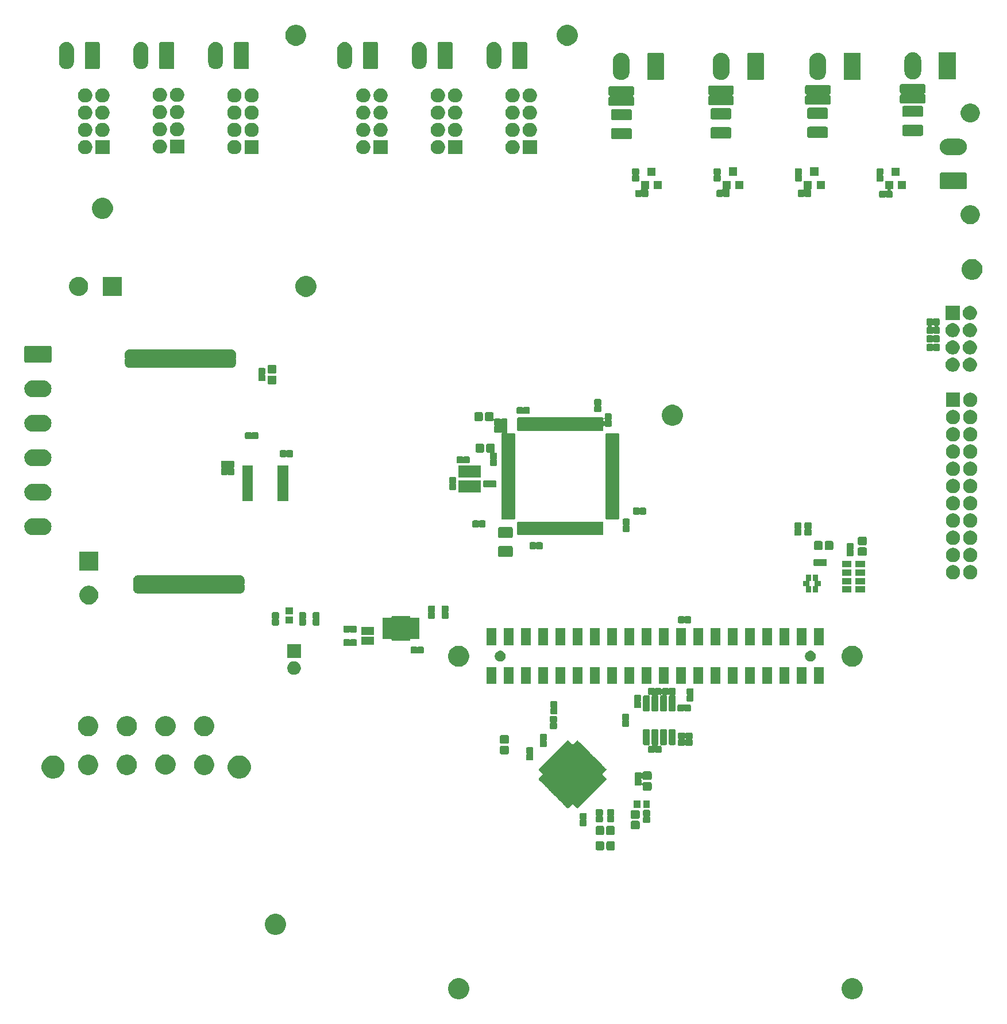
<source format=gbr>
G04 #@! TF.GenerationSoftware,KiCad,Pcbnew,5.1.5-52549c5~86~ubuntu16.04.1*
G04 #@! TF.CreationDate,2020-08-04T23:04:36-05:00*
G04 #@! TF.ProjectId,keep_breathing_ctrl,6b656570-5f62-4726-9561-7468696e675f,rev?*
G04 #@! TF.SameCoordinates,Original*
G04 #@! TF.FileFunction,Soldermask,Bot*
G04 #@! TF.FilePolarity,Negative*
%FSLAX46Y46*%
G04 Gerber Fmt 4.6, Leading zero omitted, Abs format (unit mm)*
G04 Created by KiCad (PCBNEW 5.1.5-52549c5~86~ubuntu16.04.1) date 2020-08-04 23:04:36*
%MOMM*%
%LPD*%
G04 APERTURE LIST*
%ADD10C,0.100000*%
G04 APERTURE END LIST*
D10*
G36*
X169952118Y-164509565D02*
G01*
X169952120Y-164509566D01*
X169952121Y-164509566D01*
X170234202Y-164626409D01*
X170361134Y-164711222D01*
X170488068Y-164796036D01*
X170703964Y-165011932D01*
X170873592Y-165265800D01*
X170990435Y-165547882D01*
X171050000Y-165847338D01*
X171050000Y-166152662D01*
X170990435Y-166452118D01*
X170873592Y-166734200D01*
X170703964Y-166988068D01*
X170488068Y-167203964D01*
X170361134Y-167288778D01*
X170234202Y-167373591D01*
X169952121Y-167490434D01*
X169952120Y-167490434D01*
X169952118Y-167490435D01*
X169652662Y-167550000D01*
X169347338Y-167550000D01*
X169047882Y-167490435D01*
X169047880Y-167490434D01*
X169047879Y-167490434D01*
X168765798Y-167373591D01*
X168638866Y-167288778D01*
X168511932Y-167203964D01*
X168296036Y-166988068D01*
X168126408Y-166734200D01*
X168009565Y-166452118D01*
X167950000Y-166152662D01*
X167950000Y-165847338D01*
X168009565Y-165547882D01*
X168126408Y-165265800D01*
X168296036Y-165011932D01*
X168511932Y-164796036D01*
X168638866Y-164711222D01*
X168765798Y-164626409D01*
X169047879Y-164509566D01*
X169047880Y-164509566D01*
X169047882Y-164509565D01*
X169347338Y-164450000D01*
X169652662Y-164450000D01*
X169952118Y-164509565D01*
G37*
G36*
X111952118Y-164509565D02*
G01*
X111952120Y-164509566D01*
X111952121Y-164509566D01*
X112234202Y-164626409D01*
X112361134Y-164711222D01*
X112488068Y-164796036D01*
X112703964Y-165011932D01*
X112873592Y-165265800D01*
X112990435Y-165547882D01*
X113050000Y-165847338D01*
X113050000Y-166152662D01*
X112990435Y-166452118D01*
X112873592Y-166734200D01*
X112703964Y-166988068D01*
X112488068Y-167203964D01*
X112361134Y-167288778D01*
X112234202Y-167373591D01*
X111952121Y-167490434D01*
X111952120Y-167490434D01*
X111952118Y-167490435D01*
X111652662Y-167550000D01*
X111347338Y-167550000D01*
X111047882Y-167490435D01*
X111047880Y-167490434D01*
X111047879Y-167490434D01*
X110765798Y-167373591D01*
X110638866Y-167288778D01*
X110511932Y-167203964D01*
X110296036Y-166988068D01*
X110126408Y-166734200D01*
X110009565Y-166452118D01*
X109950000Y-166152662D01*
X109950000Y-165847338D01*
X110009565Y-165547882D01*
X110126408Y-165265800D01*
X110296036Y-165011932D01*
X110511932Y-164796036D01*
X110638866Y-164711222D01*
X110765798Y-164626409D01*
X111047879Y-164509566D01*
X111047880Y-164509566D01*
X111047882Y-164509565D01*
X111347338Y-164450000D01*
X111652662Y-164450000D01*
X111952118Y-164509565D01*
G37*
G36*
X84952118Y-155009565D02*
G01*
X84952120Y-155009566D01*
X84952121Y-155009566D01*
X85234202Y-155126409D01*
X85361134Y-155211222D01*
X85488068Y-155296036D01*
X85703964Y-155511932D01*
X85873592Y-155765800D01*
X85990435Y-156047882D01*
X86050000Y-156347338D01*
X86050000Y-156652662D01*
X85990435Y-156952118D01*
X85873592Y-157234200D01*
X85703964Y-157488068D01*
X85488068Y-157703964D01*
X85361134Y-157788778D01*
X85234202Y-157873591D01*
X84952121Y-157990434D01*
X84952120Y-157990434D01*
X84952118Y-157990435D01*
X84652662Y-158050000D01*
X84347338Y-158050000D01*
X84047882Y-157990435D01*
X84047880Y-157990434D01*
X84047879Y-157990434D01*
X83765798Y-157873591D01*
X83638866Y-157788778D01*
X83511932Y-157703964D01*
X83296036Y-157488068D01*
X83126408Y-157234200D01*
X83009565Y-156952118D01*
X82950000Y-156652662D01*
X82950000Y-156347338D01*
X83009565Y-156047882D01*
X83126408Y-155765800D01*
X83296036Y-155511932D01*
X83511932Y-155296036D01*
X83638866Y-155211222D01*
X83765798Y-155126409D01*
X84047879Y-155009566D01*
X84047880Y-155009566D01*
X84047882Y-155009565D01*
X84347338Y-154950000D01*
X84652662Y-154950000D01*
X84952118Y-155009565D01*
G37*
G36*
X132753589Y-144250639D02*
G01*
X132803912Y-144265904D01*
X132850289Y-144290693D01*
X132890943Y-144324057D01*
X132924307Y-144364711D01*
X132949096Y-144411088D01*
X132964361Y-144461411D01*
X132970000Y-144518667D01*
X132970000Y-145321333D01*
X132964361Y-145378589D01*
X132949096Y-145428912D01*
X132924307Y-145475289D01*
X132890943Y-145515943D01*
X132850289Y-145549307D01*
X132803912Y-145574096D01*
X132753589Y-145589361D01*
X132696333Y-145595000D01*
X131968667Y-145595000D01*
X131911411Y-145589361D01*
X131861088Y-145574096D01*
X131814711Y-145549307D01*
X131774057Y-145515943D01*
X131740693Y-145475289D01*
X131715904Y-145428912D01*
X131700639Y-145378589D01*
X131695000Y-145321333D01*
X131695000Y-144518667D01*
X131700639Y-144461411D01*
X131715904Y-144411088D01*
X131740693Y-144364711D01*
X131774057Y-144324057D01*
X131814711Y-144290693D01*
X131861088Y-144265904D01*
X131911411Y-144250639D01*
X131968667Y-144245000D01*
X132696333Y-144245000D01*
X132753589Y-144250639D01*
G37*
G36*
X134328589Y-144250639D02*
G01*
X134378912Y-144265904D01*
X134425289Y-144290693D01*
X134465943Y-144324057D01*
X134499307Y-144364711D01*
X134524096Y-144411088D01*
X134539361Y-144461411D01*
X134545000Y-144518667D01*
X134545000Y-145321333D01*
X134539361Y-145378589D01*
X134524096Y-145428912D01*
X134499307Y-145475289D01*
X134465943Y-145515943D01*
X134425289Y-145549307D01*
X134378912Y-145574096D01*
X134328589Y-145589361D01*
X134271333Y-145595000D01*
X133543667Y-145595000D01*
X133486411Y-145589361D01*
X133436088Y-145574096D01*
X133389711Y-145549307D01*
X133349057Y-145515943D01*
X133315693Y-145475289D01*
X133290904Y-145428912D01*
X133275639Y-145378589D01*
X133270000Y-145321333D01*
X133270000Y-144518667D01*
X133275639Y-144461411D01*
X133290904Y-144411088D01*
X133315693Y-144364711D01*
X133349057Y-144324057D01*
X133389711Y-144290693D01*
X133436088Y-144265904D01*
X133486411Y-144250639D01*
X133543667Y-144245000D01*
X134271333Y-144245000D01*
X134328589Y-144250639D01*
G37*
G36*
X134308589Y-142000639D02*
G01*
X134358912Y-142015904D01*
X134405289Y-142040693D01*
X134445943Y-142074057D01*
X134479307Y-142114711D01*
X134504096Y-142161088D01*
X134519361Y-142211411D01*
X134525000Y-142268667D01*
X134525000Y-143071333D01*
X134519361Y-143128589D01*
X134504096Y-143178912D01*
X134479307Y-143225289D01*
X134445943Y-143265943D01*
X134405289Y-143299307D01*
X134358912Y-143324096D01*
X134308589Y-143339361D01*
X134251333Y-143345000D01*
X133523667Y-143345000D01*
X133466411Y-143339361D01*
X133416088Y-143324096D01*
X133369711Y-143299307D01*
X133329057Y-143265943D01*
X133295693Y-143225289D01*
X133270904Y-143178912D01*
X133255639Y-143128589D01*
X133250000Y-143071333D01*
X133250000Y-142268667D01*
X133255639Y-142211411D01*
X133270904Y-142161088D01*
X133295693Y-142114711D01*
X133329057Y-142074057D01*
X133369711Y-142040693D01*
X133416088Y-142015904D01*
X133466411Y-142000639D01*
X133523667Y-141995000D01*
X134251333Y-141995000D01*
X134308589Y-142000639D01*
G37*
G36*
X132733589Y-142000639D02*
G01*
X132783912Y-142015904D01*
X132830289Y-142040693D01*
X132870943Y-142074057D01*
X132904307Y-142114711D01*
X132929096Y-142161088D01*
X132944361Y-142211411D01*
X132950000Y-142268667D01*
X132950000Y-143071333D01*
X132944361Y-143128589D01*
X132929096Y-143178912D01*
X132904307Y-143225289D01*
X132870943Y-143265943D01*
X132830289Y-143299307D01*
X132783912Y-143324096D01*
X132733589Y-143339361D01*
X132676333Y-143345000D01*
X131948667Y-143345000D01*
X131891411Y-143339361D01*
X131841088Y-143324096D01*
X131794711Y-143299307D01*
X131754057Y-143265943D01*
X131720693Y-143225289D01*
X131695904Y-143178912D01*
X131680639Y-143128589D01*
X131675000Y-143071333D01*
X131675000Y-142268667D01*
X131680639Y-142211411D01*
X131695904Y-142161088D01*
X131720693Y-142114711D01*
X131754057Y-142074057D01*
X131794711Y-142040693D01*
X131841088Y-142015904D01*
X131891411Y-142000639D01*
X131948667Y-141995000D01*
X132676333Y-141995000D01*
X132733589Y-142000639D01*
G37*
G36*
X137978589Y-141255639D02*
G01*
X138028912Y-141270904D01*
X138075289Y-141295693D01*
X138115943Y-141329057D01*
X138149307Y-141369711D01*
X138174096Y-141416088D01*
X138189361Y-141466411D01*
X138195000Y-141523667D01*
X138195000Y-142251333D01*
X138189361Y-142308589D01*
X138174096Y-142358912D01*
X138149307Y-142405289D01*
X138115943Y-142445943D01*
X138075289Y-142479307D01*
X138028912Y-142504096D01*
X137978589Y-142519361D01*
X137921333Y-142525000D01*
X137118667Y-142525000D01*
X137061411Y-142519361D01*
X137011088Y-142504096D01*
X136964711Y-142479307D01*
X136924057Y-142445943D01*
X136890693Y-142405289D01*
X136865904Y-142358912D01*
X136850639Y-142308589D01*
X136845000Y-142251333D01*
X136845000Y-141523667D01*
X136850639Y-141466411D01*
X136865904Y-141416088D01*
X136890693Y-141369711D01*
X136924057Y-141329057D01*
X136964711Y-141295693D01*
X137011088Y-141270904D01*
X137061411Y-141255639D01*
X137118667Y-141250000D01*
X137921333Y-141250000D01*
X137978589Y-141255639D01*
G37*
G36*
X130220937Y-140094270D02*
G01*
X130257897Y-140105482D01*
X130291955Y-140123686D01*
X130321812Y-140148188D01*
X130346314Y-140178045D01*
X130364518Y-140212103D01*
X130375730Y-140249063D01*
X130380000Y-140292417D01*
X130380000Y-140877583D01*
X130375730Y-140920937D01*
X130364518Y-140957897D01*
X130346314Y-140991955D01*
X130334326Y-141006563D01*
X130323436Y-141022863D01*
X130315934Y-141040974D01*
X130312110Y-141060201D01*
X130312111Y-141079804D01*
X130315936Y-141099030D01*
X130323438Y-141117141D01*
X130334326Y-141133437D01*
X130346314Y-141148045D01*
X130364518Y-141182103D01*
X130375730Y-141219063D01*
X130380000Y-141262417D01*
X130380000Y-141847583D01*
X130375730Y-141890937D01*
X130364518Y-141927897D01*
X130346314Y-141961955D01*
X130321812Y-141991812D01*
X130291955Y-142016314D01*
X130257897Y-142034518D01*
X130220937Y-142045730D01*
X130177583Y-142050000D01*
X129542417Y-142050000D01*
X129499063Y-142045730D01*
X129462103Y-142034518D01*
X129428045Y-142016314D01*
X129398188Y-141991812D01*
X129373686Y-141961955D01*
X129355482Y-141927897D01*
X129344270Y-141890937D01*
X129340000Y-141847583D01*
X129340000Y-141262417D01*
X129344270Y-141219063D01*
X129355482Y-141182103D01*
X129373686Y-141148045D01*
X129385674Y-141133437D01*
X129396564Y-141117137D01*
X129404066Y-141099026D01*
X129407890Y-141079799D01*
X129407889Y-141060196D01*
X129404064Y-141040970D01*
X129396562Y-141022859D01*
X129385674Y-141006563D01*
X129373686Y-140991955D01*
X129355482Y-140957897D01*
X129344270Y-140920937D01*
X129340000Y-140877583D01*
X129340000Y-140292417D01*
X129344270Y-140249063D01*
X129355482Y-140212103D01*
X129373686Y-140178045D01*
X129398188Y-140148188D01*
X129428045Y-140123686D01*
X129462103Y-140105482D01*
X129499063Y-140094270D01*
X129542417Y-140090000D01*
X130177583Y-140090000D01*
X130220937Y-140094270D01*
G37*
G36*
X139570937Y-139634270D02*
G01*
X139607897Y-139645482D01*
X139641955Y-139663686D01*
X139671812Y-139688188D01*
X139696314Y-139718045D01*
X139714518Y-139752103D01*
X139725730Y-139789063D01*
X139730000Y-139832417D01*
X139730000Y-140417583D01*
X139725730Y-140460937D01*
X139714518Y-140497897D01*
X139696314Y-140531955D01*
X139684326Y-140546563D01*
X139673436Y-140562863D01*
X139665934Y-140580974D01*
X139662110Y-140600201D01*
X139662111Y-140619804D01*
X139665936Y-140639030D01*
X139673438Y-140657141D01*
X139684326Y-140673437D01*
X139696314Y-140688045D01*
X139714518Y-140722103D01*
X139725730Y-140759063D01*
X139730000Y-140802417D01*
X139730000Y-141387583D01*
X139725730Y-141430937D01*
X139714518Y-141467897D01*
X139696314Y-141501955D01*
X139671812Y-141531812D01*
X139641955Y-141556314D01*
X139607897Y-141574518D01*
X139570937Y-141585730D01*
X139527583Y-141590000D01*
X138892417Y-141590000D01*
X138849063Y-141585730D01*
X138812103Y-141574518D01*
X138778045Y-141556314D01*
X138748188Y-141531812D01*
X138723686Y-141501955D01*
X138705482Y-141467897D01*
X138694270Y-141430937D01*
X138690000Y-141387583D01*
X138690000Y-140802417D01*
X138694270Y-140759063D01*
X138705482Y-140722103D01*
X138723686Y-140688045D01*
X138735674Y-140673437D01*
X138746564Y-140657137D01*
X138754066Y-140639026D01*
X138757890Y-140619799D01*
X138757889Y-140600196D01*
X138754064Y-140580970D01*
X138746562Y-140562859D01*
X138735674Y-140546563D01*
X138723686Y-140531955D01*
X138705482Y-140497897D01*
X138694270Y-140460937D01*
X138690000Y-140417583D01*
X138690000Y-139832417D01*
X138694270Y-139789063D01*
X138705482Y-139752103D01*
X138723686Y-139718045D01*
X138748188Y-139688188D01*
X138778045Y-139663686D01*
X138812103Y-139645482D01*
X138849063Y-139634270D01*
X138892417Y-139630000D01*
X139527583Y-139630000D01*
X139570937Y-139634270D01*
G37*
G36*
X134270937Y-139524270D02*
G01*
X134307897Y-139535482D01*
X134341955Y-139553686D01*
X134371812Y-139578188D01*
X134396314Y-139608045D01*
X134414518Y-139642103D01*
X134425730Y-139679063D01*
X134430000Y-139722417D01*
X134430000Y-140307583D01*
X134425730Y-140350937D01*
X134414518Y-140387897D01*
X134396314Y-140421955D01*
X134384326Y-140436563D01*
X134373436Y-140452863D01*
X134365934Y-140470974D01*
X134362110Y-140490201D01*
X134362111Y-140509804D01*
X134365936Y-140529030D01*
X134373438Y-140547141D01*
X134384326Y-140563437D01*
X134396314Y-140578045D01*
X134414518Y-140612103D01*
X134425730Y-140649063D01*
X134430000Y-140692417D01*
X134430000Y-141277583D01*
X134425730Y-141320937D01*
X134414518Y-141357897D01*
X134396314Y-141391955D01*
X134371812Y-141421812D01*
X134341955Y-141446314D01*
X134307897Y-141464518D01*
X134270937Y-141475730D01*
X134227583Y-141480000D01*
X133592417Y-141480000D01*
X133549063Y-141475730D01*
X133512103Y-141464518D01*
X133478045Y-141446314D01*
X133448188Y-141421812D01*
X133423686Y-141391955D01*
X133405482Y-141357897D01*
X133394270Y-141320937D01*
X133390000Y-141277583D01*
X133390000Y-140692417D01*
X133394270Y-140649063D01*
X133405482Y-140612103D01*
X133423686Y-140578045D01*
X133435674Y-140563437D01*
X133446564Y-140547137D01*
X133454066Y-140529026D01*
X133457890Y-140509799D01*
X133457889Y-140490196D01*
X133454064Y-140470970D01*
X133446562Y-140452859D01*
X133435674Y-140436563D01*
X133423686Y-140421955D01*
X133405482Y-140387897D01*
X133394270Y-140350937D01*
X133390000Y-140307583D01*
X133390000Y-139722417D01*
X133394270Y-139679063D01*
X133405482Y-139642103D01*
X133423686Y-139608045D01*
X133448188Y-139578188D01*
X133478045Y-139553686D01*
X133512103Y-139535482D01*
X133549063Y-139524270D01*
X133592417Y-139520000D01*
X134227583Y-139520000D01*
X134270937Y-139524270D01*
G37*
G36*
X132610937Y-139524270D02*
G01*
X132647897Y-139535482D01*
X132681955Y-139553686D01*
X132711812Y-139578188D01*
X132736314Y-139608045D01*
X132754518Y-139642103D01*
X132765730Y-139679063D01*
X132770000Y-139722417D01*
X132770000Y-140307583D01*
X132765730Y-140350937D01*
X132754518Y-140387897D01*
X132736314Y-140421955D01*
X132724326Y-140436563D01*
X132713436Y-140452863D01*
X132705934Y-140470974D01*
X132702110Y-140490201D01*
X132702111Y-140509804D01*
X132705936Y-140529030D01*
X132713438Y-140547141D01*
X132724326Y-140563437D01*
X132736314Y-140578045D01*
X132754518Y-140612103D01*
X132765730Y-140649063D01*
X132770000Y-140692417D01*
X132770000Y-141277583D01*
X132765730Y-141320937D01*
X132754518Y-141357897D01*
X132736314Y-141391955D01*
X132711812Y-141421812D01*
X132681955Y-141446314D01*
X132647897Y-141464518D01*
X132610937Y-141475730D01*
X132567583Y-141480000D01*
X131932417Y-141480000D01*
X131889063Y-141475730D01*
X131852103Y-141464518D01*
X131818045Y-141446314D01*
X131788188Y-141421812D01*
X131763686Y-141391955D01*
X131745482Y-141357897D01*
X131734270Y-141320937D01*
X131730000Y-141277583D01*
X131730000Y-140692417D01*
X131734270Y-140649063D01*
X131745482Y-140612103D01*
X131763686Y-140578045D01*
X131775674Y-140563437D01*
X131786564Y-140547137D01*
X131794066Y-140529026D01*
X131797890Y-140509799D01*
X131797889Y-140490196D01*
X131794064Y-140470970D01*
X131786562Y-140452859D01*
X131775674Y-140436563D01*
X131763686Y-140421955D01*
X131745482Y-140387897D01*
X131734270Y-140350937D01*
X131730000Y-140307583D01*
X131730000Y-139722417D01*
X131734270Y-139679063D01*
X131745482Y-139642103D01*
X131763686Y-139608045D01*
X131788188Y-139578188D01*
X131818045Y-139553686D01*
X131852103Y-139535482D01*
X131889063Y-139524270D01*
X131932417Y-139520000D01*
X132567583Y-139520000D01*
X132610937Y-139524270D01*
G37*
G36*
X137978589Y-139680639D02*
G01*
X138028912Y-139695904D01*
X138075289Y-139720693D01*
X138115943Y-139754057D01*
X138149307Y-139794711D01*
X138174096Y-139841088D01*
X138189361Y-139891411D01*
X138195000Y-139948667D01*
X138195000Y-140676333D01*
X138189361Y-140733589D01*
X138174096Y-140783912D01*
X138149307Y-140830289D01*
X138115943Y-140870943D01*
X138075289Y-140904307D01*
X138028912Y-140929096D01*
X137978589Y-140944361D01*
X137921333Y-140950000D01*
X137118667Y-140950000D01*
X137061411Y-140944361D01*
X137011088Y-140929096D01*
X136964711Y-140904307D01*
X136924057Y-140870943D01*
X136890693Y-140830289D01*
X136865904Y-140783912D01*
X136850639Y-140733589D01*
X136845000Y-140676333D01*
X136845000Y-139948667D01*
X136850639Y-139891411D01*
X136865904Y-139841088D01*
X136890693Y-139794711D01*
X136924057Y-139754057D01*
X136964711Y-139720693D01*
X137011088Y-139695904D01*
X137061411Y-139680639D01*
X137118667Y-139675000D01*
X137921333Y-139675000D01*
X137978589Y-139680639D01*
G37*
G36*
X129028956Y-129393421D02*
G01*
X129049976Y-129399798D01*
X129069338Y-129410147D01*
X129090129Y-129427210D01*
X129122001Y-129459082D01*
X129122012Y-129459091D01*
X129351822Y-129688901D01*
X129351831Y-129688912D01*
X129383703Y-129720784D01*
X129404491Y-129746114D01*
X129418352Y-129759975D01*
X129443682Y-129780763D01*
X129475554Y-129812635D01*
X129475565Y-129812644D01*
X129705375Y-130042454D01*
X129705384Y-130042465D01*
X129737254Y-130074335D01*
X129758043Y-130099667D01*
X129771906Y-130113530D01*
X129797238Y-130134319D01*
X129829108Y-130166189D01*
X129829119Y-130166198D01*
X130058929Y-130396008D01*
X130058938Y-130396019D01*
X130090810Y-130427891D01*
X130111598Y-130453221D01*
X130125459Y-130467082D01*
X130150789Y-130487870D01*
X130182661Y-130519742D01*
X130182672Y-130519751D01*
X130412482Y-130749561D01*
X130412491Y-130749572D01*
X130444363Y-130781444D01*
X130465151Y-130806774D01*
X130479012Y-130820635D01*
X130504342Y-130841423D01*
X130536214Y-130873295D01*
X130536225Y-130873304D01*
X130766035Y-131103114D01*
X130766044Y-131103125D01*
X130797914Y-131134995D01*
X130818703Y-131160327D01*
X130832566Y-131174190D01*
X130857898Y-131194979D01*
X130889768Y-131226849D01*
X130889779Y-131226858D01*
X131119589Y-131456668D01*
X131119598Y-131456679D01*
X131151470Y-131488551D01*
X131172258Y-131513881D01*
X131186119Y-131527742D01*
X131211449Y-131548530D01*
X131243321Y-131580402D01*
X131243332Y-131580411D01*
X131473142Y-131810221D01*
X131473151Y-131810232D01*
X131505021Y-131842102D01*
X131525810Y-131867434D01*
X131539673Y-131881297D01*
X131565005Y-131902086D01*
X131596875Y-131933956D01*
X131596886Y-131933965D01*
X131826696Y-132163775D01*
X131826705Y-132163786D01*
X131858577Y-132195658D01*
X131879365Y-132220988D01*
X131893226Y-132234849D01*
X131918556Y-132255637D01*
X131950428Y-132287509D01*
X131950439Y-132287518D01*
X132180249Y-132517328D01*
X132180258Y-132517339D01*
X132212130Y-132549211D01*
X132232918Y-132574541D01*
X132246779Y-132588402D01*
X132272109Y-132609190D01*
X132303981Y-132641062D01*
X132303992Y-132641071D01*
X132533802Y-132870881D01*
X132533811Y-132870892D01*
X132565681Y-132902762D01*
X132586470Y-132928094D01*
X132600333Y-132941957D01*
X132625665Y-132962746D01*
X132657535Y-132994616D01*
X132657546Y-132994625D01*
X132887356Y-133224435D01*
X132887365Y-133224446D01*
X132919237Y-133256318D01*
X132940025Y-133281648D01*
X132953886Y-133295509D01*
X132979216Y-133316297D01*
X133011088Y-133348169D01*
X133011099Y-133348178D01*
X133240909Y-133577988D01*
X133240918Y-133577999D01*
X133272790Y-133609871D01*
X133289853Y-133630662D01*
X133300202Y-133650024D01*
X133306579Y-133671044D01*
X133308731Y-133692893D01*
X133306579Y-133714742D01*
X133300202Y-133735762D01*
X133289853Y-133755124D01*
X133272790Y-133775915D01*
X133240918Y-133807787D01*
X133240909Y-133807798D01*
X132719406Y-134329301D01*
X132706979Y-134344444D01*
X132697738Y-134361732D01*
X132692047Y-134380491D01*
X132690126Y-134400000D01*
X132692047Y-134419509D01*
X132697738Y-134438268D01*
X132706979Y-134455556D01*
X132719406Y-134470699D01*
X133240909Y-134992202D01*
X133240918Y-134992213D01*
X133272790Y-135024085D01*
X133289853Y-135044876D01*
X133300202Y-135064238D01*
X133306579Y-135085258D01*
X133308731Y-135107107D01*
X133306579Y-135128956D01*
X133300202Y-135149976D01*
X133289853Y-135169338D01*
X133272790Y-135190129D01*
X133240918Y-135222001D01*
X133240909Y-135222012D01*
X133011099Y-135451822D01*
X133011088Y-135451831D01*
X132979216Y-135483703D01*
X132953886Y-135504491D01*
X132940025Y-135518352D01*
X132919237Y-135543682D01*
X132887365Y-135575554D01*
X132887356Y-135575565D01*
X132657546Y-135805375D01*
X132657535Y-135805384D01*
X132625665Y-135837254D01*
X132600333Y-135858043D01*
X132586470Y-135871906D01*
X132565681Y-135897238D01*
X132533811Y-135929108D01*
X132533802Y-135929119D01*
X132303992Y-136158929D01*
X132303981Y-136158938D01*
X132272109Y-136190810D01*
X132246779Y-136211598D01*
X132232918Y-136225459D01*
X132212130Y-136250789D01*
X132180258Y-136282661D01*
X132180249Y-136282672D01*
X131950439Y-136512482D01*
X131950428Y-136512491D01*
X131918556Y-136544363D01*
X131893226Y-136565151D01*
X131879365Y-136579012D01*
X131858577Y-136604342D01*
X131826705Y-136636214D01*
X131826696Y-136636225D01*
X131596886Y-136866035D01*
X131596875Y-136866044D01*
X131565005Y-136897914D01*
X131539673Y-136918703D01*
X131525810Y-136932566D01*
X131505021Y-136957898D01*
X131473151Y-136989768D01*
X131473142Y-136989779D01*
X131243332Y-137219589D01*
X131243321Y-137219598D01*
X131211449Y-137251470D01*
X131186119Y-137272258D01*
X131172258Y-137286119D01*
X131151470Y-137311449D01*
X131119598Y-137343321D01*
X131119589Y-137343332D01*
X130889779Y-137573142D01*
X130889768Y-137573151D01*
X130857898Y-137605021D01*
X130832566Y-137625810D01*
X130818703Y-137639673D01*
X130797914Y-137665005D01*
X130766044Y-137696875D01*
X130766035Y-137696886D01*
X130536225Y-137926696D01*
X130536214Y-137926705D01*
X130504342Y-137958577D01*
X130479012Y-137979365D01*
X130465151Y-137993226D01*
X130444363Y-138018556D01*
X130412491Y-138050428D01*
X130412482Y-138050439D01*
X130182672Y-138280249D01*
X130182661Y-138280258D01*
X130150789Y-138312130D01*
X130125459Y-138332918D01*
X130111598Y-138346779D01*
X130090810Y-138372109D01*
X130058938Y-138403981D01*
X130058929Y-138403992D01*
X129829119Y-138633802D01*
X129829108Y-138633811D01*
X129797238Y-138665681D01*
X129771906Y-138686470D01*
X129758043Y-138700333D01*
X129737254Y-138725665D01*
X129705384Y-138757535D01*
X129705375Y-138757546D01*
X129475565Y-138987356D01*
X129475554Y-138987365D01*
X129443682Y-139019237D01*
X129418352Y-139040025D01*
X129404491Y-139053886D01*
X129383703Y-139079216D01*
X129351831Y-139111088D01*
X129351822Y-139111099D01*
X129122012Y-139340909D01*
X129122001Y-139340918D01*
X129090129Y-139372790D01*
X129069338Y-139389853D01*
X129049976Y-139400202D01*
X129028956Y-139406579D01*
X129007107Y-139408731D01*
X128985258Y-139406579D01*
X128964238Y-139400202D01*
X128944876Y-139389853D01*
X128924085Y-139372790D01*
X128892213Y-139340918D01*
X128892202Y-139340909D01*
X128370699Y-138819406D01*
X128355556Y-138806979D01*
X128338268Y-138797738D01*
X128319509Y-138792047D01*
X128300000Y-138790126D01*
X128280491Y-138792047D01*
X128261732Y-138797738D01*
X128244444Y-138806979D01*
X128229301Y-138819406D01*
X127707798Y-139340909D01*
X127707787Y-139340918D01*
X127675915Y-139372790D01*
X127655124Y-139389853D01*
X127635762Y-139400202D01*
X127614742Y-139406579D01*
X127592893Y-139408731D01*
X127571044Y-139406579D01*
X127550024Y-139400202D01*
X127530662Y-139389853D01*
X127509871Y-139372790D01*
X127477999Y-139340918D01*
X127477988Y-139340909D01*
X127248178Y-139111099D01*
X127248169Y-139111088D01*
X127216297Y-139079216D01*
X127195509Y-139053886D01*
X127181648Y-139040025D01*
X127156318Y-139019237D01*
X127124446Y-138987365D01*
X127124435Y-138987356D01*
X126894625Y-138757546D01*
X126894616Y-138757535D01*
X126862746Y-138725665D01*
X126841957Y-138700333D01*
X126828094Y-138686470D01*
X126802762Y-138665681D01*
X126770892Y-138633811D01*
X126770881Y-138633802D01*
X126541071Y-138403992D01*
X126541062Y-138403981D01*
X126509190Y-138372109D01*
X126488402Y-138346779D01*
X126474541Y-138332918D01*
X126449211Y-138312130D01*
X126417339Y-138280258D01*
X126417328Y-138280249D01*
X126187518Y-138050439D01*
X126187509Y-138050428D01*
X126155637Y-138018556D01*
X126134849Y-137993226D01*
X126120988Y-137979365D01*
X126095658Y-137958577D01*
X126063786Y-137926705D01*
X126063775Y-137926696D01*
X125833965Y-137696886D01*
X125833956Y-137696875D01*
X125802086Y-137665005D01*
X125781297Y-137639673D01*
X125767434Y-137625810D01*
X125742102Y-137605021D01*
X125710232Y-137573151D01*
X125710221Y-137573142D01*
X125480411Y-137343332D01*
X125480402Y-137343321D01*
X125448530Y-137311449D01*
X125427742Y-137286119D01*
X125413881Y-137272258D01*
X125388551Y-137251470D01*
X125356679Y-137219598D01*
X125356668Y-137219589D01*
X125126858Y-136989779D01*
X125126849Y-136989768D01*
X125094979Y-136957898D01*
X125074190Y-136932566D01*
X125060327Y-136918703D01*
X125034995Y-136897914D01*
X125003125Y-136866044D01*
X125003114Y-136866035D01*
X124773304Y-136636225D01*
X124773295Y-136636214D01*
X124741423Y-136604342D01*
X124720635Y-136579012D01*
X124706774Y-136565151D01*
X124681444Y-136544363D01*
X124649572Y-136512491D01*
X124649561Y-136512482D01*
X124419751Y-136282672D01*
X124419742Y-136282661D01*
X124387870Y-136250789D01*
X124367082Y-136225459D01*
X124353221Y-136211598D01*
X124327891Y-136190810D01*
X124296019Y-136158938D01*
X124296008Y-136158929D01*
X124066198Y-135929119D01*
X124066189Y-135929108D01*
X124034319Y-135897238D01*
X124013530Y-135871906D01*
X123999667Y-135858043D01*
X123974335Y-135837254D01*
X123942465Y-135805384D01*
X123942454Y-135805375D01*
X123712644Y-135575565D01*
X123712635Y-135575554D01*
X123680763Y-135543682D01*
X123659975Y-135518352D01*
X123646114Y-135504491D01*
X123620784Y-135483703D01*
X123588912Y-135451831D01*
X123588901Y-135451822D01*
X123359091Y-135222012D01*
X123359082Y-135222001D01*
X123327210Y-135190129D01*
X123310147Y-135169338D01*
X123299798Y-135149976D01*
X123293421Y-135128956D01*
X123291269Y-135107107D01*
X123293421Y-135085258D01*
X123299798Y-135064238D01*
X123310147Y-135044876D01*
X123327210Y-135024085D01*
X123359082Y-134992213D01*
X123359091Y-134992202D01*
X123880594Y-134470699D01*
X123893021Y-134455556D01*
X123902262Y-134438268D01*
X123907953Y-134419509D01*
X123909874Y-134400000D01*
X123907953Y-134380491D01*
X123902262Y-134361732D01*
X123893021Y-134344444D01*
X123880594Y-134329301D01*
X123359091Y-133807798D01*
X123359082Y-133807787D01*
X123327210Y-133775915D01*
X123310147Y-133755124D01*
X123299798Y-133735762D01*
X123293421Y-133714742D01*
X123291269Y-133692893D01*
X123293421Y-133671044D01*
X123299798Y-133650024D01*
X123310147Y-133630662D01*
X123327210Y-133609871D01*
X123359082Y-133577999D01*
X123359091Y-133577988D01*
X123588901Y-133348178D01*
X123588912Y-133348169D01*
X123620784Y-133316297D01*
X123646114Y-133295509D01*
X123659975Y-133281648D01*
X123680763Y-133256318D01*
X123712635Y-133224446D01*
X123712644Y-133224435D01*
X123942454Y-132994625D01*
X123942465Y-132994616D01*
X123974335Y-132962746D01*
X123999667Y-132941957D01*
X124013530Y-132928094D01*
X124034319Y-132902762D01*
X124066189Y-132870892D01*
X124066198Y-132870881D01*
X124296008Y-132641071D01*
X124296019Y-132641062D01*
X124327891Y-132609190D01*
X124353221Y-132588402D01*
X124367082Y-132574541D01*
X124387870Y-132549211D01*
X124419742Y-132517339D01*
X124419751Y-132517328D01*
X124649561Y-132287518D01*
X124649572Y-132287509D01*
X124681444Y-132255637D01*
X124706774Y-132234849D01*
X124720635Y-132220988D01*
X124741423Y-132195658D01*
X124773295Y-132163786D01*
X124773304Y-132163775D01*
X125003114Y-131933965D01*
X125003125Y-131933956D01*
X125034995Y-131902086D01*
X125060327Y-131881297D01*
X125074190Y-131867434D01*
X125094979Y-131842102D01*
X125126849Y-131810232D01*
X125126858Y-131810221D01*
X125356668Y-131580411D01*
X125356679Y-131580402D01*
X125388551Y-131548530D01*
X125413881Y-131527742D01*
X125427742Y-131513881D01*
X125448530Y-131488551D01*
X125480402Y-131456679D01*
X125480411Y-131456668D01*
X125710221Y-131226858D01*
X125710232Y-131226849D01*
X125742102Y-131194979D01*
X125767434Y-131174190D01*
X125781297Y-131160327D01*
X125802086Y-131134995D01*
X125833956Y-131103125D01*
X125833965Y-131103114D01*
X126063775Y-130873304D01*
X126063786Y-130873295D01*
X126095658Y-130841423D01*
X126120988Y-130820635D01*
X126134849Y-130806774D01*
X126155637Y-130781444D01*
X126187509Y-130749572D01*
X126187518Y-130749561D01*
X126417328Y-130519751D01*
X126417339Y-130519742D01*
X126449211Y-130487870D01*
X126474541Y-130467082D01*
X126488402Y-130453221D01*
X126509190Y-130427891D01*
X126541062Y-130396019D01*
X126541071Y-130396008D01*
X126770881Y-130166198D01*
X126770892Y-130166189D01*
X126802762Y-130134319D01*
X126828094Y-130113530D01*
X126841957Y-130099667D01*
X126862746Y-130074335D01*
X126894616Y-130042465D01*
X126894625Y-130042454D01*
X127124435Y-129812644D01*
X127124446Y-129812635D01*
X127156318Y-129780763D01*
X127181648Y-129759975D01*
X127195509Y-129746114D01*
X127216297Y-129720784D01*
X127248169Y-129688912D01*
X127248178Y-129688901D01*
X127477988Y-129459091D01*
X127477999Y-129459082D01*
X127509871Y-129427210D01*
X127530662Y-129410147D01*
X127550024Y-129399798D01*
X127571044Y-129393421D01*
X127592893Y-129391269D01*
X127614742Y-129393421D01*
X127635762Y-129399798D01*
X127655124Y-129410147D01*
X127675915Y-129427210D01*
X127707787Y-129459082D01*
X127707798Y-129459091D01*
X128229301Y-129980594D01*
X128244444Y-129993021D01*
X128261732Y-130002262D01*
X128280491Y-130007953D01*
X128300000Y-130009874D01*
X128319509Y-130007953D01*
X128338268Y-130002262D01*
X128355556Y-129993021D01*
X128370699Y-129980594D01*
X128892202Y-129459091D01*
X128892213Y-129459082D01*
X128924085Y-129427210D01*
X128944876Y-129410147D01*
X128964238Y-129399798D01*
X128985258Y-129393421D01*
X129007107Y-129391269D01*
X129028956Y-129393421D01*
G37*
G36*
X139700000Y-139320000D02*
G01*
X138700000Y-139320000D01*
X138700000Y-138220000D01*
X139700000Y-138220000D01*
X139700000Y-139320000D01*
G37*
G36*
X138300000Y-139320000D02*
G01*
X137300000Y-139320000D01*
X137300000Y-138220000D01*
X138300000Y-138220000D01*
X138300000Y-139320000D01*
G37*
G36*
X139748589Y-133970639D02*
G01*
X139798912Y-133985904D01*
X139845289Y-134010693D01*
X139885943Y-134044057D01*
X139919307Y-134084711D01*
X139944096Y-134131088D01*
X139959361Y-134181411D01*
X139965000Y-134238667D01*
X139965000Y-134966333D01*
X139959361Y-135023589D01*
X139944096Y-135073912D01*
X139919307Y-135120289D01*
X139885943Y-135160943D01*
X139845289Y-135194307D01*
X139798912Y-135219096D01*
X139748589Y-135234361D01*
X139691333Y-135240000D01*
X138888667Y-135240000D01*
X138831411Y-135234361D01*
X138781088Y-135219096D01*
X138734711Y-135194307D01*
X138694057Y-135160943D01*
X138660693Y-135120289D01*
X138635905Y-135073913D01*
X138619797Y-135020814D01*
X138612295Y-135002703D01*
X138601404Y-134986404D01*
X138587542Y-134972542D01*
X138571243Y-134961651D01*
X138553132Y-134954150D01*
X138533905Y-134950325D01*
X138514302Y-134950326D01*
X138495075Y-134954150D01*
X138476964Y-134961652D01*
X138460665Y-134972543D01*
X138446803Y-134986405D01*
X138436853Y-135001298D01*
X138424326Y-135016563D01*
X138413436Y-135032863D01*
X138405934Y-135050974D01*
X138402110Y-135070201D01*
X138402111Y-135089804D01*
X138405936Y-135109030D01*
X138413438Y-135127141D01*
X138424326Y-135143437D01*
X138436314Y-135158045D01*
X138454518Y-135192103D01*
X138465730Y-135229063D01*
X138470000Y-135272417D01*
X138470000Y-135617255D01*
X138471921Y-135636764D01*
X138477612Y-135655523D01*
X138486853Y-135672811D01*
X138499289Y-135687965D01*
X138514443Y-135700401D01*
X138531731Y-135709642D01*
X138550490Y-135715333D01*
X138569999Y-135717254D01*
X138589508Y-135715333D01*
X138608267Y-135709642D01*
X138625555Y-135700401D01*
X138640709Y-135687965D01*
X138658190Y-135664394D01*
X138660693Y-135659711D01*
X138694057Y-135619057D01*
X138734711Y-135585693D01*
X138781088Y-135560904D01*
X138831411Y-135545639D01*
X138888667Y-135540000D01*
X139691333Y-135540000D01*
X139748589Y-135545639D01*
X139798912Y-135560904D01*
X139845289Y-135585693D01*
X139885943Y-135619057D01*
X139919307Y-135659711D01*
X139944096Y-135706088D01*
X139959361Y-135756411D01*
X139965000Y-135813667D01*
X139965000Y-136541333D01*
X139959361Y-136598589D01*
X139944096Y-136648912D01*
X139919307Y-136695289D01*
X139885943Y-136735943D01*
X139845289Y-136769307D01*
X139798912Y-136794096D01*
X139748589Y-136809361D01*
X139691333Y-136815000D01*
X138888667Y-136815000D01*
X138831411Y-136809361D01*
X138781088Y-136794096D01*
X138734711Y-136769307D01*
X138694057Y-136735943D01*
X138660693Y-136695289D01*
X138635904Y-136648912D01*
X138620639Y-136598589D01*
X138615000Y-136541333D01*
X138615000Y-136033704D01*
X138613079Y-136014195D01*
X138607388Y-135995436D01*
X138598147Y-135978148D01*
X138585711Y-135962994D01*
X138570557Y-135950558D01*
X138553269Y-135941317D01*
X138534510Y-135935626D01*
X138515001Y-135933705D01*
X138495492Y-135935626D01*
X138476733Y-135941317D01*
X138459445Y-135950558D01*
X138444291Y-135962994D01*
X138437700Y-135970266D01*
X138411812Y-136001812D01*
X138381955Y-136026314D01*
X138347897Y-136044518D01*
X138310937Y-136055730D01*
X138267583Y-136060000D01*
X137632417Y-136060000D01*
X137589063Y-136055730D01*
X137552103Y-136044518D01*
X137518045Y-136026314D01*
X137488188Y-136001812D01*
X137463686Y-135971955D01*
X137445482Y-135937897D01*
X137434270Y-135900937D01*
X137430000Y-135857583D01*
X137430000Y-135272417D01*
X137434270Y-135229063D01*
X137445482Y-135192103D01*
X137463686Y-135158045D01*
X137475674Y-135143437D01*
X137486564Y-135127137D01*
X137494066Y-135109026D01*
X137497890Y-135089799D01*
X137497889Y-135070196D01*
X137494064Y-135050970D01*
X137486562Y-135032859D01*
X137475674Y-135016563D01*
X137463686Y-135001955D01*
X137445482Y-134967897D01*
X137434270Y-134930937D01*
X137430000Y-134887583D01*
X137430000Y-134302417D01*
X137434270Y-134259063D01*
X137445482Y-134222103D01*
X137463686Y-134188045D01*
X137488188Y-134158188D01*
X137518045Y-134133686D01*
X137552103Y-134115482D01*
X137589063Y-134104270D01*
X137632417Y-134100000D01*
X138267583Y-134100000D01*
X138310937Y-134104270D01*
X138347897Y-134115482D01*
X138381955Y-134133686D01*
X138411812Y-134158188D01*
X138436313Y-134188044D01*
X138438815Y-134192725D01*
X138449705Y-134209025D01*
X138463566Y-134222887D01*
X138479866Y-134233778D01*
X138497977Y-134241280D01*
X138517203Y-134245105D01*
X138536806Y-134245106D01*
X138556033Y-134241282D01*
X138574144Y-134233780D01*
X138590444Y-134222890D01*
X138604306Y-134209029D01*
X138615197Y-134192729D01*
X138622700Y-134174616D01*
X138635904Y-134131088D01*
X138660693Y-134084711D01*
X138694057Y-134044057D01*
X138734711Y-134010693D01*
X138781088Y-133985904D01*
X138831411Y-133970639D01*
X138888667Y-133965000D01*
X139691333Y-133965000D01*
X139748589Y-133970639D01*
G37*
G36*
X79665872Y-131690330D02*
G01*
X79975252Y-131818479D01*
X80253687Y-132004523D01*
X80490477Y-132241313D01*
X80676521Y-132519748D01*
X80804670Y-132829128D01*
X80870000Y-133157565D01*
X80870000Y-133492435D01*
X80804670Y-133820872D01*
X80676521Y-134130252D01*
X80490477Y-134408687D01*
X80253687Y-134645477D01*
X79975252Y-134831521D01*
X79665872Y-134959670D01*
X79337435Y-135025000D01*
X79002565Y-135025000D01*
X78674128Y-134959670D01*
X78364748Y-134831521D01*
X78086313Y-134645477D01*
X77849523Y-134408687D01*
X77663479Y-134130252D01*
X77535330Y-133820872D01*
X77470000Y-133492435D01*
X77470000Y-133157565D01*
X77535330Y-132829128D01*
X77663479Y-132519748D01*
X77849523Y-132241313D01*
X78086313Y-132004523D01*
X78364748Y-131818479D01*
X78674128Y-131690330D01*
X79002565Y-131625000D01*
X79337435Y-131625000D01*
X79665872Y-131690330D01*
G37*
G36*
X52225872Y-131690330D02*
G01*
X52535252Y-131818479D01*
X52813687Y-132004523D01*
X53050477Y-132241313D01*
X53236521Y-132519748D01*
X53364670Y-132829128D01*
X53430000Y-133157565D01*
X53430000Y-133492435D01*
X53364670Y-133820872D01*
X53236521Y-134130252D01*
X53050477Y-134408687D01*
X52813687Y-134645477D01*
X52535252Y-134831521D01*
X52225872Y-134959670D01*
X51897435Y-135025000D01*
X51562565Y-135025000D01*
X51234128Y-134959670D01*
X50924748Y-134831521D01*
X50646313Y-134645477D01*
X50409523Y-134408687D01*
X50223479Y-134130252D01*
X50095330Y-133820872D01*
X50030000Y-133492435D01*
X50030000Y-133157565D01*
X50095330Y-132829128D01*
X50223479Y-132519748D01*
X50409523Y-132241313D01*
X50646313Y-132004523D01*
X50924748Y-131818479D01*
X51234128Y-131690330D01*
X51562565Y-131625000D01*
X51897435Y-131625000D01*
X52225872Y-131690330D01*
G37*
G36*
X63037534Y-131557644D02*
G01*
X63037536Y-131557645D01*
X63037537Y-131557645D01*
X63092499Y-131580411D01*
X63310517Y-131670717D01*
X63310518Y-131670718D01*
X63556193Y-131834872D01*
X63765128Y-132043807D01*
X63880513Y-132216494D01*
X63929283Y-132289483D01*
X64042356Y-132562466D01*
X64100000Y-132852263D01*
X64100000Y-133147737D01*
X64044307Y-133427728D01*
X64042355Y-133437537D01*
X64031657Y-133463363D01*
X63929283Y-133710517D01*
X63919876Y-133724595D01*
X63765128Y-133956193D01*
X63556193Y-134165128D01*
X63385347Y-134279283D01*
X63310517Y-134329283D01*
X63158247Y-134392355D01*
X63037537Y-134442355D01*
X63037536Y-134442355D01*
X63037534Y-134442356D01*
X62747737Y-134500000D01*
X62452263Y-134500000D01*
X62162466Y-134442356D01*
X62162464Y-134442355D01*
X62162463Y-134442355D01*
X62041753Y-134392355D01*
X61889483Y-134329283D01*
X61814653Y-134279283D01*
X61643807Y-134165128D01*
X61434872Y-133956193D01*
X61280124Y-133724595D01*
X61270717Y-133710517D01*
X61168343Y-133463363D01*
X61157645Y-133437537D01*
X61155694Y-133427728D01*
X61100000Y-133147737D01*
X61100000Y-132852263D01*
X61157644Y-132562466D01*
X61270717Y-132289483D01*
X61319487Y-132216494D01*
X61434872Y-132043807D01*
X61643807Y-131834872D01*
X61889482Y-131670718D01*
X61889483Y-131670717D01*
X62107501Y-131580411D01*
X62162463Y-131557645D01*
X62162464Y-131557645D01*
X62162466Y-131557644D01*
X62452263Y-131500000D01*
X62747737Y-131500000D01*
X63037534Y-131557644D01*
G37*
G36*
X57337534Y-131557644D02*
G01*
X57337536Y-131557645D01*
X57337537Y-131557645D01*
X57392499Y-131580411D01*
X57610517Y-131670717D01*
X57610518Y-131670718D01*
X57856193Y-131834872D01*
X58065128Y-132043807D01*
X58180513Y-132216494D01*
X58229283Y-132289483D01*
X58342356Y-132562466D01*
X58400000Y-132852263D01*
X58400000Y-133147737D01*
X58344307Y-133427728D01*
X58342355Y-133437537D01*
X58331657Y-133463363D01*
X58229283Y-133710517D01*
X58219876Y-133724595D01*
X58065128Y-133956193D01*
X57856193Y-134165128D01*
X57685347Y-134279283D01*
X57610517Y-134329283D01*
X57458247Y-134392355D01*
X57337537Y-134442355D01*
X57337536Y-134442355D01*
X57337534Y-134442356D01*
X57047737Y-134500000D01*
X56752263Y-134500000D01*
X56462466Y-134442356D01*
X56462464Y-134442355D01*
X56462463Y-134442355D01*
X56341753Y-134392355D01*
X56189483Y-134329283D01*
X56114653Y-134279283D01*
X55943807Y-134165128D01*
X55734872Y-133956193D01*
X55580124Y-133724595D01*
X55570717Y-133710517D01*
X55468343Y-133463363D01*
X55457645Y-133437537D01*
X55455694Y-133427728D01*
X55400000Y-133147737D01*
X55400000Y-132852263D01*
X55457644Y-132562466D01*
X55570717Y-132289483D01*
X55619487Y-132216494D01*
X55734872Y-132043807D01*
X55943807Y-131834872D01*
X56189482Y-131670718D01*
X56189483Y-131670717D01*
X56407501Y-131580411D01*
X56462463Y-131557645D01*
X56462464Y-131557645D01*
X56462466Y-131557644D01*
X56752263Y-131500000D01*
X57047737Y-131500000D01*
X57337534Y-131557644D01*
G37*
G36*
X74437534Y-131557644D02*
G01*
X74437536Y-131557645D01*
X74437537Y-131557645D01*
X74492499Y-131580411D01*
X74710517Y-131670717D01*
X74710518Y-131670718D01*
X74956193Y-131834872D01*
X75165128Y-132043807D01*
X75280513Y-132216494D01*
X75329283Y-132289483D01*
X75442356Y-132562466D01*
X75500000Y-132852263D01*
X75500000Y-133147737D01*
X75444307Y-133427728D01*
X75442355Y-133437537D01*
X75431657Y-133463363D01*
X75329283Y-133710517D01*
X75319876Y-133724595D01*
X75165128Y-133956193D01*
X74956193Y-134165128D01*
X74785347Y-134279283D01*
X74710517Y-134329283D01*
X74558247Y-134392355D01*
X74437537Y-134442355D01*
X74437536Y-134442355D01*
X74437534Y-134442356D01*
X74147737Y-134500000D01*
X73852263Y-134500000D01*
X73562466Y-134442356D01*
X73562464Y-134442355D01*
X73562463Y-134442355D01*
X73441753Y-134392355D01*
X73289483Y-134329283D01*
X73214653Y-134279283D01*
X73043807Y-134165128D01*
X72834872Y-133956193D01*
X72680124Y-133724595D01*
X72670717Y-133710517D01*
X72568343Y-133463363D01*
X72557645Y-133437537D01*
X72555694Y-133427728D01*
X72500000Y-133147737D01*
X72500000Y-132852263D01*
X72557644Y-132562466D01*
X72670717Y-132289483D01*
X72719487Y-132216494D01*
X72834872Y-132043807D01*
X73043807Y-131834872D01*
X73289482Y-131670718D01*
X73289483Y-131670717D01*
X73507501Y-131580411D01*
X73562463Y-131557645D01*
X73562464Y-131557645D01*
X73562466Y-131557644D01*
X73852263Y-131500000D01*
X74147737Y-131500000D01*
X74437534Y-131557644D01*
G37*
G36*
X68737534Y-131507644D02*
G01*
X68737536Y-131507645D01*
X68737537Y-131507645D01*
X68774090Y-131522786D01*
X69010517Y-131620717D01*
X69056023Y-131651123D01*
X69256193Y-131784872D01*
X69465128Y-131993807D01*
X69578696Y-132163775D01*
X69629283Y-132239483D01*
X69682130Y-132367068D01*
X69729726Y-132481973D01*
X69742356Y-132512466D01*
X69800000Y-132802263D01*
X69800000Y-133097737D01*
X69752319Y-133337448D01*
X69742355Y-133387537D01*
X69712576Y-133459430D01*
X69629283Y-133660517D01*
X69625367Y-133666377D01*
X69465128Y-133906193D01*
X69256193Y-134115128D01*
X69094919Y-134222887D01*
X69010517Y-134279283D01*
X68817491Y-134359237D01*
X68737537Y-134392355D01*
X68737536Y-134392355D01*
X68737534Y-134392356D01*
X68447737Y-134450000D01*
X68152263Y-134450000D01*
X67862466Y-134392356D01*
X67862464Y-134392355D01*
X67862463Y-134392355D01*
X67782509Y-134359237D01*
X67589483Y-134279283D01*
X67505081Y-134222887D01*
X67343807Y-134115128D01*
X67134872Y-133906193D01*
X66974633Y-133666377D01*
X66970717Y-133660517D01*
X66887424Y-133459430D01*
X66857645Y-133387537D01*
X66847682Y-133337448D01*
X66800000Y-133097737D01*
X66800000Y-132802263D01*
X66857644Y-132512466D01*
X66870275Y-132481973D01*
X66917870Y-132367068D01*
X66970717Y-132239483D01*
X67021304Y-132163775D01*
X67134872Y-131993807D01*
X67343807Y-131784872D01*
X67543977Y-131651123D01*
X67589483Y-131620717D01*
X67825910Y-131522786D01*
X67862463Y-131507645D01*
X67862464Y-131507645D01*
X67862466Y-131507644D01*
X68152263Y-131450000D01*
X68447737Y-131450000D01*
X68737534Y-131507644D01*
G37*
G36*
X122350937Y-130404270D02*
G01*
X122387897Y-130415482D01*
X122421955Y-130433686D01*
X122451812Y-130458188D01*
X122476314Y-130488045D01*
X122494518Y-130522103D01*
X122505730Y-130559063D01*
X122510000Y-130602417D01*
X122510000Y-131187583D01*
X122505730Y-131230937D01*
X122494518Y-131267897D01*
X122476314Y-131301955D01*
X122464326Y-131316563D01*
X122453436Y-131332863D01*
X122445934Y-131350974D01*
X122442110Y-131370201D01*
X122442111Y-131389804D01*
X122445936Y-131409030D01*
X122453438Y-131427141D01*
X122464326Y-131443437D01*
X122476314Y-131458045D01*
X122494518Y-131492103D01*
X122505730Y-131529063D01*
X122510000Y-131572417D01*
X122510000Y-132157583D01*
X122505730Y-132200937D01*
X122494518Y-132237897D01*
X122476314Y-132271955D01*
X122451812Y-132301812D01*
X122421955Y-132326314D01*
X122387897Y-132344518D01*
X122350937Y-132355730D01*
X122307583Y-132360000D01*
X121672417Y-132360000D01*
X121629063Y-132355730D01*
X121592103Y-132344518D01*
X121558045Y-132326314D01*
X121528188Y-132301812D01*
X121503686Y-132271955D01*
X121485482Y-132237897D01*
X121474270Y-132200937D01*
X121470000Y-132157583D01*
X121470000Y-131572417D01*
X121474270Y-131529063D01*
X121485482Y-131492103D01*
X121503686Y-131458045D01*
X121515674Y-131443437D01*
X121526564Y-131427137D01*
X121534066Y-131409026D01*
X121537890Y-131389799D01*
X121537889Y-131370196D01*
X121534064Y-131350970D01*
X121526562Y-131332859D01*
X121515674Y-131316563D01*
X121503686Y-131301955D01*
X121485482Y-131267897D01*
X121474270Y-131230937D01*
X121470000Y-131187583D01*
X121470000Y-130602417D01*
X121474270Y-130559063D01*
X121485482Y-130522103D01*
X121503686Y-130488045D01*
X121528188Y-130458188D01*
X121558045Y-130433686D01*
X121592103Y-130415482D01*
X121629063Y-130404270D01*
X121672417Y-130400000D01*
X122307583Y-130400000D01*
X122350937Y-130404270D01*
G37*
G36*
X118708589Y-130185639D02*
G01*
X118758912Y-130200904D01*
X118805289Y-130225693D01*
X118845943Y-130259057D01*
X118879307Y-130299711D01*
X118904096Y-130346088D01*
X118919361Y-130396411D01*
X118925000Y-130453667D01*
X118925000Y-131181333D01*
X118919361Y-131238589D01*
X118904096Y-131288912D01*
X118879307Y-131335289D01*
X118845943Y-131375943D01*
X118805289Y-131409307D01*
X118758912Y-131434096D01*
X118708589Y-131449361D01*
X118651333Y-131455000D01*
X117848667Y-131455000D01*
X117791411Y-131449361D01*
X117741088Y-131434096D01*
X117694711Y-131409307D01*
X117654057Y-131375943D01*
X117620693Y-131335289D01*
X117595904Y-131288912D01*
X117580639Y-131238589D01*
X117575000Y-131181333D01*
X117575000Y-130453667D01*
X117580639Y-130396411D01*
X117595904Y-130346088D01*
X117620693Y-130299711D01*
X117654057Y-130259057D01*
X117694711Y-130225693D01*
X117741088Y-130200904D01*
X117791411Y-130185639D01*
X117848667Y-130180000D01*
X118651333Y-130180000D01*
X118708589Y-130185639D01*
G37*
G36*
X139503925Y-127744318D02*
G01*
X139541354Y-127755672D01*
X139575845Y-127774107D01*
X139606079Y-127798921D01*
X139630893Y-127829155D01*
X139649328Y-127863646D01*
X139660682Y-127901075D01*
X139665000Y-127944917D01*
X139665000Y-129885083D01*
X139660682Y-129928925D01*
X139649328Y-129966354D01*
X139630893Y-130000845D01*
X139609787Y-130026561D01*
X139598895Y-130042861D01*
X139591393Y-130060971D01*
X139587569Y-130080198D01*
X139587568Y-130099801D01*
X139591393Y-130119028D01*
X139598894Y-130137139D01*
X139609785Y-130153439D01*
X139623646Y-130167300D01*
X139639946Y-130178192D01*
X139658056Y-130185694D01*
X139677283Y-130189518D01*
X139687086Y-130190000D01*
X139912914Y-130190000D01*
X139932423Y-130188079D01*
X139951182Y-130182388D01*
X139968470Y-130173147D01*
X139983624Y-130160711D01*
X139996060Y-130145557D01*
X140005301Y-130128269D01*
X140010992Y-130109510D01*
X140012913Y-130090001D01*
X140010992Y-130070492D01*
X140005301Y-130051733D01*
X139996060Y-130034445D01*
X139990213Y-130026561D01*
X139969107Y-130000845D01*
X139950672Y-129966354D01*
X139939318Y-129928925D01*
X139935000Y-129885083D01*
X139935000Y-127944917D01*
X139939318Y-127901075D01*
X139950672Y-127863646D01*
X139969107Y-127829155D01*
X139993921Y-127798921D01*
X140024155Y-127774107D01*
X140058646Y-127755672D01*
X140096075Y-127744318D01*
X140139917Y-127740000D01*
X140730083Y-127740000D01*
X140773925Y-127744318D01*
X140811354Y-127755672D01*
X140845845Y-127774107D01*
X140876079Y-127798921D01*
X140900893Y-127829155D01*
X140919328Y-127863646D01*
X140930682Y-127901075D01*
X140935000Y-127944917D01*
X140935000Y-129885083D01*
X140930682Y-129928925D01*
X140919328Y-129966354D01*
X140900893Y-130000845D01*
X140879787Y-130026561D01*
X140868895Y-130042861D01*
X140861393Y-130060971D01*
X140857569Y-130080198D01*
X140857568Y-130099801D01*
X140861393Y-130119028D01*
X140868894Y-130137139D01*
X140879785Y-130153439D01*
X140893646Y-130167300D01*
X140909946Y-130178192D01*
X140928056Y-130185694D01*
X140947283Y-130189518D01*
X140957086Y-130190000D01*
X141182914Y-130190000D01*
X141202423Y-130188079D01*
X141221182Y-130182388D01*
X141238470Y-130173147D01*
X141253624Y-130160711D01*
X141266060Y-130145557D01*
X141275301Y-130128269D01*
X141280992Y-130109510D01*
X141282913Y-130090001D01*
X141280992Y-130070492D01*
X141275301Y-130051733D01*
X141266060Y-130034445D01*
X141260213Y-130026561D01*
X141239107Y-130000845D01*
X141220672Y-129966354D01*
X141209318Y-129928925D01*
X141205000Y-129885083D01*
X141205000Y-127944917D01*
X141209318Y-127901075D01*
X141220672Y-127863646D01*
X141239107Y-127829155D01*
X141263921Y-127798921D01*
X141294155Y-127774107D01*
X141328646Y-127755672D01*
X141366075Y-127744318D01*
X141409917Y-127740000D01*
X142000083Y-127740000D01*
X142043925Y-127744318D01*
X142081354Y-127755672D01*
X142115845Y-127774107D01*
X142146079Y-127798921D01*
X142170893Y-127829155D01*
X142189328Y-127863646D01*
X142200682Y-127901075D01*
X142205000Y-127944917D01*
X142205000Y-129885083D01*
X142200682Y-129928925D01*
X142189328Y-129966354D01*
X142170893Y-130000845D01*
X142146079Y-130031079D01*
X142115845Y-130055893D01*
X142081354Y-130074328D01*
X142043925Y-130085682D01*
X142000083Y-130090000D01*
X141433420Y-130090000D01*
X141413911Y-130091921D01*
X141395152Y-130097612D01*
X141377864Y-130106853D01*
X141362710Y-130119289D01*
X141350274Y-130134443D01*
X141341033Y-130151731D01*
X141335342Y-130170490D01*
X141333421Y-130189999D01*
X141335342Y-130209508D01*
X141341033Y-130228267D01*
X141356119Y-130253437D01*
X141376314Y-130278045D01*
X141394518Y-130312103D01*
X141405730Y-130349063D01*
X141410000Y-130392417D01*
X141410000Y-131027583D01*
X141405730Y-131070937D01*
X141394518Y-131107897D01*
X141376314Y-131141955D01*
X141351812Y-131171812D01*
X141321955Y-131196314D01*
X141287897Y-131214518D01*
X141250937Y-131225730D01*
X141207583Y-131230000D01*
X140622417Y-131230000D01*
X140579063Y-131225730D01*
X140542103Y-131214518D01*
X140508045Y-131196314D01*
X140493437Y-131184326D01*
X140477137Y-131173436D01*
X140459026Y-131165934D01*
X140439799Y-131162110D01*
X140420196Y-131162111D01*
X140400970Y-131165936D01*
X140382859Y-131173438D01*
X140366563Y-131184326D01*
X140351955Y-131196314D01*
X140317897Y-131214518D01*
X140280937Y-131225730D01*
X140237583Y-131230000D01*
X139652417Y-131230000D01*
X139609063Y-131225730D01*
X139572103Y-131214518D01*
X139538045Y-131196314D01*
X139508188Y-131171812D01*
X139483686Y-131141955D01*
X139465482Y-131107897D01*
X139454270Y-131070937D01*
X139450000Y-131027583D01*
X139450000Y-130392417D01*
X139454270Y-130349063D01*
X139465482Y-130312103D01*
X139483686Y-130278045D01*
X139503881Y-130253437D01*
X139514772Y-130237137D01*
X139522273Y-130219026D01*
X139526098Y-130199800D01*
X139526097Y-130180197D01*
X139522273Y-130160970D01*
X139514771Y-130142859D01*
X139503880Y-130126560D01*
X139490018Y-130112698D01*
X139473718Y-130101807D01*
X139455607Y-130094306D01*
X139426580Y-130090000D01*
X138869917Y-130090000D01*
X138826075Y-130085682D01*
X138788646Y-130074328D01*
X138754155Y-130055893D01*
X138723921Y-130031079D01*
X138699107Y-130000845D01*
X138680672Y-129966354D01*
X138669318Y-129928925D01*
X138665000Y-129885083D01*
X138665000Y-127944917D01*
X138669318Y-127901075D01*
X138680672Y-127863646D01*
X138699107Y-127829155D01*
X138723921Y-127798921D01*
X138754155Y-127774107D01*
X138788646Y-127755672D01*
X138826075Y-127744318D01*
X138869917Y-127740000D01*
X139460083Y-127740000D01*
X139503925Y-127744318D01*
G37*
G36*
X124340937Y-128444270D02*
G01*
X124377897Y-128455482D01*
X124411955Y-128473686D01*
X124441812Y-128498188D01*
X124466314Y-128528045D01*
X124484518Y-128562103D01*
X124495730Y-128599063D01*
X124500000Y-128642417D01*
X124500000Y-129227583D01*
X124495730Y-129270937D01*
X124484518Y-129307897D01*
X124466314Y-129341955D01*
X124454326Y-129356563D01*
X124443436Y-129372863D01*
X124435934Y-129390974D01*
X124432110Y-129410201D01*
X124432111Y-129429804D01*
X124435936Y-129449030D01*
X124443438Y-129467141D01*
X124454326Y-129483437D01*
X124466314Y-129498045D01*
X124484518Y-129532103D01*
X124495730Y-129569063D01*
X124500000Y-129612417D01*
X124500000Y-130197583D01*
X124495730Y-130240937D01*
X124484518Y-130277897D01*
X124466314Y-130311955D01*
X124441812Y-130341812D01*
X124411955Y-130366314D01*
X124377897Y-130384518D01*
X124340937Y-130395730D01*
X124297583Y-130400000D01*
X123662417Y-130400000D01*
X123619063Y-130395730D01*
X123582103Y-130384518D01*
X123548045Y-130366314D01*
X123518188Y-130341812D01*
X123493686Y-130311955D01*
X123475482Y-130277897D01*
X123464270Y-130240937D01*
X123460000Y-130197583D01*
X123460000Y-129612417D01*
X123464270Y-129569063D01*
X123475482Y-129532103D01*
X123493686Y-129498045D01*
X123505674Y-129483437D01*
X123516564Y-129467137D01*
X123524066Y-129449026D01*
X123527890Y-129429799D01*
X123527889Y-129410196D01*
X123524064Y-129390970D01*
X123516562Y-129372859D01*
X123505674Y-129356563D01*
X123493686Y-129341955D01*
X123475482Y-129307897D01*
X123464270Y-129270937D01*
X123460000Y-129227583D01*
X123460000Y-128642417D01*
X123464270Y-128599063D01*
X123475482Y-128562103D01*
X123493686Y-128528045D01*
X123518188Y-128498188D01*
X123548045Y-128473686D01*
X123582103Y-128455482D01*
X123619063Y-128444270D01*
X123662417Y-128440000D01*
X124297583Y-128440000D01*
X124340937Y-128444270D01*
G37*
G36*
X144710937Y-128244270D02*
G01*
X144747897Y-128255482D01*
X144781955Y-128273686D01*
X144811812Y-128298188D01*
X144832699Y-128323640D01*
X144846561Y-128337502D01*
X144862860Y-128348393D01*
X144880971Y-128355895D01*
X144900197Y-128359719D01*
X144919801Y-128359720D01*
X144939027Y-128355895D01*
X144957138Y-128348394D01*
X144973438Y-128337503D01*
X144987301Y-128323640D01*
X145008188Y-128298188D01*
X145038045Y-128273686D01*
X145072103Y-128255482D01*
X145109063Y-128244270D01*
X145152417Y-128240000D01*
X145787583Y-128240000D01*
X145830937Y-128244270D01*
X145867897Y-128255482D01*
X145901955Y-128273686D01*
X145931812Y-128298188D01*
X145956314Y-128328045D01*
X145974518Y-128362103D01*
X145985730Y-128399063D01*
X145990000Y-128442417D01*
X145990000Y-129027583D01*
X145985730Y-129070937D01*
X145974518Y-129107897D01*
X145956314Y-129141955D01*
X145944326Y-129156563D01*
X145933436Y-129172863D01*
X145925934Y-129190974D01*
X145922110Y-129210201D01*
X145922111Y-129229804D01*
X145925936Y-129249030D01*
X145933438Y-129267141D01*
X145944326Y-129283437D01*
X145956314Y-129298045D01*
X145974518Y-129332103D01*
X145985730Y-129369063D01*
X145990000Y-129412417D01*
X145990000Y-129997583D01*
X145985730Y-130040937D01*
X145974518Y-130077897D01*
X145956314Y-130111955D01*
X145931812Y-130141812D01*
X145901955Y-130166314D01*
X145867897Y-130184518D01*
X145830937Y-130195730D01*
X145787583Y-130200000D01*
X145152417Y-130200000D01*
X145109063Y-130195730D01*
X145072103Y-130184518D01*
X145038045Y-130166314D01*
X145008188Y-130141812D01*
X144987301Y-130116360D01*
X144973439Y-130102498D01*
X144957140Y-130091607D01*
X144939029Y-130084105D01*
X144919803Y-130080281D01*
X144900199Y-130080280D01*
X144880973Y-130084105D01*
X144862862Y-130091606D01*
X144846562Y-130102497D01*
X144832699Y-130116360D01*
X144811812Y-130141812D01*
X144781955Y-130166314D01*
X144747897Y-130184518D01*
X144710937Y-130195730D01*
X144667583Y-130200000D01*
X144032417Y-130200000D01*
X143989063Y-130195730D01*
X143952103Y-130184518D01*
X143918045Y-130166314D01*
X143888188Y-130141812D01*
X143863686Y-130111955D01*
X143845482Y-130077897D01*
X143834270Y-130040937D01*
X143830000Y-129997583D01*
X143830000Y-129412417D01*
X143834270Y-129369063D01*
X143845482Y-129332103D01*
X143863686Y-129298045D01*
X143875674Y-129283437D01*
X143886564Y-129267137D01*
X143894066Y-129249026D01*
X143897890Y-129229799D01*
X143897890Y-129210202D01*
X144802110Y-129210202D01*
X144802111Y-129229805D01*
X144805936Y-129249031D01*
X144813438Y-129267142D01*
X144824326Y-129283436D01*
X144832698Y-129293638D01*
X144846559Y-129307500D01*
X144862858Y-129318392D01*
X144880969Y-129325894D01*
X144900195Y-129329719D01*
X144919798Y-129329720D01*
X144939025Y-129325896D01*
X144957136Y-129318395D01*
X144973436Y-129307504D01*
X144987302Y-129293638D01*
X144995674Y-129283436D01*
X145006565Y-129267136D01*
X145014066Y-129249025D01*
X145017890Y-129229798D01*
X145017889Y-129210195D01*
X145014064Y-129190969D01*
X145006562Y-129172858D01*
X144995674Y-129156564D01*
X144987302Y-129146362D01*
X144973441Y-129132500D01*
X144957142Y-129121608D01*
X144939031Y-129114106D01*
X144919805Y-129110281D01*
X144900202Y-129110280D01*
X144880975Y-129114104D01*
X144862864Y-129121605D01*
X144846564Y-129132496D01*
X144832698Y-129146362D01*
X144824326Y-129156564D01*
X144813435Y-129172864D01*
X144805934Y-129190975D01*
X144802110Y-129210202D01*
X143897890Y-129210202D01*
X143897889Y-129210196D01*
X143894064Y-129190970D01*
X143886562Y-129172859D01*
X143875674Y-129156563D01*
X143863686Y-129141955D01*
X143845482Y-129107897D01*
X143834270Y-129070937D01*
X143830000Y-129027583D01*
X143830000Y-128442417D01*
X143834270Y-128399063D01*
X143845482Y-128362103D01*
X143863686Y-128328045D01*
X143888188Y-128298188D01*
X143918045Y-128273686D01*
X143952103Y-128255482D01*
X143989063Y-128244270D01*
X144032417Y-128240000D01*
X144667583Y-128240000D01*
X144710937Y-128244270D01*
G37*
G36*
X143313925Y-127744318D02*
G01*
X143351354Y-127755672D01*
X143385845Y-127774107D01*
X143416079Y-127798921D01*
X143440893Y-127829155D01*
X143459328Y-127863646D01*
X143470682Y-127901075D01*
X143475000Y-127944917D01*
X143475000Y-129885083D01*
X143470682Y-129928925D01*
X143459328Y-129966354D01*
X143440893Y-130000845D01*
X143416079Y-130031079D01*
X143385845Y-130055893D01*
X143351354Y-130074328D01*
X143313925Y-130085682D01*
X143270083Y-130090000D01*
X142679917Y-130090000D01*
X142636075Y-130085682D01*
X142598646Y-130074328D01*
X142564155Y-130055893D01*
X142533921Y-130031079D01*
X142509107Y-130000845D01*
X142490672Y-129966354D01*
X142479318Y-129928925D01*
X142475000Y-129885083D01*
X142475000Y-127944917D01*
X142479318Y-127901075D01*
X142490672Y-127863646D01*
X142509107Y-127829155D01*
X142533921Y-127798921D01*
X142564155Y-127774107D01*
X142598646Y-127755672D01*
X142636075Y-127744318D01*
X142679917Y-127740000D01*
X143270083Y-127740000D01*
X143313925Y-127744318D01*
G37*
G36*
X118708589Y-128610639D02*
G01*
X118758912Y-128625904D01*
X118805289Y-128650693D01*
X118845943Y-128684057D01*
X118879307Y-128724711D01*
X118904096Y-128771088D01*
X118919361Y-128821411D01*
X118925000Y-128878667D01*
X118925000Y-129606333D01*
X118919361Y-129663589D01*
X118904096Y-129713912D01*
X118879307Y-129760289D01*
X118845943Y-129800943D01*
X118805289Y-129834307D01*
X118758912Y-129859096D01*
X118708589Y-129874361D01*
X118651333Y-129880000D01*
X117848667Y-129880000D01*
X117791411Y-129874361D01*
X117741088Y-129859096D01*
X117694711Y-129834307D01*
X117654057Y-129800943D01*
X117620693Y-129760289D01*
X117595904Y-129713912D01*
X117580639Y-129663589D01*
X117575000Y-129606333D01*
X117575000Y-128878667D01*
X117580639Y-128821411D01*
X117595904Y-128771088D01*
X117620693Y-128724711D01*
X117654057Y-128684057D01*
X117694711Y-128650693D01*
X117741088Y-128625904D01*
X117791411Y-128610639D01*
X117848667Y-128605000D01*
X118651333Y-128605000D01*
X118708589Y-128610639D01*
G37*
G36*
X74437534Y-125857644D02*
G01*
X74437536Y-125857645D01*
X74437537Y-125857645D01*
X74515639Y-125889996D01*
X74710517Y-125970717D01*
X74710518Y-125970718D01*
X74956193Y-126134872D01*
X75165128Y-126343807D01*
X75264475Y-126492491D01*
X75329283Y-126589483D01*
X75442356Y-126862466D01*
X75500000Y-127152263D01*
X75500000Y-127447737D01*
X75442356Y-127737534D01*
X75329283Y-128010517D01*
X75329282Y-128010518D01*
X75165128Y-128256193D01*
X74956193Y-128465128D01*
X74765138Y-128592786D01*
X74710517Y-128629283D01*
X74569968Y-128687500D01*
X74437537Y-128742355D01*
X74437536Y-128742355D01*
X74437534Y-128742356D01*
X74147737Y-128800000D01*
X73852263Y-128800000D01*
X73562466Y-128742356D01*
X73562464Y-128742355D01*
X73562463Y-128742355D01*
X73430032Y-128687500D01*
X73289483Y-128629283D01*
X73234862Y-128592786D01*
X73043807Y-128465128D01*
X72834872Y-128256193D01*
X72670718Y-128010518D01*
X72670717Y-128010517D01*
X72557644Y-127737534D01*
X72500000Y-127447737D01*
X72500000Y-127152263D01*
X72557644Y-126862466D01*
X72670717Y-126589483D01*
X72735525Y-126492491D01*
X72834872Y-126343807D01*
X73043807Y-126134872D01*
X73289482Y-125970718D01*
X73289483Y-125970717D01*
X73484361Y-125889996D01*
X73562463Y-125857645D01*
X73562464Y-125857645D01*
X73562466Y-125857644D01*
X73852263Y-125800000D01*
X74147737Y-125800000D01*
X74437534Y-125857644D01*
G37*
G36*
X68737534Y-125857644D02*
G01*
X68737536Y-125857645D01*
X68737537Y-125857645D01*
X68815639Y-125889996D01*
X69010517Y-125970717D01*
X69010518Y-125970718D01*
X69256193Y-126134872D01*
X69465128Y-126343807D01*
X69564475Y-126492491D01*
X69629283Y-126589483D01*
X69742356Y-126862466D01*
X69800000Y-127152263D01*
X69800000Y-127447737D01*
X69742356Y-127737534D01*
X69629283Y-128010517D01*
X69629282Y-128010518D01*
X69465128Y-128256193D01*
X69256193Y-128465128D01*
X69065138Y-128592786D01*
X69010517Y-128629283D01*
X68869968Y-128687500D01*
X68737537Y-128742355D01*
X68737536Y-128742355D01*
X68737534Y-128742356D01*
X68447737Y-128800000D01*
X68152263Y-128800000D01*
X67862466Y-128742356D01*
X67862464Y-128742355D01*
X67862463Y-128742355D01*
X67730032Y-128687500D01*
X67589483Y-128629283D01*
X67534862Y-128592786D01*
X67343807Y-128465128D01*
X67134872Y-128256193D01*
X66970718Y-128010518D01*
X66970717Y-128010517D01*
X66857644Y-127737534D01*
X66800000Y-127447737D01*
X66800000Y-127152263D01*
X66857644Y-126862466D01*
X66970717Y-126589483D01*
X67035525Y-126492491D01*
X67134872Y-126343807D01*
X67343807Y-126134872D01*
X67589482Y-125970718D01*
X67589483Y-125970717D01*
X67784361Y-125889996D01*
X67862463Y-125857645D01*
X67862464Y-125857645D01*
X67862466Y-125857644D01*
X68152263Y-125800000D01*
X68447737Y-125800000D01*
X68737534Y-125857644D01*
G37*
G36*
X63037534Y-125857644D02*
G01*
X63037536Y-125857645D01*
X63037537Y-125857645D01*
X63115639Y-125889996D01*
X63310517Y-125970717D01*
X63310518Y-125970718D01*
X63556193Y-126134872D01*
X63765128Y-126343807D01*
X63864475Y-126492491D01*
X63929283Y-126589483D01*
X64042356Y-126862466D01*
X64100000Y-127152263D01*
X64100000Y-127447737D01*
X64042356Y-127737534D01*
X63929283Y-128010517D01*
X63929282Y-128010518D01*
X63765128Y-128256193D01*
X63556193Y-128465128D01*
X63365138Y-128592786D01*
X63310517Y-128629283D01*
X63169968Y-128687500D01*
X63037537Y-128742355D01*
X63037536Y-128742355D01*
X63037534Y-128742356D01*
X62747737Y-128800000D01*
X62452263Y-128800000D01*
X62162466Y-128742356D01*
X62162464Y-128742355D01*
X62162463Y-128742355D01*
X62030032Y-128687500D01*
X61889483Y-128629283D01*
X61834862Y-128592786D01*
X61643807Y-128465128D01*
X61434872Y-128256193D01*
X61270718Y-128010518D01*
X61270717Y-128010517D01*
X61157644Y-127737534D01*
X61100000Y-127447737D01*
X61100000Y-127152263D01*
X61157644Y-126862466D01*
X61270717Y-126589483D01*
X61335525Y-126492491D01*
X61434872Y-126343807D01*
X61643807Y-126134872D01*
X61889482Y-125970718D01*
X61889483Y-125970717D01*
X62084361Y-125889996D01*
X62162463Y-125857645D01*
X62162464Y-125857645D01*
X62162466Y-125857644D01*
X62452263Y-125800000D01*
X62747737Y-125800000D01*
X63037534Y-125857644D01*
G37*
G36*
X57337534Y-125857644D02*
G01*
X57337536Y-125857645D01*
X57337537Y-125857645D01*
X57415639Y-125889996D01*
X57610517Y-125970717D01*
X57610518Y-125970718D01*
X57856193Y-126134872D01*
X58065128Y-126343807D01*
X58164475Y-126492491D01*
X58229283Y-126589483D01*
X58342356Y-126862466D01*
X58400000Y-127152263D01*
X58400000Y-127447737D01*
X58342356Y-127737534D01*
X58229283Y-128010517D01*
X58229282Y-128010518D01*
X58065128Y-128256193D01*
X57856193Y-128465128D01*
X57665138Y-128592786D01*
X57610517Y-128629283D01*
X57469968Y-128687500D01*
X57337537Y-128742355D01*
X57337536Y-128742355D01*
X57337534Y-128742356D01*
X57047737Y-128800000D01*
X56752263Y-128800000D01*
X56462466Y-128742356D01*
X56462464Y-128742355D01*
X56462463Y-128742355D01*
X56330032Y-128687500D01*
X56189483Y-128629283D01*
X56134862Y-128592786D01*
X55943807Y-128465128D01*
X55734872Y-128256193D01*
X55570718Y-128010518D01*
X55570717Y-128010517D01*
X55457644Y-127737534D01*
X55400000Y-127447737D01*
X55400000Y-127152263D01*
X55457644Y-126862466D01*
X55570717Y-126589483D01*
X55635525Y-126492491D01*
X55734872Y-126343807D01*
X55943807Y-126134872D01*
X56189482Y-125970718D01*
X56189483Y-125970717D01*
X56384361Y-125889996D01*
X56462463Y-125857645D01*
X56462464Y-125857645D01*
X56462466Y-125857644D01*
X56752263Y-125800000D01*
X57047737Y-125800000D01*
X57337534Y-125857644D01*
G37*
G36*
X125840937Y-125784270D02*
G01*
X125877897Y-125795482D01*
X125911955Y-125813686D01*
X125941812Y-125838188D01*
X125966314Y-125868045D01*
X125984518Y-125902103D01*
X125995730Y-125939063D01*
X126000000Y-125982417D01*
X126000000Y-126567583D01*
X125995730Y-126610937D01*
X125984518Y-126647897D01*
X125966314Y-126681955D01*
X125954326Y-126696563D01*
X125943436Y-126712863D01*
X125935934Y-126730974D01*
X125932110Y-126750201D01*
X125932111Y-126769804D01*
X125935936Y-126789030D01*
X125943438Y-126807141D01*
X125954326Y-126823437D01*
X125966314Y-126838045D01*
X125984518Y-126872103D01*
X125995730Y-126909063D01*
X126000000Y-126952417D01*
X126000000Y-127537583D01*
X125995730Y-127580937D01*
X125984518Y-127617897D01*
X125966314Y-127651955D01*
X125941812Y-127681812D01*
X125911955Y-127706314D01*
X125877897Y-127724518D01*
X125840937Y-127735730D01*
X125797583Y-127740000D01*
X125162417Y-127740000D01*
X125119063Y-127735730D01*
X125082103Y-127724518D01*
X125048045Y-127706314D01*
X125018188Y-127681812D01*
X124993686Y-127651955D01*
X124975482Y-127617897D01*
X124964270Y-127580937D01*
X124960000Y-127537583D01*
X124960000Y-126952417D01*
X124964270Y-126909063D01*
X124975482Y-126872103D01*
X124993686Y-126838045D01*
X125005674Y-126823437D01*
X125016564Y-126807137D01*
X125024066Y-126789026D01*
X125027890Y-126769799D01*
X125027889Y-126750196D01*
X125024064Y-126730970D01*
X125016562Y-126712859D01*
X125005674Y-126696563D01*
X124993686Y-126681955D01*
X124975482Y-126647897D01*
X124964270Y-126610937D01*
X124960000Y-126567583D01*
X124960000Y-125982417D01*
X124964270Y-125939063D01*
X124975482Y-125902103D01*
X124993686Y-125868045D01*
X125018188Y-125838188D01*
X125048045Y-125813686D01*
X125082103Y-125795482D01*
X125119063Y-125784270D01*
X125162417Y-125780000D01*
X125797583Y-125780000D01*
X125840937Y-125784270D01*
G37*
G36*
X136470937Y-125454270D02*
G01*
X136507897Y-125465482D01*
X136541955Y-125483686D01*
X136571812Y-125508188D01*
X136596314Y-125538045D01*
X136614518Y-125572103D01*
X136625730Y-125609063D01*
X136630000Y-125652417D01*
X136630000Y-126237583D01*
X136625730Y-126280937D01*
X136614518Y-126317897D01*
X136596314Y-126351955D01*
X136584326Y-126366563D01*
X136573436Y-126382863D01*
X136565934Y-126400974D01*
X136562110Y-126420201D01*
X136562111Y-126439804D01*
X136565936Y-126459030D01*
X136573438Y-126477141D01*
X136584326Y-126493437D01*
X136596314Y-126508045D01*
X136614518Y-126542103D01*
X136625730Y-126579063D01*
X136630000Y-126622417D01*
X136630000Y-127207583D01*
X136625730Y-127250937D01*
X136614518Y-127287897D01*
X136596314Y-127321955D01*
X136571812Y-127351812D01*
X136541955Y-127376314D01*
X136507897Y-127394518D01*
X136470937Y-127405730D01*
X136427583Y-127410000D01*
X135792417Y-127410000D01*
X135749063Y-127405730D01*
X135712103Y-127394518D01*
X135678045Y-127376314D01*
X135648188Y-127351812D01*
X135623686Y-127321955D01*
X135605482Y-127287897D01*
X135594270Y-127250937D01*
X135590000Y-127207583D01*
X135590000Y-126622417D01*
X135594270Y-126579063D01*
X135605482Y-126542103D01*
X135623686Y-126508045D01*
X135635674Y-126493437D01*
X135646564Y-126477137D01*
X135654066Y-126459026D01*
X135657890Y-126439799D01*
X135657889Y-126420196D01*
X135654064Y-126400970D01*
X135646562Y-126382859D01*
X135635674Y-126366563D01*
X135623686Y-126351955D01*
X135605482Y-126317897D01*
X135594270Y-126280937D01*
X135590000Y-126237583D01*
X135590000Y-125652417D01*
X135594270Y-125609063D01*
X135605482Y-125572103D01*
X135623686Y-125538045D01*
X135648188Y-125508188D01*
X135678045Y-125483686D01*
X135712103Y-125465482D01*
X135749063Y-125454270D01*
X135792417Y-125450000D01*
X136427583Y-125450000D01*
X136470937Y-125454270D01*
G37*
G36*
X125910937Y-123614270D02*
G01*
X125947897Y-123625482D01*
X125981955Y-123643686D01*
X126011812Y-123668188D01*
X126036314Y-123698045D01*
X126054518Y-123732103D01*
X126065730Y-123769063D01*
X126070000Y-123812417D01*
X126070000Y-124397583D01*
X126065730Y-124440937D01*
X126054518Y-124477897D01*
X126036314Y-124511955D01*
X126024326Y-124526563D01*
X126013436Y-124542863D01*
X126005934Y-124560974D01*
X126002110Y-124580201D01*
X126002111Y-124599804D01*
X126005936Y-124619030D01*
X126013438Y-124637141D01*
X126024326Y-124653437D01*
X126036314Y-124668045D01*
X126054518Y-124702103D01*
X126065730Y-124739063D01*
X126070000Y-124782417D01*
X126070000Y-125367583D01*
X126065730Y-125410937D01*
X126054518Y-125447897D01*
X126036314Y-125481955D01*
X126011812Y-125511812D01*
X125981955Y-125536314D01*
X125947897Y-125554518D01*
X125910937Y-125565730D01*
X125867583Y-125570000D01*
X125232417Y-125570000D01*
X125189063Y-125565730D01*
X125152103Y-125554518D01*
X125118045Y-125536314D01*
X125088188Y-125511812D01*
X125063686Y-125481955D01*
X125045482Y-125447897D01*
X125034270Y-125410937D01*
X125030000Y-125367583D01*
X125030000Y-124782417D01*
X125034270Y-124739063D01*
X125045482Y-124702103D01*
X125063686Y-124668045D01*
X125075674Y-124653437D01*
X125086564Y-124637137D01*
X125094066Y-124619026D01*
X125097890Y-124599799D01*
X125097889Y-124580196D01*
X125094064Y-124560970D01*
X125086562Y-124542859D01*
X125075674Y-124526563D01*
X125063686Y-124511955D01*
X125045482Y-124477897D01*
X125034270Y-124440937D01*
X125030000Y-124397583D01*
X125030000Y-123812417D01*
X125034270Y-123769063D01*
X125045482Y-123732103D01*
X125063686Y-123698045D01*
X125088188Y-123668188D01*
X125118045Y-123643686D01*
X125152103Y-123625482D01*
X125189063Y-123614270D01*
X125232417Y-123610000D01*
X125867583Y-123610000D01*
X125910937Y-123614270D01*
G37*
G36*
X140250937Y-121674270D02*
G01*
X140287897Y-121685482D01*
X140321955Y-121703686D01*
X140336563Y-121715674D01*
X140352863Y-121726564D01*
X140370974Y-121734066D01*
X140390201Y-121737890D01*
X140409804Y-121737889D01*
X140429030Y-121734064D01*
X140447141Y-121726562D01*
X140463437Y-121715674D01*
X140478045Y-121703686D01*
X140512103Y-121685482D01*
X140549063Y-121674270D01*
X140592417Y-121670000D01*
X141177583Y-121670000D01*
X141220937Y-121674270D01*
X141257897Y-121685482D01*
X141291955Y-121703686D01*
X141321812Y-121728188D01*
X141346314Y-121758045D01*
X141356809Y-121777680D01*
X141367700Y-121793980D01*
X141381561Y-121807841D01*
X141397861Y-121818732D01*
X141415972Y-121826234D01*
X141435198Y-121830058D01*
X141454802Y-121830058D01*
X141474028Y-121826234D01*
X141492139Y-121818732D01*
X141508439Y-121807841D01*
X141522300Y-121793980D01*
X141533191Y-121777680D01*
X141543686Y-121758045D01*
X141568188Y-121728188D01*
X141598045Y-121703686D01*
X141632103Y-121685482D01*
X141669063Y-121674270D01*
X141712417Y-121670000D01*
X142297583Y-121670000D01*
X142340937Y-121674270D01*
X142377897Y-121685482D01*
X142411955Y-121703686D01*
X142426563Y-121715674D01*
X142442863Y-121726564D01*
X142460974Y-121734066D01*
X142480201Y-121737890D01*
X142499804Y-121737889D01*
X142519030Y-121734064D01*
X142537141Y-121726562D01*
X142553437Y-121715674D01*
X142568045Y-121703686D01*
X142602103Y-121685482D01*
X142639063Y-121674270D01*
X142682417Y-121670000D01*
X143267583Y-121670000D01*
X143310937Y-121674270D01*
X143347897Y-121685482D01*
X143381955Y-121703686D01*
X143411812Y-121728188D01*
X143436314Y-121758045D01*
X143454518Y-121792103D01*
X143465730Y-121829063D01*
X143470000Y-121872417D01*
X143470000Y-122507583D01*
X143465730Y-122550937D01*
X143454518Y-122587897D01*
X143436314Y-122621955D01*
X143411812Y-122651812D01*
X143388048Y-122671314D01*
X143374186Y-122685176D01*
X143363295Y-122701475D01*
X143355793Y-122719586D01*
X143351969Y-122738813D01*
X143351968Y-122758416D01*
X143355793Y-122777643D01*
X143363295Y-122795754D01*
X143374185Y-122812053D01*
X143388046Y-122825914D01*
X143416079Y-122848921D01*
X143440893Y-122879155D01*
X143459328Y-122913646D01*
X143470682Y-122951075D01*
X143475000Y-122994917D01*
X143475000Y-124935083D01*
X143470682Y-124978925D01*
X143459328Y-125016354D01*
X143440893Y-125050845D01*
X143416079Y-125081079D01*
X143385845Y-125105893D01*
X143351354Y-125124328D01*
X143313925Y-125135682D01*
X143270083Y-125140000D01*
X142679917Y-125140000D01*
X142636075Y-125135682D01*
X142598646Y-125124328D01*
X142564155Y-125105893D01*
X142533921Y-125081079D01*
X142509107Y-125050845D01*
X142490672Y-125016354D01*
X142479318Y-124978925D01*
X142475000Y-124935083D01*
X142475000Y-122994917D01*
X142479318Y-122951075D01*
X142490672Y-122913646D01*
X142509107Y-122879155D01*
X142533921Y-122848921D01*
X142561954Y-122825914D01*
X142575815Y-122812053D01*
X142586706Y-122795753D01*
X142594208Y-122777642D01*
X142598032Y-122758415D01*
X142598031Y-122738812D01*
X142594207Y-122719585D01*
X142586705Y-122701474D01*
X142575813Y-122685175D01*
X142561951Y-122671314D01*
X142553437Y-122664327D01*
X142537138Y-122653436D01*
X142519026Y-122645934D01*
X142499800Y-122642110D01*
X142480197Y-122642111D01*
X142460970Y-122645935D01*
X142442859Y-122653438D01*
X142426563Y-122664326D01*
X142411955Y-122676314D01*
X142377897Y-122694518D01*
X142340937Y-122705730D01*
X142297583Y-122710000D01*
X142243500Y-122710000D01*
X142223991Y-122711921D01*
X142205232Y-122717612D01*
X142187944Y-122726853D01*
X142172790Y-122739289D01*
X142160354Y-122754443D01*
X142151113Y-122771731D01*
X142145422Y-122790490D01*
X142143501Y-122809999D01*
X142145422Y-122829508D01*
X142151113Y-122848267D01*
X142160354Y-122865555D01*
X142166201Y-122873439D01*
X142170893Y-122879156D01*
X142189328Y-122913646D01*
X142200682Y-122951075D01*
X142205000Y-122994917D01*
X142205000Y-124935083D01*
X142200682Y-124978925D01*
X142189328Y-125016354D01*
X142170893Y-125050845D01*
X142146079Y-125081079D01*
X142115845Y-125105893D01*
X142081354Y-125124328D01*
X142043925Y-125135682D01*
X142000083Y-125140000D01*
X141409917Y-125140000D01*
X141366075Y-125135682D01*
X141328646Y-125124328D01*
X141294155Y-125105893D01*
X141263921Y-125081079D01*
X141239107Y-125050845D01*
X141220672Y-125016354D01*
X141209318Y-124978925D01*
X141205000Y-124935083D01*
X141205000Y-122994917D01*
X141209318Y-122951075D01*
X141220672Y-122913646D01*
X141239107Y-122879156D01*
X141243799Y-122873439D01*
X141254691Y-122857140D01*
X141262193Y-122839029D01*
X141266017Y-122819802D01*
X141266018Y-122800199D01*
X141262194Y-122780972D01*
X141254692Y-122762861D01*
X141243801Y-122746562D01*
X141229940Y-122732700D01*
X141213641Y-122721808D01*
X141195530Y-122714306D01*
X141176303Y-122710482D01*
X141166500Y-122710000D01*
X140973500Y-122710000D01*
X140953991Y-122711921D01*
X140935232Y-122717612D01*
X140917944Y-122726853D01*
X140902790Y-122739289D01*
X140890354Y-122754443D01*
X140881113Y-122771731D01*
X140875422Y-122790490D01*
X140873501Y-122809999D01*
X140875422Y-122829508D01*
X140881113Y-122848267D01*
X140890354Y-122865555D01*
X140896201Y-122873439D01*
X140900893Y-122879156D01*
X140919328Y-122913646D01*
X140930682Y-122951075D01*
X140935000Y-122994917D01*
X140935000Y-124935083D01*
X140930682Y-124978925D01*
X140919328Y-125016354D01*
X140900893Y-125050845D01*
X140876079Y-125081079D01*
X140845845Y-125105893D01*
X140811354Y-125124328D01*
X140773925Y-125135682D01*
X140730083Y-125140000D01*
X140139917Y-125140000D01*
X140096075Y-125135682D01*
X140058646Y-125124328D01*
X140024155Y-125105893D01*
X139993921Y-125081079D01*
X139969107Y-125050845D01*
X139950672Y-125016354D01*
X139939318Y-124978925D01*
X139935000Y-124935083D01*
X139935000Y-122994917D01*
X139939318Y-122951075D01*
X139950672Y-122913646D01*
X139969107Y-122879156D01*
X139973799Y-122873439D01*
X139984691Y-122857140D01*
X139992193Y-122839029D01*
X139996017Y-122819802D01*
X139996018Y-122800199D01*
X139992194Y-122780972D01*
X139984692Y-122762861D01*
X139973801Y-122746562D01*
X139959940Y-122732700D01*
X139943641Y-122721808D01*
X139925530Y-122714306D01*
X139906303Y-122710482D01*
X139896500Y-122710000D01*
X139703500Y-122710000D01*
X139683991Y-122711921D01*
X139665232Y-122717612D01*
X139647944Y-122726853D01*
X139632790Y-122739289D01*
X139620354Y-122754443D01*
X139611113Y-122771731D01*
X139605422Y-122790490D01*
X139603501Y-122809999D01*
X139605422Y-122829508D01*
X139611113Y-122848267D01*
X139620354Y-122865555D01*
X139626201Y-122873439D01*
X139630893Y-122879156D01*
X139649328Y-122913646D01*
X139660682Y-122951075D01*
X139665000Y-122994917D01*
X139665000Y-124935083D01*
X139660682Y-124978925D01*
X139649328Y-125016354D01*
X139630893Y-125050845D01*
X139606079Y-125081079D01*
X139575845Y-125105893D01*
X139541354Y-125124328D01*
X139503925Y-125135682D01*
X139460083Y-125140000D01*
X138869917Y-125140000D01*
X138826075Y-125135682D01*
X138788646Y-125124328D01*
X138754155Y-125105893D01*
X138723921Y-125081079D01*
X138699107Y-125050845D01*
X138680672Y-125016354D01*
X138669318Y-124978925D01*
X138665000Y-124935083D01*
X138665000Y-122994917D01*
X138669318Y-122951075D01*
X138680672Y-122913646D01*
X138699107Y-122879155D01*
X138723921Y-122848921D01*
X138754155Y-122824107D01*
X138788646Y-122805672D01*
X138826075Y-122794318D01*
X138869917Y-122790000D01*
X139380167Y-122790000D01*
X139399676Y-122788079D01*
X139418435Y-122782388D01*
X139435723Y-122773147D01*
X139450877Y-122760711D01*
X139463313Y-122745557D01*
X139472554Y-122728269D01*
X139478245Y-122709510D01*
X139479200Y-122699802D01*
X141320315Y-122699802D01*
X141324140Y-122719029D01*
X141331641Y-122737140D01*
X141342532Y-122753439D01*
X141356394Y-122767301D01*
X141372693Y-122778192D01*
X141390804Y-122785694D01*
X141410031Y-122789518D01*
X141419833Y-122790000D01*
X141470167Y-122790000D01*
X141489676Y-122788079D01*
X141508435Y-122782388D01*
X141525723Y-122773147D01*
X141540877Y-122760711D01*
X141553313Y-122745557D01*
X141562554Y-122728269D01*
X141568245Y-122709510D01*
X141570166Y-122690001D01*
X141568245Y-122670492D01*
X141562554Y-122651733D01*
X141553313Y-122634445D01*
X141547467Y-122626562D01*
X141543686Y-122621955D01*
X141533191Y-122602320D01*
X141522300Y-122586020D01*
X141508439Y-122572159D01*
X141492139Y-122561268D01*
X141474028Y-122553766D01*
X141454802Y-122549942D01*
X141435198Y-122549942D01*
X141415972Y-122553766D01*
X141397861Y-122561268D01*
X141381561Y-122572159D01*
X141367700Y-122586020D01*
X141356809Y-122602320D01*
X141346314Y-122621955D01*
X141342533Y-122626562D01*
X141331642Y-122642861D01*
X141324140Y-122660972D01*
X141320316Y-122680199D01*
X141320315Y-122699802D01*
X139479200Y-122699802D01*
X139480166Y-122690001D01*
X139478245Y-122670492D01*
X139472554Y-122651733D01*
X139463313Y-122634445D01*
X139457467Y-122626562D01*
X139453686Y-122621955D01*
X139435482Y-122587897D01*
X139424270Y-122550937D01*
X139420000Y-122507583D01*
X139420000Y-121872417D01*
X139424270Y-121829063D01*
X139435482Y-121792103D01*
X139453686Y-121758045D01*
X139478188Y-121728188D01*
X139508045Y-121703686D01*
X139542103Y-121685482D01*
X139579063Y-121674270D01*
X139622417Y-121670000D01*
X140207583Y-121670000D01*
X140250937Y-121674270D01*
G37*
G36*
X144600937Y-124094270D02*
G01*
X144637897Y-124105482D01*
X144671955Y-124123686D01*
X144686563Y-124135674D01*
X144702863Y-124146564D01*
X144720974Y-124154066D01*
X144740201Y-124157890D01*
X144759804Y-124157889D01*
X144779030Y-124154064D01*
X144797141Y-124146562D01*
X144813437Y-124135674D01*
X144828045Y-124123686D01*
X144862103Y-124105482D01*
X144899063Y-124094270D01*
X144942417Y-124090000D01*
X145527583Y-124090000D01*
X145570937Y-124094270D01*
X145607897Y-124105482D01*
X145641955Y-124123686D01*
X145671812Y-124148188D01*
X145696314Y-124178045D01*
X145714518Y-124212103D01*
X145725730Y-124249063D01*
X145730000Y-124292417D01*
X145730000Y-124927583D01*
X145725730Y-124970937D01*
X145714518Y-125007897D01*
X145696314Y-125041955D01*
X145671812Y-125071812D01*
X145641955Y-125096314D01*
X145607897Y-125114518D01*
X145570937Y-125125730D01*
X145527583Y-125130000D01*
X144942417Y-125130000D01*
X144899063Y-125125730D01*
X144862103Y-125114518D01*
X144828045Y-125096314D01*
X144813437Y-125084326D01*
X144797137Y-125073436D01*
X144779026Y-125065934D01*
X144759799Y-125062110D01*
X144740196Y-125062111D01*
X144720970Y-125065936D01*
X144702859Y-125073438D01*
X144686563Y-125084326D01*
X144671955Y-125096314D01*
X144637897Y-125114518D01*
X144600937Y-125125730D01*
X144557583Y-125130000D01*
X143972417Y-125130000D01*
X143929063Y-125125730D01*
X143892103Y-125114518D01*
X143858045Y-125096314D01*
X143828188Y-125071812D01*
X143803686Y-125041955D01*
X143785482Y-125007897D01*
X143774270Y-124970937D01*
X143770000Y-124927583D01*
X143770000Y-124292417D01*
X143774270Y-124249063D01*
X143785482Y-124212103D01*
X143803686Y-124178045D01*
X143828188Y-124148188D01*
X143858045Y-124123686D01*
X143892103Y-124105482D01*
X143929063Y-124094270D01*
X143972417Y-124090000D01*
X144557583Y-124090000D01*
X144600937Y-124094270D01*
G37*
G36*
X138240937Y-122704270D02*
G01*
X138277897Y-122715482D01*
X138311955Y-122733686D01*
X138341812Y-122758188D01*
X138366314Y-122788045D01*
X138384518Y-122822103D01*
X138395730Y-122859063D01*
X138400000Y-122902417D01*
X138400000Y-123487583D01*
X138395730Y-123530937D01*
X138384518Y-123567897D01*
X138366314Y-123601955D01*
X138354326Y-123616563D01*
X138343436Y-123632863D01*
X138335934Y-123650974D01*
X138332110Y-123670201D01*
X138332111Y-123689804D01*
X138335936Y-123709030D01*
X138343438Y-123727141D01*
X138354326Y-123743437D01*
X138366314Y-123758045D01*
X138384518Y-123792103D01*
X138395730Y-123829063D01*
X138400000Y-123872417D01*
X138400000Y-124457583D01*
X138395730Y-124500937D01*
X138384518Y-124537897D01*
X138366314Y-124571955D01*
X138341812Y-124601812D01*
X138311955Y-124626314D01*
X138277897Y-124644518D01*
X138240937Y-124655730D01*
X138197583Y-124660000D01*
X137562417Y-124660000D01*
X137519063Y-124655730D01*
X137482103Y-124644518D01*
X137448045Y-124626314D01*
X137418188Y-124601812D01*
X137393686Y-124571955D01*
X137375482Y-124537897D01*
X137364270Y-124500937D01*
X137360000Y-124457583D01*
X137360000Y-123872417D01*
X137364270Y-123829063D01*
X137375482Y-123792103D01*
X137393686Y-123758045D01*
X137405674Y-123743437D01*
X137416564Y-123727137D01*
X137424066Y-123709026D01*
X137427890Y-123689799D01*
X137427889Y-123670196D01*
X137424064Y-123650970D01*
X137416562Y-123632859D01*
X137405674Y-123616563D01*
X137393686Y-123601955D01*
X137375482Y-123567897D01*
X137364270Y-123530937D01*
X137360000Y-123487583D01*
X137360000Y-122902417D01*
X137364270Y-122859063D01*
X137375482Y-122822103D01*
X137393686Y-122788045D01*
X137418188Y-122758188D01*
X137448045Y-122733686D01*
X137482103Y-122715482D01*
X137519063Y-122704270D01*
X137562417Y-122700000D01*
X138197583Y-122700000D01*
X138240937Y-122704270D01*
G37*
G36*
X145980937Y-121724270D02*
G01*
X146017897Y-121735482D01*
X146051955Y-121753686D01*
X146081812Y-121778188D01*
X146106314Y-121808045D01*
X146124518Y-121842103D01*
X146135730Y-121879063D01*
X146140000Y-121922417D01*
X146140000Y-122507583D01*
X146135730Y-122550937D01*
X146124518Y-122587897D01*
X146106314Y-122621955D01*
X146094326Y-122636563D01*
X146083436Y-122652863D01*
X146075934Y-122670974D01*
X146072110Y-122690201D01*
X146072111Y-122709804D01*
X146075936Y-122729030D01*
X146083438Y-122747141D01*
X146094326Y-122763437D01*
X146106314Y-122778045D01*
X146124518Y-122812103D01*
X146135730Y-122849063D01*
X146140000Y-122892417D01*
X146140000Y-123477583D01*
X146135730Y-123520937D01*
X146124518Y-123557897D01*
X146106314Y-123591955D01*
X146081812Y-123621812D01*
X146051955Y-123646314D01*
X146017897Y-123664518D01*
X145980937Y-123675730D01*
X145937583Y-123680000D01*
X145302417Y-123680000D01*
X145259063Y-123675730D01*
X145222103Y-123664518D01*
X145188045Y-123646314D01*
X145158188Y-123621812D01*
X145133686Y-123591955D01*
X145115482Y-123557897D01*
X145104270Y-123520937D01*
X145100000Y-123477583D01*
X145100000Y-122892417D01*
X145104270Y-122849063D01*
X145115482Y-122812103D01*
X145133686Y-122778045D01*
X145145674Y-122763437D01*
X145156564Y-122747137D01*
X145164066Y-122729026D01*
X145167890Y-122709799D01*
X145167889Y-122690196D01*
X145164064Y-122670970D01*
X145156562Y-122652859D01*
X145145674Y-122636563D01*
X145133686Y-122621955D01*
X145115482Y-122587897D01*
X145104270Y-122550937D01*
X145100000Y-122507583D01*
X145100000Y-121922417D01*
X145104270Y-121879063D01*
X145115482Y-121842103D01*
X145133686Y-121808045D01*
X145158188Y-121778188D01*
X145188045Y-121753686D01*
X145222103Y-121735482D01*
X145259063Y-121724270D01*
X145302417Y-121720000D01*
X145937583Y-121720000D01*
X145980937Y-121724270D01*
G37*
G36*
X155180000Y-121100000D02*
G01*
X153760000Y-121100000D01*
X153760000Y-118600000D01*
X155180000Y-118600000D01*
X155180000Y-121100000D01*
G37*
G36*
X119620000Y-121100000D02*
G01*
X118200000Y-121100000D01*
X118200000Y-118600000D01*
X119620000Y-118600000D01*
X119620000Y-121100000D01*
G37*
G36*
X122160000Y-121100000D02*
G01*
X120740000Y-121100000D01*
X120740000Y-118600000D01*
X122160000Y-118600000D01*
X122160000Y-121100000D01*
G37*
G36*
X124700000Y-121100000D02*
G01*
X123280000Y-121100000D01*
X123280000Y-118600000D01*
X124700000Y-118600000D01*
X124700000Y-121100000D01*
G37*
G36*
X127240000Y-121100000D02*
G01*
X125820000Y-121100000D01*
X125820000Y-118600000D01*
X127240000Y-118600000D01*
X127240000Y-121100000D01*
G37*
G36*
X129780000Y-121100000D02*
G01*
X128360000Y-121100000D01*
X128360000Y-118600000D01*
X129780000Y-118600000D01*
X129780000Y-121100000D01*
G37*
G36*
X132320000Y-121100000D02*
G01*
X130900000Y-121100000D01*
X130900000Y-118600000D01*
X132320000Y-118600000D01*
X132320000Y-121100000D01*
G37*
G36*
X134860000Y-121100000D02*
G01*
X133440000Y-121100000D01*
X133440000Y-118600000D01*
X134860000Y-118600000D01*
X134860000Y-121100000D01*
G37*
G36*
X137400000Y-121100000D02*
G01*
X135980000Y-121100000D01*
X135980000Y-118600000D01*
X137400000Y-118600000D01*
X137400000Y-121100000D01*
G37*
G36*
X139940000Y-121100000D02*
G01*
X138520000Y-121100000D01*
X138520000Y-118600000D01*
X139940000Y-118600000D01*
X139940000Y-121100000D01*
G37*
G36*
X145020000Y-121100000D02*
G01*
X143600000Y-121100000D01*
X143600000Y-118600000D01*
X145020000Y-118600000D01*
X145020000Y-121100000D01*
G37*
G36*
X147560000Y-121100000D02*
G01*
X146140000Y-121100000D01*
X146140000Y-118600000D01*
X147560000Y-118600000D01*
X147560000Y-121100000D01*
G37*
G36*
X150100000Y-121100000D02*
G01*
X148680000Y-121100000D01*
X148680000Y-118600000D01*
X150100000Y-118600000D01*
X150100000Y-121100000D01*
G37*
G36*
X152640000Y-121100000D02*
G01*
X151220000Y-121100000D01*
X151220000Y-118600000D01*
X152640000Y-118600000D01*
X152640000Y-121100000D01*
G37*
G36*
X142480000Y-121100000D02*
G01*
X141060000Y-121100000D01*
X141060000Y-118600000D01*
X142480000Y-118600000D01*
X142480000Y-121100000D01*
G37*
G36*
X117080000Y-121100000D02*
G01*
X115660000Y-121100000D01*
X115660000Y-118600000D01*
X117080000Y-118600000D01*
X117080000Y-121100000D01*
G37*
G36*
X165340000Y-121100000D02*
G01*
X163920000Y-121100000D01*
X163920000Y-118600000D01*
X165340000Y-118600000D01*
X165340000Y-121100000D01*
G37*
G36*
X162800000Y-121100000D02*
G01*
X161380000Y-121100000D01*
X161380000Y-118600000D01*
X162800000Y-118600000D01*
X162800000Y-121100000D01*
G37*
G36*
X157720000Y-121100000D02*
G01*
X156300000Y-121100000D01*
X156300000Y-118600000D01*
X157720000Y-118600000D01*
X157720000Y-121100000D01*
G37*
G36*
X160260000Y-121100000D02*
G01*
X158840000Y-121100000D01*
X158840000Y-118600000D01*
X160260000Y-118600000D01*
X160260000Y-121100000D01*
G37*
G36*
X87445090Y-117769215D02*
G01*
X87541689Y-117788429D01*
X87723678Y-117863811D01*
X87887463Y-117973249D01*
X88026751Y-118112537D01*
X88136189Y-118276322D01*
X88211571Y-118458311D01*
X88217961Y-118490435D01*
X88239755Y-118600000D01*
X88250000Y-118651509D01*
X88250000Y-118848491D01*
X88211571Y-119041689D01*
X88136189Y-119223678D01*
X88026751Y-119387463D01*
X87887463Y-119526751D01*
X87723678Y-119636189D01*
X87541689Y-119711571D01*
X87445090Y-119730785D01*
X87348493Y-119750000D01*
X87151507Y-119750000D01*
X87054910Y-119730785D01*
X86958311Y-119711571D01*
X86776322Y-119636189D01*
X86612537Y-119526751D01*
X86473249Y-119387463D01*
X86363811Y-119223678D01*
X86288429Y-119041689D01*
X86250000Y-118848491D01*
X86250000Y-118651509D01*
X86260246Y-118600000D01*
X86282039Y-118490435D01*
X86288429Y-118458311D01*
X86363811Y-118276322D01*
X86473249Y-118112537D01*
X86612537Y-117973249D01*
X86776322Y-117863811D01*
X86958311Y-117788429D01*
X87054910Y-117769215D01*
X87151507Y-117750000D01*
X87348493Y-117750000D01*
X87445090Y-117769215D01*
G37*
G36*
X111952118Y-115509565D02*
G01*
X111952120Y-115509566D01*
X111952121Y-115509566D01*
X112117365Y-115578013D01*
X112222861Y-115621711D01*
X112234202Y-115626409D01*
X112296515Y-115668045D01*
X112488068Y-115796036D01*
X112703964Y-116011932D01*
X112703965Y-116011934D01*
X112850169Y-116230744D01*
X112873592Y-116265800D01*
X112917789Y-116372500D01*
X112990281Y-116547509D01*
X112990435Y-116547882D01*
X113050000Y-116847338D01*
X113050000Y-117152662D01*
X112990435Y-117452118D01*
X112884051Y-117708951D01*
X112873591Y-117734202D01*
X112850168Y-117769257D01*
X112703964Y-117988068D01*
X112488068Y-118203964D01*
X112379777Y-118276321D01*
X112234202Y-118373591D01*
X111952121Y-118490434D01*
X111952120Y-118490434D01*
X111952118Y-118490435D01*
X111652662Y-118550000D01*
X111347338Y-118550000D01*
X111047882Y-118490435D01*
X111047880Y-118490434D01*
X111047879Y-118490434D01*
X110765798Y-118373591D01*
X110620223Y-118276321D01*
X110511932Y-118203964D01*
X110296036Y-117988068D01*
X110149832Y-117769257D01*
X110126409Y-117734202D01*
X110115950Y-117708951D01*
X110009565Y-117452118D01*
X109950000Y-117152662D01*
X109950000Y-116847338D01*
X110009565Y-116547882D01*
X110009720Y-116547509D01*
X110082211Y-116372500D01*
X110126408Y-116265800D01*
X110149832Y-116230744D01*
X110296035Y-116011934D01*
X110296036Y-116011932D01*
X110511932Y-115796036D01*
X110703485Y-115668045D01*
X110765798Y-115626409D01*
X110777140Y-115621711D01*
X110882635Y-115578013D01*
X111047879Y-115509566D01*
X111047880Y-115509566D01*
X111047882Y-115509565D01*
X111347338Y-115450000D01*
X111652662Y-115450000D01*
X111952118Y-115509565D01*
G37*
G36*
X169952118Y-115509565D02*
G01*
X169952120Y-115509566D01*
X169952121Y-115509566D01*
X170117365Y-115578013D01*
X170222861Y-115621711D01*
X170234202Y-115626409D01*
X170296515Y-115668045D01*
X170488068Y-115796036D01*
X170703964Y-116011932D01*
X170703965Y-116011934D01*
X170850169Y-116230744D01*
X170873592Y-116265800D01*
X170917789Y-116372500D01*
X170990281Y-116547509D01*
X170990435Y-116547882D01*
X171050000Y-116847338D01*
X171050000Y-117152662D01*
X170990435Y-117452118D01*
X170884051Y-117708951D01*
X170873591Y-117734202D01*
X170850168Y-117769257D01*
X170703964Y-117988068D01*
X170488068Y-118203964D01*
X170379777Y-118276321D01*
X170234202Y-118373591D01*
X169952121Y-118490434D01*
X169952120Y-118490434D01*
X169952118Y-118490435D01*
X169652662Y-118550000D01*
X169347338Y-118550000D01*
X169047882Y-118490435D01*
X169047880Y-118490434D01*
X169047879Y-118490434D01*
X168765798Y-118373591D01*
X168620223Y-118276321D01*
X168511932Y-118203964D01*
X168296036Y-117988068D01*
X168149832Y-117769257D01*
X168126409Y-117734202D01*
X168115950Y-117708951D01*
X168009565Y-117452118D01*
X167950000Y-117152662D01*
X167950000Y-116847338D01*
X168009565Y-116547882D01*
X168009720Y-116547509D01*
X168082211Y-116372500D01*
X168126408Y-116265800D01*
X168149832Y-116230744D01*
X168296035Y-116011934D01*
X168296036Y-116011932D01*
X168511932Y-115796036D01*
X168703485Y-115668045D01*
X168765798Y-115626409D01*
X168777140Y-115621711D01*
X168882635Y-115578013D01*
X169047879Y-115509566D01*
X169047880Y-115509566D01*
X169047882Y-115509565D01*
X169347338Y-115450000D01*
X169652662Y-115450000D01*
X169952118Y-115509565D01*
G37*
G36*
X117873351Y-116230743D02*
G01*
X117873353Y-116230744D01*
X117873354Y-116230744D01*
X117957981Y-116265798D01*
X118018942Y-116291049D01*
X118149970Y-116378599D01*
X118261401Y-116490030D01*
X118348951Y-116621058D01*
X118409257Y-116766649D01*
X118440000Y-116921207D01*
X118440000Y-117078793D01*
X118425307Y-117152662D01*
X118409256Y-117233354D01*
X118348951Y-117378942D01*
X118261400Y-117509971D01*
X118149971Y-117621400D01*
X118018942Y-117708951D01*
X117873354Y-117769256D01*
X117873353Y-117769256D01*
X117873351Y-117769257D01*
X117718793Y-117800000D01*
X117561207Y-117800000D01*
X117406649Y-117769257D01*
X117406647Y-117769256D01*
X117406646Y-117769256D01*
X117261058Y-117708951D01*
X117130029Y-117621400D01*
X117018600Y-117509971D01*
X116931049Y-117378942D01*
X116870744Y-117233354D01*
X116854694Y-117152662D01*
X116840000Y-117078793D01*
X116840000Y-116921207D01*
X116870743Y-116766649D01*
X116931049Y-116621058D01*
X117018599Y-116490030D01*
X117130030Y-116378599D01*
X117261058Y-116291049D01*
X117322019Y-116265798D01*
X117406646Y-116230744D01*
X117406647Y-116230744D01*
X117406649Y-116230743D01*
X117561207Y-116200000D01*
X117718793Y-116200000D01*
X117873351Y-116230743D01*
G37*
G36*
X163593351Y-116230743D02*
G01*
X163593353Y-116230744D01*
X163593354Y-116230744D01*
X163677981Y-116265798D01*
X163738942Y-116291049D01*
X163869970Y-116378599D01*
X163981401Y-116490030D01*
X164068951Y-116621058D01*
X164129257Y-116766649D01*
X164160000Y-116921207D01*
X164160000Y-117078793D01*
X164145307Y-117152662D01*
X164129256Y-117233354D01*
X164068951Y-117378942D01*
X163981400Y-117509971D01*
X163869971Y-117621400D01*
X163738942Y-117708951D01*
X163593354Y-117769256D01*
X163593353Y-117769256D01*
X163593351Y-117769257D01*
X163438793Y-117800000D01*
X163281207Y-117800000D01*
X163126649Y-117769257D01*
X163126647Y-117769256D01*
X163126646Y-117769256D01*
X162981058Y-117708951D01*
X162850029Y-117621400D01*
X162738600Y-117509971D01*
X162651049Y-117378942D01*
X162590744Y-117233354D01*
X162574694Y-117152662D01*
X162560000Y-117078793D01*
X162560000Y-116921207D01*
X162590743Y-116766649D01*
X162651049Y-116621058D01*
X162738599Y-116490030D01*
X162850030Y-116378599D01*
X162981058Y-116291049D01*
X163042019Y-116265798D01*
X163126646Y-116230744D01*
X163126647Y-116230744D01*
X163126649Y-116230743D01*
X163281207Y-116200000D01*
X163438793Y-116200000D01*
X163593351Y-116230743D01*
G37*
G36*
X88250000Y-117250000D02*
G01*
X86250000Y-117250000D01*
X86250000Y-115250000D01*
X88250000Y-115250000D01*
X88250000Y-117250000D01*
G37*
G36*
X105250937Y-115584270D02*
G01*
X105287897Y-115595482D01*
X105321955Y-115613686D01*
X105336563Y-115625674D01*
X105352863Y-115636564D01*
X105370974Y-115644066D01*
X105390201Y-115647890D01*
X105409804Y-115647889D01*
X105429030Y-115644064D01*
X105447141Y-115636562D01*
X105463437Y-115625674D01*
X105478045Y-115613686D01*
X105512103Y-115595482D01*
X105549063Y-115584270D01*
X105592417Y-115580000D01*
X106177583Y-115580000D01*
X106220937Y-115584270D01*
X106257897Y-115595482D01*
X106291955Y-115613686D01*
X106321812Y-115638188D01*
X106346314Y-115668045D01*
X106364518Y-115702103D01*
X106375730Y-115739063D01*
X106380000Y-115782417D01*
X106380000Y-116417583D01*
X106375730Y-116460937D01*
X106364518Y-116497897D01*
X106346314Y-116531955D01*
X106321812Y-116561812D01*
X106291955Y-116586314D01*
X106257897Y-116604518D01*
X106220937Y-116615730D01*
X106177583Y-116620000D01*
X105592417Y-116620000D01*
X105549063Y-116615730D01*
X105512103Y-116604518D01*
X105478045Y-116586314D01*
X105463437Y-116574326D01*
X105447137Y-116563436D01*
X105429026Y-116555934D01*
X105409799Y-116552110D01*
X105390196Y-116552111D01*
X105370970Y-116555936D01*
X105352859Y-116563438D01*
X105336563Y-116574326D01*
X105321955Y-116586314D01*
X105287897Y-116604518D01*
X105250937Y-116615730D01*
X105207583Y-116620000D01*
X104622417Y-116620000D01*
X104579063Y-116615730D01*
X104542103Y-116604518D01*
X104508045Y-116586314D01*
X104478188Y-116561812D01*
X104453686Y-116531955D01*
X104435482Y-116497897D01*
X104424270Y-116460937D01*
X104420000Y-116417583D01*
X104420000Y-115782417D01*
X104424270Y-115739063D01*
X104435482Y-115702103D01*
X104453686Y-115668045D01*
X104478188Y-115638188D01*
X104508045Y-115613686D01*
X104542103Y-115595482D01*
X104579063Y-115584270D01*
X104622417Y-115580000D01*
X105207583Y-115580000D01*
X105250937Y-115584270D01*
G37*
G36*
X95350937Y-114484270D02*
G01*
X95387897Y-114495482D01*
X95421955Y-114513686D01*
X95436563Y-114525674D01*
X95452863Y-114536564D01*
X95470974Y-114544066D01*
X95490201Y-114547890D01*
X95509804Y-114547889D01*
X95529030Y-114544064D01*
X95547141Y-114536562D01*
X95563437Y-114525674D01*
X95578045Y-114513686D01*
X95612103Y-114495482D01*
X95649063Y-114484270D01*
X95692417Y-114480000D01*
X96277583Y-114480000D01*
X96320937Y-114484270D01*
X96357897Y-114495482D01*
X96391955Y-114513686D01*
X96421812Y-114538188D01*
X96446314Y-114568045D01*
X96464518Y-114602103D01*
X96475730Y-114639063D01*
X96480000Y-114682417D01*
X96480000Y-115317583D01*
X96475730Y-115360937D01*
X96464518Y-115397897D01*
X96446314Y-115431955D01*
X96421812Y-115461812D01*
X96391955Y-115486314D01*
X96357897Y-115504518D01*
X96320937Y-115515730D01*
X96277583Y-115520000D01*
X95692417Y-115520000D01*
X95649063Y-115515730D01*
X95612103Y-115504518D01*
X95578045Y-115486314D01*
X95563437Y-115474326D01*
X95547137Y-115463436D01*
X95529026Y-115455934D01*
X95509799Y-115452110D01*
X95490196Y-115452111D01*
X95470970Y-115455936D01*
X95452859Y-115463438D01*
X95436563Y-115474326D01*
X95421955Y-115486314D01*
X95387897Y-115504518D01*
X95350937Y-115515730D01*
X95307583Y-115520000D01*
X94722417Y-115520000D01*
X94679063Y-115515730D01*
X94642103Y-115504518D01*
X94608045Y-115486314D01*
X94578188Y-115461812D01*
X94553686Y-115431955D01*
X94535482Y-115397897D01*
X94524270Y-115360937D01*
X94520000Y-115317583D01*
X94520000Y-114682417D01*
X94524270Y-114639063D01*
X94535482Y-114602103D01*
X94553686Y-114568045D01*
X94578188Y-114538188D01*
X94608045Y-114513686D01*
X94642103Y-114495482D01*
X94679063Y-114484270D01*
X94722417Y-114480000D01*
X95307583Y-114480000D01*
X95350937Y-114484270D01*
G37*
G36*
X147560000Y-115400000D02*
G01*
X146140000Y-115400000D01*
X146140000Y-112900000D01*
X147560000Y-112900000D01*
X147560000Y-115400000D01*
G37*
G36*
X150100000Y-115400000D02*
G01*
X148680000Y-115400000D01*
X148680000Y-112900000D01*
X150100000Y-112900000D01*
X150100000Y-115400000D01*
G37*
G36*
X152640000Y-115400000D02*
G01*
X151220000Y-115400000D01*
X151220000Y-112900000D01*
X152640000Y-112900000D01*
X152640000Y-115400000D01*
G37*
G36*
X155180000Y-115400000D02*
G01*
X153760000Y-115400000D01*
X153760000Y-112900000D01*
X155180000Y-112900000D01*
X155180000Y-115400000D01*
G37*
G36*
X162800000Y-115400000D02*
G01*
X161380000Y-115400000D01*
X161380000Y-112900000D01*
X162800000Y-112900000D01*
X162800000Y-115400000D01*
G37*
G36*
X145020000Y-115400000D02*
G01*
X143600000Y-115400000D01*
X143600000Y-112900000D01*
X145020000Y-112900000D01*
X145020000Y-115400000D01*
G37*
G36*
X160260000Y-115400000D02*
G01*
X158840000Y-115400000D01*
X158840000Y-112900000D01*
X160260000Y-112900000D01*
X160260000Y-115400000D01*
G37*
G36*
X124700000Y-115400000D02*
G01*
X123280000Y-115400000D01*
X123280000Y-112900000D01*
X124700000Y-112900000D01*
X124700000Y-115400000D01*
G37*
G36*
X127240000Y-115400000D02*
G01*
X125820000Y-115400000D01*
X125820000Y-112900000D01*
X127240000Y-112900000D01*
X127240000Y-115400000D01*
G37*
G36*
X129780000Y-115400000D02*
G01*
X128360000Y-115400000D01*
X128360000Y-112900000D01*
X129780000Y-112900000D01*
X129780000Y-115400000D01*
G37*
G36*
X132320000Y-115400000D02*
G01*
X130900000Y-115400000D01*
X130900000Y-112900000D01*
X132320000Y-112900000D01*
X132320000Y-115400000D01*
G37*
G36*
X157720000Y-115400000D02*
G01*
X156300000Y-115400000D01*
X156300000Y-112900000D01*
X157720000Y-112900000D01*
X157720000Y-115400000D01*
G37*
G36*
X165340000Y-115400000D02*
G01*
X163920000Y-115400000D01*
X163920000Y-112900000D01*
X165340000Y-112900000D01*
X165340000Y-115400000D01*
G37*
G36*
X137400000Y-115400000D02*
G01*
X135980000Y-115400000D01*
X135980000Y-112900000D01*
X137400000Y-112900000D01*
X137400000Y-115400000D01*
G37*
G36*
X117080000Y-115400000D02*
G01*
X115660000Y-115400000D01*
X115660000Y-112900000D01*
X117080000Y-112900000D01*
X117080000Y-115400000D01*
G37*
G36*
X119620000Y-115400000D02*
G01*
X118200000Y-115400000D01*
X118200000Y-112900000D01*
X119620000Y-112900000D01*
X119620000Y-115400000D01*
G37*
G36*
X134860000Y-115400000D02*
G01*
X133440000Y-115400000D01*
X133440000Y-112900000D01*
X134860000Y-112900000D01*
X134860000Y-115400000D01*
G37*
G36*
X142480000Y-115400000D02*
G01*
X141060000Y-115400000D01*
X141060000Y-112900000D01*
X142480000Y-112900000D01*
X142480000Y-115400000D01*
G37*
G36*
X139940000Y-115400000D02*
G01*
X138520000Y-115400000D01*
X138520000Y-112900000D01*
X139940000Y-112900000D01*
X139940000Y-115400000D01*
G37*
G36*
X122160000Y-115400000D02*
G01*
X120740000Y-115400000D01*
X120740000Y-112900000D01*
X122160000Y-112900000D01*
X122160000Y-115400000D01*
G37*
G36*
X99000000Y-115300000D02*
G01*
X97200000Y-115300000D01*
X97200000Y-114150000D01*
X99000000Y-114150000D01*
X99000000Y-115300000D01*
G37*
G36*
X104375000Y-111225001D02*
G01*
X104376921Y-111244510D01*
X104382612Y-111263269D01*
X104391853Y-111280557D01*
X104404289Y-111295711D01*
X104419443Y-111308147D01*
X104436731Y-111317388D01*
X104455490Y-111323079D01*
X104474999Y-111325000D01*
X105675000Y-111325000D01*
X105675000Y-114475000D01*
X104474999Y-114475000D01*
X104455490Y-114476921D01*
X104436731Y-114482612D01*
X104419443Y-114491853D01*
X104404289Y-114504289D01*
X104391853Y-114519443D01*
X104382612Y-114536731D01*
X104376921Y-114555490D01*
X104375000Y-114574999D01*
X104375000Y-114725000D01*
X101625000Y-114725000D01*
X101625000Y-114574999D01*
X101623079Y-114555490D01*
X101617388Y-114536731D01*
X101608147Y-114519443D01*
X101595711Y-114504289D01*
X101580557Y-114491853D01*
X101563269Y-114482612D01*
X101544510Y-114476921D01*
X101525001Y-114475000D01*
X100325000Y-114475000D01*
X100325000Y-111325000D01*
X101525001Y-111325000D01*
X101544510Y-111323079D01*
X101563269Y-111317388D01*
X101580557Y-111308147D01*
X101595711Y-111295711D01*
X101608147Y-111280557D01*
X101617388Y-111263269D01*
X101623079Y-111244510D01*
X101625000Y-111225001D01*
X101625000Y-111075000D01*
X104375000Y-111075000D01*
X104375000Y-111225001D01*
G37*
G36*
X99000000Y-113850000D02*
G01*
X97200000Y-113850000D01*
X97200000Y-112700000D01*
X99000000Y-112700000D01*
X99000000Y-113850000D01*
G37*
G36*
X95350937Y-112484270D02*
G01*
X95387897Y-112495482D01*
X95421955Y-112513686D01*
X95436563Y-112525674D01*
X95452863Y-112536564D01*
X95470974Y-112544066D01*
X95490201Y-112547890D01*
X95509804Y-112547889D01*
X95529030Y-112544064D01*
X95547141Y-112536562D01*
X95563437Y-112525674D01*
X95578045Y-112513686D01*
X95612103Y-112495482D01*
X95649063Y-112484270D01*
X95692417Y-112480000D01*
X96277583Y-112480000D01*
X96320937Y-112484270D01*
X96357897Y-112495482D01*
X96391955Y-112513686D01*
X96421812Y-112538188D01*
X96446314Y-112568045D01*
X96464518Y-112602103D01*
X96475730Y-112639063D01*
X96480000Y-112682417D01*
X96480000Y-113317583D01*
X96475730Y-113360937D01*
X96464518Y-113397897D01*
X96446314Y-113431955D01*
X96421812Y-113461812D01*
X96391955Y-113486314D01*
X96357897Y-113504518D01*
X96320937Y-113515730D01*
X96277583Y-113520000D01*
X95692417Y-113520000D01*
X95649063Y-113515730D01*
X95612103Y-113504518D01*
X95578045Y-113486314D01*
X95563437Y-113474326D01*
X95547137Y-113463436D01*
X95529026Y-113455934D01*
X95509799Y-113452110D01*
X95490196Y-113452111D01*
X95470970Y-113455936D01*
X95452859Y-113463438D01*
X95436563Y-113474326D01*
X95421955Y-113486314D01*
X95387897Y-113504518D01*
X95350937Y-113515730D01*
X95307583Y-113520000D01*
X94722417Y-113520000D01*
X94679063Y-113515730D01*
X94642103Y-113504518D01*
X94608045Y-113486314D01*
X94578188Y-113461812D01*
X94553686Y-113431955D01*
X94535482Y-113397897D01*
X94524270Y-113360937D01*
X94520000Y-113317583D01*
X94520000Y-112682417D01*
X94524270Y-112639063D01*
X94535482Y-112602103D01*
X94553686Y-112568045D01*
X94578188Y-112538188D01*
X94608045Y-112513686D01*
X94642103Y-112495482D01*
X94679063Y-112484270D01*
X94722417Y-112480000D01*
X95307583Y-112480000D01*
X95350937Y-112484270D01*
G37*
G36*
X90860937Y-110524270D02*
G01*
X90897897Y-110535482D01*
X90931955Y-110553686D01*
X90961812Y-110578188D01*
X90986314Y-110608045D01*
X91004518Y-110642103D01*
X91015730Y-110679063D01*
X91020000Y-110722417D01*
X91020000Y-111307583D01*
X91015730Y-111350937D01*
X91004518Y-111387897D01*
X90986314Y-111421955D01*
X90974326Y-111436563D01*
X90963436Y-111452863D01*
X90955934Y-111470974D01*
X90952110Y-111490201D01*
X90952111Y-111509804D01*
X90955936Y-111529030D01*
X90963438Y-111547141D01*
X90974326Y-111563437D01*
X90986314Y-111578045D01*
X91004518Y-111612103D01*
X91015730Y-111649063D01*
X91020000Y-111692417D01*
X91020000Y-112277583D01*
X91015730Y-112320937D01*
X91004518Y-112357897D01*
X90986314Y-112391955D01*
X90961812Y-112421812D01*
X90931955Y-112446314D01*
X90897897Y-112464518D01*
X90860937Y-112475730D01*
X90817583Y-112480000D01*
X90182417Y-112480000D01*
X90139063Y-112475730D01*
X90102103Y-112464518D01*
X90068045Y-112446314D01*
X90038188Y-112421812D01*
X90013686Y-112391955D01*
X89995482Y-112357897D01*
X89984270Y-112320937D01*
X89980000Y-112277583D01*
X89980000Y-111692417D01*
X89984270Y-111649063D01*
X89995482Y-111612103D01*
X90013686Y-111578045D01*
X90025674Y-111563437D01*
X90036564Y-111547137D01*
X90044066Y-111529026D01*
X90047890Y-111509799D01*
X90047889Y-111490196D01*
X90044064Y-111470970D01*
X90036562Y-111452859D01*
X90025674Y-111436563D01*
X90013686Y-111421955D01*
X89995482Y-111387897D01*
X89984270Y-111350937D01*
X89980000Y-111307583D01*
X89980000Y-110722417D01*
X89984270Y-110679063D01*
X89995482Y-110642103D01*
X90013686Y-110608045D01*
X90038188Y-110578188D01*
X90068045Y-110553686D01*
X90102103Y-110535482D01*
X90139063Y-110524270D01*
X90182417Y-110520000D01*
X90817583Y-110520000D01*
X90860937Y-110524270D01*
G37*
G36*
X84860937Y-110524270D02*
G01*
X84897897Y-110535482D01*
X84931955Y-110553686D01*
X84961812Y-110578188D01*
X84986314Y-110608045D01*
X85004518Y-110642103D01*
X85015730Y-110679063D01*
X85020000Y-110722417D01*
X85020000Y-111307583D01*
X85015730Y-111350937D01*
X85004518Y-111387897D01*
X84986314Y-111421955D01*
X84974326Y-111436563D01*
X84963436Y-111452863D01*
X84955934Y-111470974D01*
X84952110Y-111490201D01*
X84952111Y-111509804D01*
X84955936Y-111529030D01*
X84963438Y-111547141D01*
X84974326Y-111563437D01*
X84986314Y-111578045D01*
X85004518Y-111612103D01*
X85015730Y-111649063D01*
X85020000Y-111692417D01*
X85020000Y-112277583D01*
X85015730Y-112320937D01*
X85004518Y-112357897D01*
X84986314Y-112391955D01*
X84961812Y-112421812D01*
X84931955Y-112446314D01*
X84897897Y-112464518D01*
X84860937Y-112475730D01*
X84817583Y-112480000D01*
X84182417Y-112480000D01*
X84139063Y-112475730D01*
X84102103Y-112464518D01*
X84068045Y-112446314D01*
X84038188Y-112421812D01*
X84013686Y-112391955D01*
X83995482Y-112357897D01*
X83984270Y-112320937D01*
X83980000Y-112277583D01*
X83980000Y-111692417D01*
X83984270Y-111649063D01*
X83995482Y-111612103D01*
X84013686Y-111578045D01*
X84025674Y-111563437D01*
X84036564Y-111547137D01*
X84044066Y-111529026D01*
X84047890Y-111509799D01*
X84047889Y-111490196D01*
X84044064Y-111470970D01*
X84036562Y-111452859D01*
X84025674Y-111436563D01*
X84013686Y-111421955D01*
X83995482Y-111387897D01*
X83984270Y-111350937D01*
X83980000Y-111307583D01*
X83980000Y-110722417D01*
X83984270Y-110679063D01*
X83995482Y-110642103D01*
X84013686Y-110608045D01*
X84038188Y-110578188D01*
X84068045Y-110553686D01*
X84102103Y-110535482D01*
X84139063Y-110524270D01*
X84182417Y-110520000D01*
X84817583Y-110520000D01*
X84860937Y-110524270D01*
G37*
G36*
X88860937Y-110524270D02*
G01*
X88897897Y-110535482D01*
X88931955Y-110553686D01*
X88961812Y-110578188D01*
X88986314Y-110608045D01*
X89004518Y-110642103D01*
X89015730Y-110679063D01*
X89020000Y-110722417D01*
X89020000Y-111307583D01*
X89015730Y-111350937D01*
X89004518Y-111387897D01*
X88986314Y-111421955D01*
X88974326Y-111436563D01*
X88963436Y-111452863D01*
X88955934Y-111470974D01*
X88952110Y-111490201D01*
X88952111Y-111509804D01*
X88955936Y-111529030D01*
X88963438Y-111547141D01*
X88974326Y-111563437D01*
X88986314Y-111578045D01*
X89004518Y-111612103D01*
X89015730Y-111649063D01*
X89020000Y-111692417D01*
X89020000Y-112277583D01*
X89015730Y-112320937D01*
X89004518Y-112357897D01*
X88986314Y-112391955D01*
X88961812Y-112421812D01*
X88931955Y-112446314D01*
X88897897Y-112464518D01*
X88860937Y-112475730D01*
X88817583Y-112480000D01*
X88182417Y-112480000D01*
X88139063Y-112475730D01*
X88102103Y-112464518D01*
X88068045Y-112446314D01*
X88038188Y-112421812D01*
X88013686Y-112391955D01*
X87995482Y-112357897D01*
X87984270Y-112320937D01*
X87980000Y-112277583D01*
X87980000Y-111692417D01*
X87984270Y-111649063D01*
X87995482Y-111612103D01*
X88013686Y-111578045D01*
X88025674Y-111563437D01*
X88036564Y-111547137D01*
X88044066Y-111529026D01*
X88047890Y-111509799D01*
X88047889Y-111490196D01*
X88044064Y-111470970D01*
X88036562Y-111452859D01*
X88025674Y-111436563D01*
X88013686Y-111421955D01*
X87995482Y-111387897D01*
X87984270Y-111350937D01*
X87980000Y-111307583D01*
X87980000Y-110722417D01*
X87984270Y-110679063D01*
X87995482Y-110642103D01*
X88013686Y-110608045D01*
X88038188Y-110578188D01*
X88068045Y-110553686D01*
X88102103Y-110535482D01*
X88139063Y-110524270D01*
X88182417Y-110520000D01*
X88817583Y-110520000D01*
X88860937Y-110524270D01*
G37*
G36*
X87050000Y-112200000D02*
G01*
X85950000Y-112200000D01*
X85950000Y-111200000D01*
X87050000Y-111200000D01*
X87050000Y-112200000D01*
G37*
G36*
X144660937Y-111114270D02*
G01*
X144697897Y-111125482D01*
X144731955Y-111143686D01*
X144746563Y-111155674D01*
X144762863Y-111166564D01*
X144780974Y-111174066D01*
X144800201Y-111177890D01*
X144819804Y-111177889D01*
X144839030Y-111174064D01*
X144857141Y-111166562D01*
X144873437Y-111155674D01*
X144888045Y-111143686D01*
X144922103Y-111125482D01*
X144959063Y-111114270D01*
X145002417Y-111110000D01*
X145587583Y-111110000D01*
X145630937Y-111114270D01*
X145667897Y-111125482D01*
X145701955Y-111143686D01*
X145731812Y-111168188D01*
X145756314Y-111198045D01*
X145774518Y-111232103D01*
X145785730Y-111269063D01*
X145790000Y-111312417D01*
X145790000Y-111947583D01*
X145785730Y-111990937D01*
X145774518Y-112027897D01*
X145756314Y-112061955D01*
X145731812Y-112091812D01*
X145701955Y-112116314D01*
X145667897Y-112134518D01*
X145630937Y-112145730D01*
X145587583Y-112150000D01*
X145002417Y-112150000D01*
X144959063Y-112145730D01*
X144922103Y-112134518D01*
X144888045Y-112116314D01*
X144873437Y-112104326D01*
X144857137Y-112093436D01*
X144839026Y-112085934D01*
X144819799Y-112082110D01*
X144800196Y-112082111D01*
X144780970Y-112085936D01*
X144762859Y-112093438D01*
X144746563Y-112104326D01*
X144731955Y-112116314D01*
X144697897Y-112134518D01*
X144660937Y-112145730D01*
X144617583Y-112150000D01*
X144032417Y-112150000D01*
X143989063Y-112145730D01*
X143952103Y-112134518D01*
X143918045Y-112116314D01*
X143888188Y-112091812D01*
X143863686Y-112061955D01*
X143845482Y-112027897D01*
X143834270Y-111990937D01*
X143830000Y-111947583D01*
X143830000Y-111312417D01*
X143834270Y-111269063D01*
X143845482Y-111232103D01*
X143863686Y-111198045D01*
X143888188Y-111168188D01*
X143918045Y-111143686D01*
X143952103Y-111125482D01*
X143989063Y-111114270D01*
X144032417Y-111110000D01*
X144617583Y-111110000D01*
X144660937Y-111114270D01*
G37*
G36*
X109860937Y-109524270D02*
G01*
X109897897Y-109535482D01*
X109931955Y-109553686D01*
X109961812Y-109578188D01*
X109986314Y-109608045D01*
X110004518Y-109642103D01*
X110015730Y-109679063D01*
X110020000Y-109722417D01*
X110020000Y-110307583D01*
X110015730Y-110350937D01*
X110004518Y-110387897D01*
X109986314Y-110421955D01*
X109974326Y-110436563D01*
X109963436Y-110452863D01*
X109955934Y-110470974D01*
X109952110Y-110490201D01*
X109952111Y-110509804D01*
X109955936Y-110529030D01*
X109963438Y-110547141D01*
X109974326Y-110563437D01*
X109986314Y-110578045D01*
X110004518Y-110612103D01*
X110015730Y-110649063D01*
X110020000Y-110692417D01*
X110020000Y-111277583D01*
X110015730Y-111320937D01*
X110004518Y-111357897D01*
X109986314Y-111391955D01*
X109961812Y-111421812D01*
X109931955Y-111446314D01*
X109897897Y-111464518D01*
X109860937Y-111475730D01*
X109817583Y-111480000D01*
X109182417Y-111480000D01*
X109139063Y-111475730D01*
X109102103Y-111464518D01*
X109068045Y-111446314D01*
X109038188Y-111421812D01*
X109013686Y-111391955D01*
X108995482Y-111357897D01*
X108984270Y-111320937D01*
X108980000Y-111277583D01*
X108980000Y-110692417D01*
X108984270Y-110649063D01*
X108995482Y-110612103D01*
X109013686Y-110578045D01*
X109025674Y-110563437D01*
X109036564Y-110547137D01*
X109044066Y-110529026D01*
X109047890Y-110509799D01*
X109047889Y-110490196D01*
X109044064Y-110470970D01*
X109036562Y-110452859D01*
X109025674Y-110436563D01*
X109013686Y-110421955D01*
X108995482Y-110387897D01*
X108984270Y-110350937D01*
X108980000Y-110307583D01*
X108980000Y-109722417D01*
X108984270Y-109679063D01*
X108995482Y-109642103D01*
X109013686Y-109608045D01*
X109038188Y-109578188D01*
X109068045Y-109553686D01*
X109102103Y-109535482D01*
X109139063Y-109524270D01*
X109182417Y-109520000D01*
X109817583Y-109520000D01*
X109860937Y-109524270D01*
G37*
G36*
X107860937Y-109524270D02*
G01*
X107897897Y-109535482D01*
X107931955Y-109553686D01*
X107961812Y-109578188D01*
X107986314Y-109608045D01*
X108004518Y-109642103D01*
X108015730Y-109679063D01*
X108020000Y-109722417D01*
X108020000Y-110307583D01*
X108015730Y-110350937D01*
X108004518Y-110387897D01*
X107986314Y-110421955D01*
X107974326Y-110436563D01*
X107963436Y-110452863D01*
X107955934Y-110470974D01*
X107952110Y-110490201D01*
X107952111Y-110509804D01*
X107955936Y-110529030D01*
X107963438Y-110547141D01*
X107974326Y-110563437D01*
X107986314Y-110578045D01*
X108004518Y-110612103D01*
X108015730Y-110649063D01*
X108020000Y-110692417D01*
X108020000Y-111277583D01*
X108015730Y-111320937D01*
X108004518Y-111357897D01*
X107986314Y-111391955D01*
X107961812Y-111421812D01*
X107931955Y-111446314D01*
X107897897Y-111464518D01*
X107860937Y-111475730D01*
X107817583Y-111480000D01*
X107182417Y-111480000D01*
X107139063Y-111475730D01*
X107102103Y-111464518D01*
X107068045Y-111446314D01*
X107038188Y-111421812D01*
X107013686Y-111391955D01*
X106995482Y-111357897D01*
X106984270Y-111320937D01*
X106980000Y-111277583D01*
X106980000Y-110692417D01*
X106984270Y-110649063D01*
X106995482Y-110612103D01*
X107013686Y-110578045D01*
X107025674Y-110563437D01*
X107036564Y-110547137D01*
X107044066Y-110529026D01*
X107047890Y-110509799D01*
X107047889Y-110490196D01*
X107044064Y-110470970D01*
X107036562Y-110452859D01*
X107025674Y-110436563D01*
X107013686Y-110421955D01*
X106995482Y-110387897D01*
X106984270Y-110350937D01*
X106980000Y-110307583D01*
X106980000Y-109722417D01*
X106984270Y-109679063D01*
X106995482Y-109642103D01*
X107013686Y-109608045D01*
X107038188Y-109578188D01*
X107068045Y-109553686D01*
X107102103Y-109535482D01*
X107139063Y-109524270D01*
X107182417Y-109520000D01*
X107817583Y-109520000D01*
X107860937Y-109524270D01*
G37*
G36*
X87050000Y-110800000D02*
G01*
X85950000Y-110800000D01*
X85950000Y-109800000D01*
X87050000Y-109800000D01*
X87050000Y-110800000D01*
G37*
G36*
X57408365Y-106653801D02*
G01*
X57408367Y-106653802D01*
X57408368Y-106653802D01*
X57459544Y-106675000D01*
X57663149Y-106759336D01*
X57892448Y-106912549D01*
X58087451Y-107107552D01*
X58240664Y-107336851D01*
X58346199Y-107591635D01*
X58400000Y-107862112D01*
X58400000Y-108137888D01*
X58346199Y-108408365D01*
X58240664Y-108663149D01*
X58087451Y-108892448D01*
X57892448Y-109087451D01*
X57663149Y-109240664D01*
X57502483Y-109307214D01*
X57408368Y-109346198D01*
X57408367Y-109346198D01*
X57408365Y-109346199D01*
X57137888Y-109400000D01*
X56862112Y-109400000D01*
X56591635Y-109346199D01*
X56591633Y-109346198D01*
X56591632Y-109346198D01*
X56497517Y-109307214D01*
X56336851Y-109240664D01*
X56107552Y-109087451D01*
X55912549Y-108892448D01*
X55759336Y-108663149D01*
X55653801Y-108408365D01*
X55600000Y-108137888D01*
X55600000Y-107862112D01*
X55653801Y-107591635D01*
X55759336Y-107336851D01*
X55912549Y-107107552D01*
X56107552Y-106912549D01*
X56336851Y-106759336D01*
X56540456Y-106675000D01*
X56591632Y-106653802D01*
X56591633Y-106653802D01*
X56591635Y-106653801D01*
X56862112Y-106600000D01*
X57137888Y-106600000D01*
X57408365Y-106653801D01*
G37*
G36*
X79249997Y-105049032D02*
G01*
X79250000Y-105049032D01*
X79264649Y-105050475D01*
X79274450Y-105050956D01*
X79294092Y-105050956D01*
X79299007Y-105051440D01*
X79299009Y-105051440D01*
X79308103Y-105052336D01*
X79343128Y-105055785D01*
X79429631Y-105072992D01*
X79462419Y-105082938D01*
X79472048Y-105085859D01*
X79472050Y-105085860D01*
X79476771Y-105087292D01*
X79558249Y-105121040D01*
X79601703Y-105144267D01*
X79675033Y-105193265D01*
X79678844Y-105196393D01*
X79678849Y-105196396D01*
X79709303Y-105221389D01*
X79709306Y-105221392D01*
X79713120Y-105224522D01*
X79775478Y-105286880D01*
X79778608Y-105290694D01*
X79778611Y-105290697D01*
X79803604Y-105321151D01*
X79803607Y-105321156D01*
X79806735Y-105324967D01*
X79855733Y-105398297D01*
X79878960Y-105441751D01*
X79912708Y-105523229D01*
X79927008Y-105570369D01*
X79944215Y-105656872D01*
X79949044Y-105705908D01*
X79949044Y-105725550D01*
X79949525Y-105735351D01*
X79951452Y-105754917D01*
X79951452Y-106245083D01*
X79947106Y-106289208D01*
X79935670Y-106326907D01*
X79921797Y-106352862D01*
X79914296Y-106370973D01*
X79910471Y-106390199D01*
X79910472Y-106409803D01*
X79914296Y-106429029D01*
X79921797Y-106447138D01*
X79935670Y-106473093D01*
X79947106Y-106510792D01*
X79951452Y-106554917D01*
X79951452Y-107045083D01*
X79949525Y-107064649D01*
X79949044Y-107074450D01*
X79949044Y-107094092D01*
X79944215Y-107143128D01*
X79927008Y-107229631D01*
X79912708Y-107276771D01*
X79878960Y-107358249D01*
X79855733Y-107401703D01*
X79806735Y-107475033D01*
X79803607Y-107478844D01*
X79803604Y-107478849D01*
X79778611Y-107509303D01*
X79775478Y-107513120D01*
X79713120Y-107575478D01*
X79709306Y-107578608D01*
X79709303Y-107578611D01*
X79678849Y-107603604D01*
X79678844Y-107603607D01*
X79675033Y-107606735D01*
X79601703Y-107655733D01*
X79558249Y-107678960D01*
X79476771Y-107712708D01*
X79472050Y-107714140D01*
X79472048Y-107714141D01*
X79462419Y-107717062D01*
X79429631Y-107727008D01*
X79343128Y-107744215D01*
X79308103Y-107747664D01*
X79299009Y-107748560D01*
X79299007Y-107748560D01*
X79294092Y-107749044D01*
X79274450Y-107749044D01*
X79264650Y-107749525D01*
X79250000Y-107750968D01*
X79249997Y-107750968D01*
X79245083Y-107751452D01*
X64254917Y-107751452D01*
X64250003Y-107750968D01*
X64250000Y-107750968D01*
X64235350Y-107749525D01*
X64225550Y-107749044D01*
X64205908Y-107749044D01*
X64200993Y-107748560D01*
X64200991Y-107748560D01*
X64191897Y-107747664D01*
X64156872Y-107744215D01*
X64070369Y-107727008D01*
X64037581Y-107717062D01*
X64027952Y-107714141D01*
X64027950Y-107714140D01*
X64023229Y-107712708D01*
X63941751Y-107678960D01*
X63898297Y-107655733D01*
X63824967Y-107606735D01*
X63821156Y-107603607D01*
X63821151Y-107603604D01*
X63790697Y-107578611D01*
X63790694Y-107578608D01*
X63786880Y-107575478D01*
X63724522Y-107513120D01*
X63721389Y-107509303D01*
X63696396Y-107478849D01*
X63696393Y-107478844D01*
X63693265Y-107475033D01*
X63644267Y-107401703D01*
X63621040Y-107358249D01*
X63587292Y-107276771D01*
X63572992Y-107229631D01*
X63555785Y-107143128D01*
X63550956Y-107094092D01*
X63550956Y-107074450D01*
X63550475Y-107064649D01*
X63548548Y-107045083D01*
X63548548Y-106554917D01*
X63552894Y-106510792D01*
X63564330Y-106473093D01*
X63578203Y-106447138D01*
X63585704Y-106429027D01*
X63589529Y-106409801D01*
X63589528Y-106390197D01*
X63585704Y-106370971D01*
X63578203Y-106352862D01*
X63564330Y-106326907D01*
X63552894Y-106289208D01*
X63548548Y-106245083D01*
X63548548Y-105754917D01*
X63550475Y-105735351D01*
X63550956Y-105725550D01*
X63550956Y-105705908D01*
X63555785Y-105656872D01*
X63572992Y-105570369D01*
X63587292Y-105523229D01*
X63621040Y-105441751D01*
X63644267Y-105398297D01*
X63693265Y-105324967D01*
X63696393Y-105321156D01*
X63696396Y-105321151D01*
X63721389Y-105290697D01*
X63721392Y-105290694D01*
X63724522Y-105286880D01*
X63786880Y-105224522D01*
X63790694Y-105221392D01*
X63790697Y-105221389D01*
X63821151Y-105196396D01*
X63821156Y-105196393D01*
X63824967Y-105193265D01*
X63898297Y-105144267D01*
X63941751Y-105121040D01*
X64023229Y-105087292D01*
X64027950Y-105085860D01*
X64027952Y-105085859D01*
X64037581Y-105082938D01*
X64070369Y-105072992D01*
X64156872Y-105055785D01*
X64191897Y-105052336D01*
X64200991Y-105051440D01*
X64200993Y-105051440D01*
X64205908Y-105050956D01*
X64225550Y-105050956D01*
X64235351Y-105050475D01*
X64250000Y-105049032D01*
X64250003Y-105049032D01*
X64254917Y-105048548D01*
X79245083Y-105048548D01*
X79249997Y-105049032D01*
G37*
G36*
X171400000Y-107650000D02*
G01*
X170000000Y-107650000D01*
X170000000Y-106700000D01*
X171400000Y-106700000D01*
X171400000Y-107650000D01*
G37*
G36*
X169400000Y-107650000D02*
G01*
X168000000Y-107650000D01*
X168000000Y-106700000D01*
X169400000Y-106700000D01*
X169400000Y-107650000D01*
G37*
G36*
X163475000Y-105900000D02*
G01*
X163299999Y-105900000D01*
X163280490Y-105901921D01*
X163261731Y-105907612D01*
X163244443Y-105916853D01*
X163229289Y-105929289D01*
X163216853Y-105944443D01*
X163207612Y-105961731D01*
X163201921Y-105980490D01*
X163200000Y-105999999D01*
X163200000Y-106600001D01*
X163201921Y-106619510D01*
X163207612Y-106638269D01*
X163216853Y-106655557D01*
X163229289Y-106670711D01*
X163244443Y-106683147D01*
X163261731Y-106692388D01*
X163280490Y-106698079D01*
X163299999Y-106700000D01*
X163475000Y-106700000D01*
X163475000Y-107600000D01*
X162725000Y-107600000D01*
X162725000Y-106774999D01*
X162723079Y-106755490D01*
X162717388Y-106736731D01*
X162708147Y-106719443D01*
X162695711Y-106704289D01*
X162680557Y-106691853D01*
X162663269Y-106682612D01*
X162644510Y-106676921D01*
X162625001Y-106675000D01*
X162300000Y-106675000D01*
X162300000Y-105925000D01*
X162625001Y-105925000D01*
X162644510Y-105923079D01*
X162663269Y-105917388D01*
X162680557Y-105908147D01*
X162695711Y-105895711D01*
X162708147Y-105880557D01*
X162717388Y-105863269D01*
X162723079Y-105844510D01*
X162725000Y-105825001D01*
X162725000Y-105000000D01*
X163475000Y-105000000D01*
X163475000Y-105900000D01*
G37*
G36*
X164475000Y-105825001D02*
G01*
X164476921Y-105844510D01*
X164482612Y-105863269D01*
X164491853Y-105880557D01*
X164504289Y-105895711D01*
X164519443Y-105908147D01*
X164536731Y-105917388D01*
X164555490Y-105923079D01*
X164574999Y-105925000D01*
X164900000Y-105925000D01*
X164900000Y-106675000D01*
X164574999Y-106675000D01*
X164555490Y-106676921D01*
X164536731Y-106682612D01*
X164519443Y-106691853D01*
X164504289Y-106704289D01*
X164491853Y-106719443D01*
X164482612Y-106736731D01*
X164476921Y-106755490D01*
X164475000Y-106774999D01*
X164475000Y-107600000D01*
X163725000Y-107600000D01*
X163725000Y-106700000D01*
X163900001Y-106700000D01*
X163919510Y-106698079D01*
X163938269Y-106692388D01*
X163955557Y-106683147D01*
X163970711Y-106670711D01*
X163983147Y-106655557D01*
X163992388Y-106638269D01*
X163998079Y-106619510D01*
X164000000Y-106600001D01*
X164000000Y-105999999D01*
X163998079Y-105980490D01*
X163992388Y-105961731D01*
X163983147Y-105944443D01*
X163970711Y-105929289D01*
X163955557Y-105916853D01*
X163938269Y-105907612D01*
X163919510Y-105901921D01*
X163900001Y-105900000D01*
X163725000Y-105900000D01*
X163725000Y-105000000D01*
X164475000Y-105000000D01*
X164475000Y-105825001D01*
G37*
G36*
X169400000Y-106400000D02*
G01*
X168000000Y-106400000D01*
X168000000Y-105450000D01*
X169400000Y-105450000D01*
X169400000Y-106400000D01*
G37*
G36*
X171400000Y-106400000D02*
G01*
X170000000Y-106400000D01*
X170000000Y-105450000D01*
X171400000Y-105450000D01*
X171400000Y-106400000D01*
G37*
G36*
X184686274Y-103620350D02*
G01*
X184877362Y-103699502D01*
X185049336Y-103814411D01*
X185195589Y-103960664D01*
X185310498Y-104132638D01*
X185389650Y-104323726D01*
X185430000Y-104526584D01*
X185430000Y-104733416D01*
X185389650Y-104936274D01*
X185310498Y-105127362D01*
X185195589Y-105299336D01*
X185049336Y-105445589D01*
X184877362Y-105560498D01*
X184686274Y-105639650D01*
X184483416Y-105680000D01*
X184276584Y-105680000D01*
X184073726Y-105639650D01*
X183882638Y-105560498D01*
X183710664Y-105445589D01*
X183564411Y-105299336D01*
X183449502Y-105127362D01*
X183370350Y-104936274D01*
X183330000Y-104733416D01*
X183330000Y-104526584D01*
X183370350Y-104323726D01*
X183449502Y-104132638D01*
X183564411Y-103960664D01*
X183710664Y-103814411D01*
X183882638Y-103699502D01*
X184073726Y-103620350D01*
X184276584Y-103580000D01*
X184483416Y-103580000D01*
X184686274Y-103620350D01*
G37*
G36*
X187226274Y-103620350D02*
G01*
X187417362Y-103699502D01*
X187589336Y-103814411D01*
X187735589Y-103960664D01*
X187850498Y-104132638D01*
X187929650Y-104323726D01*
X187970000Y-104526584D01*
X187970000Y-104733416D01*
X187929650Y-104936274D01*
X187850498Y-105127362D01*
X187735589Y-105299336D01*
X187589336Y-105445589D01*
X187417362Y-105560498D01*
X187226274Y-105639650D01*
X187023416Y-105680000D01*
X186816584Y-105680000D01*
X186613726Y-105639650D01*
X186422638Y-105560498D01*
X186250664Y-105445589D01*
X186104411Y-105299336D01*
X185989502Y-105127362D01*
X185910350Y-104936274D01*
X185870000Y-104733416D01*
X185870000Y-104526584D01*
X185910350Y-104323726D01*
X185989502Y-104132638D01*
X186104411Y-103960664D01*
X186250664Y-103814411D01*
X186422638Y-103699502D01*
X186613726Y-103620350D01*
X186816584Y-103580000D01*
X187023416Y-103580000D01*
X187226274Y-103620350D01*
G37*
G36*
X169400000Y-105150000D02*
G01*
X168000000Y-105150000D01*
X168000000Y-104200000D01*
X169400000Y-104200000D01*
X169400000Y-105150000D01*
G37*
G36*
X171400000Y-105150000D02*
G01*
X170000000Y-105150000D01*
X170000000Y-104200000D01*
X171400000Y-104200000D01*
X171400000Y-105150000D01*
G37*
G36*
X58400000Y-104400000D02*
G01*
X55600000Y-104400000D01*
X55600000Y-101600000D01*
X58400000Y-101600000D01*
X58400000Y-104400000D01*
G37*
G36*
X169400000Y-103900000D02*
G01*
X168000000Y-103900000D01*
X168000000Y-102950000D01*
X169400000Y-102950000D01*
X169400000Y-103900000D01*
G37*
G36*
X171400000Y-103900000D02*
G01*
X170000000Y-103900000D01*
X170000000Y-102950000D01*
X171400000Y-102950000D01*
X171400000Y-103900000D01*
G37*
G36*
X164650937Y-102684270D02*
G01*
X164687897Y-102695482D01*
X164721955Y-102713686D01*
X164736563Y-102725674D01*
X164752863Y-102736564D01*
X164770974Y-102744066D01*
X164790201Y-102747890D01*
X164809804Y-102747889D01*
X164829030Y-102744064D01*
X164847141Y-102736562D01*
X164863437Y-102725674D01*
X164878045Y-102713686D01*
X164912103Y-102695482D01*
X164949063Y-102684270D01*
X164992417Y-102680000D01*
X165577583Y-102680000D01*
X165620937Y-102684270D01*
X165657897Y-102695482D01*
X165691955Y-102713686D01*
X165721812Y-102738188D01*
X165746314Y-102768045D01*
X165764518Y-102802103D01*
X165775730Y-102839063D01*
X165780000Y-102882417D01*
X165780000Y-103517583D01*
X165775730Y-103560937D01*
X165764518Y-103597897D01*
X165746314Y-103631955D01*
X165721812Y-103661812D01*
X165691955Y-103686314D01*
X165657897Y-103704518D01*
X165620937Y-103715730D01*
X165577583Y-103720000D01*
X164992417Y-103720000D01*
X164949063Y-103715730D01*
X164912103Y-103704518D01*
X164878045Y-103686314D01*
X164863437Y-103674326D01*
X164847137Y-103663436D01*
X164829026Y-103655934D01*
X164809799Y-103652110D01*
X164790196Y-103652111D01*
X164770970Y-103655936D01*
X164752859Y-103663438D01*
X164736563Y-103674326D01*
X164721955Y-103686314D01*
X164687897Y-103704518D01*
X164650937Y-103715730D01*
X164607583Y-103720000D01*
X164022417Y-103720000D01*
X163979063Y-103715730D01*
X163942103Y-103704518D01*
X163908045Y-103686314D01*
X163878188Y-103661812D01*
X163853686Y-103631955D01*
X163835482Y-103597897D01*
X163824270Y-103560937D01*
X163820000Y-103517583D01*
X163820000Y-102882417D01*
X163824270Y-102839063D01*
X163835482Y-102802103D01*
X163853686Y-102768045D01*
X163878188Y-102738188D01*
X163908045Y-102713686D01*
X163942103Y-102695482D01*
X163979063Y-102684270D01*
X164022417Y-102680000D01*
X164607583Y-102680000D01*
X164650937Y-102684270D01*
G37*
G36*
X184686274Y-101080350D02*
G01*
X184877362Y-101159502D01*
X185049336Y-101274411D01*
X185195589Y-101420664D01*
X185310498Y-101592638D01*
X185389650Y-101783726D01*
X185430000Y-101986584D01*
X185430000Y-102193416D01*
X185389650Y-102396274D01*
X185310498Y-102587362D01*
X185195589Y-102759336D01*
X185049336Y-102905589D01*
X184877362Y-103020498D01*
X184686274Y-103099650D01*
X184483416Y-103140000D01*
X184276584Y-103140000D01*
X184073726Y-103099650D01*
X183882638Y-103020498D01*
X183710664Y-102905589D01*
X183564411Y-102759336D01*
X183449502Y-102587362D01*
X183370350Y-102396274D01*
X183330000Y-102193416D01*
X183330000Y-101986584D01*
X183370350Y-101783726D01*
X183449502Y-101592638D01*
X183564411Y-101420664D01*
X183710664Y-101274411D01*
X183882638Y-101159502D01*
X184073726Y-101080350D01*
X184276584Y-101040000D01*
X184483416Y-101040000D01*
X184686274Y-101080350D01*
G37*
G36*
X187226274Y-101080350D02*
G01*
X187417362Y-101159502D01*
X187589336Y-101274411D01*
X187735589Y-101420664D01*
X187850498Y-101592638D01*
X187929650Y-101783726D01*
X187970000Y-101986584D01*
X187970000Y-102193416D01*
X187929650Y-102396274D01*
X187850498Y-102587362D01*
X187735589Y-102759336D01*
X187589336Y-102905589D01*
X187417362Y-103020498D01*
X187226274Y-103099650D01*
X187023416Y-103140000D01*
X186816584Y-103140000D01*
X186613726Y-103099650D01*
X186422638Y-103020498D01*
X186250664Y-102905589D01*
X186104411Y-102759336D01*
X185989502Y-102587362D01*
X185910350Y-102396274D01*
X185870000Y-102193416D01*
X185870000Y-101986584D01*
X185910350Y-101783726D01*
X185989502Y-101592638D01*
X186104411Y-101420664D01*
X186250664Y-101274411D01*
X186422638Y-101159502D01*
X186613726Y-101080350D01*
X186816584Y-101040000D01*
X187023416Y-101040000D01*
X187226274Y-101080350D01*
G37*
G36*
X119257583Y-100740663D02*
G01*
X119308137Y-100755998D01*
X119354735Y-100780906D01*
X119395577Y-100814423D01*
X119429094Y-100855265D01*
X119454002Y-100901863D01*
X119469337Y-100952417D01*
X119475000Y-101009917D01*
X119475000Y-102110083D01*
X119469337Y-102167583D01*
X119454002Y-102218137D01*
X119429094Y-102264735D01*
X119395577Y-102305577D01*
X119354735Y-102339094D01*
X119308137Y-102364002D01*
X119257583Y-102379337D01*
X119200083Y-102385000D01*
X117599917Y-102385000D01*
X117542417Y-102379337D01*
X117491863Y-102364002D01*
X117445265Y-102339094D01*
X117404423Y-102305577D01*
X117370906Y-102264735D01*
X117345998Y-102218137D01*
X117330663Y-102167583D01*
X117325000Y-102110083D01*
X117325000Y-101009917D01*
X117330663Y-100952417D01*
X117345998Y-100901863D01*
X117370906Y-100855265D01*
X117404423Y-100814423D01*
X117445265Y-100780906D01*
X117491863Y-100755998D01*
X117542417Y-100740663D01*
X117599917Y-100735000D01*
X119200083Y-100735000D01*
X119257583Y-100740663D01*
G37*
G36*
X169560937Y-100324270D02*
G01*
X169597897Y-100335482D01*
X169631955Y-100353686D01*
X169661812Y-100378188D01*
X169686314Y-100408045D01*
X169704518Y-100442103D01*
X169715730Y-100479063D01*
X169720000Y-100522417D01*
X169720000Y-101107583D01*
X169715730Y-101150937D01*
X169704518Y-101187897D01*
X169686314Y-101221955D01*
X169674326Y-101236563D01*
X169663436Y-101252863D01*
X169655934Y-101270974D01*
X169652110Y-101290201D01*
X169652111Y-101309804D01*
X169655936Y-101329030D01*
X169663438Y-101347141D01*
X169674326Y-101363437D01*
X169686314Y-101378045D01*
X169704518Y-101412103D01*
X169715730Y-101449063D01*
X169720000Y-101492417D01*
X169720000Y-102077583D01*
X169715730Y-102120937D01*
X169704518Y-102157897D01*
X169686314Y-102191955D01*
X169661812Y-102221812D01*
X169631955Y-102246314D01*
X169597897Y-102264518D01*
X169560937Y-102275730D01*
X169517583Y-102280000D01*
X168882417Y-102280000D01*
X168839063Y-102275730D01*
X168802103Y-102264518D01*
X168768045Y-102246314D01*
X168738188Y-102221812D01*
X168713686Y-102191955D01*
X168695482Y-102157897D01*
X168684270Y-102120937D01*
X168680000Y-102077583D01*
X168680000Y-101492417D01*
X168684270Y-101449063D01*
X168695482Y-101412103D01*
X168713686Y-101378045D01*
X168725674Y-101363437D01*
X168736564Y-101347137D01*
X168744066Y-101329026D01*
X168747890Y-101309799D01*
X168747889Y-101290196D01*
X168744064Y-101270970D01*
X168736562Y-101252859D01*
X168725674Y-101236563D01*
X168713686Y-101221955D01*
X168695482Y-101187897D01*
X168684270Y-101150937D01*
X168680000Y-101107583D01*
X168680000Y-100522417D01*
X168684270Y-100479063D01*
X168695482Y-100442103D01*
X168713686Y-100408045D01*
X168738188Y-100378188D01*
X168768045Y-100353686D01*
X168802103Y-100335482D01*
X168839063Y-100324270D01*
X168882417Y-100320000D01*
X169517583Y-100320000D01*
X169560937Y-100324270D01*
G37*
G36*
X171458589Y-100955639D02*
G01*
X171508912Y-100970904D01*
X171555289Y-100995693D01*
X171595943Y-101029057D01*
X171629307Y-101069711D01*
X171654096Y-101116088D01*
X171669361Y-101166411D01*
X171675000Y-101223667D01*
X171675000Y-101951333D01*
X171669361Y-102008589D01*
X171654096Y-102058912D01*
X171629307Y-102105289D01*
X171595943Y-102145943D01*
X171555289Y-102179307D01*
X171508912Y-102204096D01*
X171458589Y-102219361D01*
X171401333Y-102225000D01*
X170598667Y-102225000D01*
X170541411Y-102219361D01*
X170491088Y-102204096D01*
X170444711Y-102179307D01*
X170404057Y-102145943D01*
X170370693Y-102105289D01*
X170345904Y-102058912D01*
X170330639Y-102008589D01*
X170325000Y-101951333D01*
X170325000Y-101223667D01*
X170330639Y-101166411D01*
X170345904Y-101116088D01*
X170370693Y-101069711D01*
X170404057Y-101029057D01*
X170444711Y-100995693D01*
X170491088Y-100970904D01*
X170541411Y-100955639D01*
X170598667Y-100950000D01*
X171401333Y-100950000D01*
X171458589Y-100955639D01*
G37*
G36*
X164933589Y-100030639D02*
G01*
X164983912Y-100045904D01*
X165030289Y-100070693D01*
X165070943Y-100104057D01*
X165104307Y-100144711D01*
X165129096Y-100191088D01*
X165144361Y-100241411D01*
X165150000Y-100298667D01*
X165150000Y-101101333D01*
X165144361Y-101158589D01*
X165129096Y-101208912D01*
X165104307Y-101255289D01*
X165070943Y-101295943D01*
X165030289Y-101329307D01*
X164983912Y-101354096D01*
X164933589Y-101369361D01*
X164876333Y-101375000D01*
X164148667Y-101375000D01*
X164091411Y-101369361D01*
X164041088Y-101354096D01*
X163994711Y-101329307D01*
X163954057Y-101295943D01*
X163920693Y-101255289D01*
X163895904Y-101208912D01*
X163880639Y-101158589D01*
X163875000Y-101101333D01*
X163875000Y-100298667D01*
X163880639Y-100241411D01*
X163895904Y-100191088D01*
X163920693Y-100144711D01*
X163954057Y-100104057D01*
X163994711Y-100070693D01*
X164041088Y-100045904D01*
X164091411Y-100030639D01*
X164148667Y-100025000D01*
X164876333Y-100025000D01*
X164933589Y-100030639D01*
G37*
G36*
X166508589Y-100030639D02*
G01*
X166558912Y-100045904D01*
X166605289Y-100070693D01*
X166645943Y-100104057D01*
X166679307Y-100144711D01*
X166704096Y-100191088D01*
X166719361Y-100241411D01*
X166725000Y-100298667D01*
X166725000Y-101101333D01*
X166719361Y-101158589D01*
X166704096Y-101208912D01*
X166679307Y-101255289D01*
X166645943Y-101295943D01*
X166605289Y-101329307D01*
X166558912Y-101354096D01*
X166508589Y-101369361D01*
X166451333Y-101375000D01*
X165723667Y-101375000D01*
X165666411Y-101369361D01*
X165616088Y-101354096D01*
X165569711Y-101329307D01*
X165529057Y-101295943D01*
X165495693Y-101255289D01*
X165470904Y-101208912D01*
X165455639Y-101158589D01*
X165450000Y-101101333D01*
X165450000Y-100298667D01*
X165455639Y-100241411D01*
X165470904Y-100191088D01*
X165495693Y-100144711D01*
X165529057Y-100104057D01*
X165569711Y-100070693D01*
X165616088Y-100045904D01*
X165666411Y-100030639D01*
X165723667Y-100025000D01*
X166451333Y-100025000D01*
X166508589Y-100030639D01*
G37*
G36*
X122770937Y-100204270D02*
G01*
X122807897Y-100215482D01*
X122841955Y-100233686D01*
X122856563Y-100245674D01*
X122872863Y-100256564D01*
X122890974Y-100264066D01*
X122910201Y-100267890D01*
X122929804Y-100267889D01*
X122949030Y-100264064D01*
X122967141Y-100256562D01*
X122983437Y-100245674D01*
X122998045Y-100233686D01*
X123032103Y-100215482D01*
X123069063Y-100204270D01*
X123112417Y-100200000D01*
X123697583Y-100200000D01*
X123740937Y-100204270D01*
X123777897Y-100215482D01*
X123811955Y-100233686D01*
X123841812Y-100258188D01*
X123866314Y-100288045D01*
X123884518Y-100322103D01*
X123895730Y-100359063D01*
X123900000Y-100402417D01*
X123900000Y-101037583D01*
X123895730Y-101080937D01*
X123884518Y-101117897D01*
X123866314Y-101151955D01*
X123841812Y-101181812D01*
X123811955Y-101206314D01*
X123777897Y-101224518D01*
X123740937Y-101235730D01*
X123697583Y-101240000D01*
X123112417Y-101240000D01*
X123069063Y-101235730D01*
X123032103Y-101224518D01*
X122998045Y-101206314D01*
X122983437Y-101194326D01*
X122967137Y-101183436D01*
X122949026Y-101175934D01*
X122929799Y-101172110D01*
X122910196Y-101172111D01*
X122890970Y-101175936D01*
X122872859Y-101183438D01*
X122856563Y-101194326D01*
X122841955Y-101206314D01*
X122807897Y-101224518D01*
X122770937Y-101235730D01*
X122727583Y-101240000D01*
X122142417Y-101240000D01*
X122099063Y-101235730D01*
X122062103Y-101224518D01*
X122028045Y-101206314D01*
X121998188Y-101181812D01*
X121973686Y-101151955D01*
X121955482Y-101117897D01*
X121944270Y-101080937D01*
X121940000Y-101037583D01*
X121940000Y-100402417D01*
X121944270Y-100359063D01*
X121955482Y-100322103D01*
X121973686Y-100288045D01*
X121998188Y-100258188D01*
X122028045Y-100233686D01*
X122062103Y-100215482D01*
X122099063Y-100204270D01*
X122142417Y-100200000D01*
X122727583Y-100200000D01*
X122770937Y-100204270D01*
G37*
G36*
X171458589Y-99380639D02*
G01*
X171508912Y-99395904D01*
X171555289Y-99420693D01*
X171595943Y-99454057D01*
X171629307Y-99494711D01*
X171654096Y-99541088D01*
X171669361Y-99591411D01*
X171675000Y-99648667D01*
X171675000Y-100376333D01*
X171669361Y-100433589D01*
X171654096Y-100483912D01*
X171629307Y-100530289D01*
X171595943Y-100570943D01*
X171555289Y-100604307D01*
X171508912Y-100629096D01*
X171458589Y-100644361D01*
X171401333Y-100650000D01*
X170598667Y-100650000D01*
X170541411Y-100644361D01*
X170491088Y-100629096D01*
X170444711Y-100604307D01*
X170404057Y-100570943D01*
X170370693Y-100530289D01*
X170345904Y-100483912D01*
X170330639Y-100433589D01*
X170325000Y-100376333D01*
X170325000Y-99648667D01*
X170330639Y-99591411D01*
X170345904Y-99541088D01*
X170370693Y-99494711D01*
X170404057Y-99454057D01*
X170444711Y-99420693D01*
X170491088Y-99395904D01*
X170541411Y-99380639D01*
X170598667Y-99375000D01*
X171401333Y-99375000D01*
X171458589Y-99380639D01*
G37*
G36*
X187226274Y-98540350D02*
G01*
X187417362Y-98619502D01*
X187589336Y-98734411D01*
X187735589Y-98880664D01*
X187850498Y-99052638D01*
X187929650Y-99243726D01*
X187970000Y-99446584D01*
X187970000Y-99653416D01*
X187929650Y-99856274D01*
X187850498Y-100047362D01*
X187735589Y-100219336D01*
X187589336Y-100365589D01*
X187417362Y-100480498D01*
X187226274Y-100559650D01*
X187023416Y-100600000D01*
X186816584Y-100600000D01*
X186613726Y-100559650D01*
X186422638Y-100480498D01*
X186250664Y-100365589D01*
X186104411Y-100219336D01*
X185989502Y-100047362D01*
X185910350Y-99856274D01*
X185870000Y-99653416D01*
X185870000Y-99446584D01*
X185910350Y-99243726D01*
X185989502Y-99052638D01*
X186104411Y-98880664D01*
X186250664Y-98734411D01*
X186422638Y-98619502D01*
X186613726Y-98540350D01*
X186816584Y-98500000D01*
X187023416Y-98500000D01*
X187226274Y-98540350D01*
G37*
G36*
X184686274Y-98540350D02*
G01*
X184877362Y-98619502D01*
X185049336Y-98734411D01*
X185195589Y-98880664D01*
X185310498Y-99052638D01*
X185389650Y-99243726D01*
X185430000Y-99446584D01*
X185430000Y-99653416D01*
X185389650Y-99856274D01*
X185310498Y-100047362D01*
X185195589Y-100219336D01*
X185049336Y-100365589D01*
X184877362Y-100480498D01*
X184686274Y-100559650D01*
X184483416Y-100600000D01*
X184276584Y-100600000D01*
X184073726Y-100559650D01*
X183882638Y-100480498D01*
X183710664Y-100365589D01*
X183564411Y-100219336D01*
X183449502Y-100047362D01*
X183370350Y-99856274D01*
X183330000Y-99653416D01*
X183330000Y-99446584D01*
X183370350Y-99243726D01*
X183449502Y-99052638D01*
X183564411Y-98880664D01*
X183710664Y-98734411D01*
X183882638Y-98619502D01*
X184073726Y-98540350D01*
X184276584Y-98500000D01*
X184483416Y-98500000D01*
X184686274Y-98540350D01*
G37*
G36*
X119257583Y-97940663D02*
G01*
X119308137Y-97955998D01*
X119354735Y-97980906D01*
X119395577Y-98014423D01*
X119429094Y-98055265D01*
X119454002Y-98101863D01*
X119469337Y-98152417D01*
X119475000Y-98209917D01*
X119475000Y-99310083D01*
X119469337Y-99367583D01*
X119454002Y-99418137D01*
X119429094Y-99464735D01*
X119395577Y-99505577D01*
X119354735Y-99539094D01*
X119308137Y-99564002D01*
X119257583Y-99579337D01*
X119200083Y-99585000D01*
X117599917Y-99585000D01*
X117542417Y-99579337D01*
X117491863Y-99564002D01*
X117445265Y-99539094D01*
X117404423Y-99505577D01*
X117370906Y-99464735D01*
X117345998Y-99418137D01*
X117330663Y-99367583D01*
X117325000Y-99310083D01*
X117325000Y-98209917D01*
X117330663Y-98152417D01*
X117345998Y-98101863D01*
X117370906Y-98055265D01*
X117404423Y-98014423D01*
X117445265Y-97980906D01*
X117491863Y-97955998D01*
X117542417Y-97940663D01*
X117599917Y-97935000D01*
X119200083Y-97935000D01*
X119257583Y-97940663D01*
G37*
G36*
X161860937Y-97274270D02*
G01*
X161897897Y-97285482D01*
X161931955Y-97303686D01*
X161961812Y-97328188D01*
X161986314Y-97358045D01*
X162004518Y-97392103D01*
X162015730Y-97429063D01*
X162020000Y-97472417D01*
X162020000Y-98057583D01*
X162015730Y-98100937D01*
X162004518Y-98137897D01*
X161986314Y-98171955D01*
X161974326Y-98186563D01*
X161963436Y-98202863D01*
X161955934Y-98220974D01*
X161952110Y-98240201D01*
X161952111Y-98259804D01*
X161955936Y-98279030D01*
X161963438Y-98297141D01*
X161974326Y-98313437D01*
X161986314Y-98328045D01*
X162004518Y-98362103D01*
X162015730Y-98399063D01*
X162020000Y-98442417D01*
X162020000Y-99027583D01*
X162015730Y-99070937D01*
X162004518Y-99107897D01*
X161986314Y-99141955D01*
X161961812Y-99171812D01*
X161931955Y-99196314D01*
X161897897Y-99214518D01*
X161860937Y-99225730D01*
X161817583Y-99230000D01*
X161182417Y-99230000D01*
X161139063Y-99225730D01*
X161102103Y-99214518D01*
X161068045Y-99196314D01*
X161038188Y-99171812D01*
X161013686Y-99141955D01*
X160995482Y-99107897D01*
X160984270Y-99070937D01*
X160980000Y-99027583D01*
X160980000Y-98442417D01*
X160984270Y-98399063D01*
X160995482Y-98362103D01*
X161013686Y-98328045D01*
X161025674Y-98313437D01*
X161036564Y-98297137D01*
X161044066Y-98279026D01*
X161047890Y-98259799D01*
X161047889Y-98240196D01*
X161044064Y-98220970D01*
X161036562Y-98202859D01*
X161025674Y-98186563D01*
X161013686Y-98171955D01*
X160995482Y-98137897D01*
X160984270Y-98100937D01*
X160980000Y-98057583D01*
X160980000Y-97472417D01*
X160984270Y-97429063D01*
X160995482Y-97392103D01*
X161013686Y-97358045D01*
X161038188Y-97328188D01*
X161068045Y-97303686D01*
X161102103Y-97285482D01*
X161139063Y-97274270D01*
X161182417Y-97270000D01*
X161817583Y-97270000D01*
X161860937Y-97274270D01*
G37*
G36*
X163360937Y-97274270D02*
G01*
X163397897Y-97285482D01*
X163431955Y-97303686D01*
X163461812Y-97328188D01*
X163486314Y-97358045D01*
X163504518Y-97392103D01*
X163515730Y-97429063D01*
X163520000Y-97472417D01*
X163520000Y-98057583D01*
X163515730Y-98100937D01*
X163504518Y-98137897D01*
X163486314Y-98171955D01*
X163474326Y-98186563D01*
X163463436Y-98202863D01*
X163455934Y-98220974D01*
X163452110Y-98240201D01*
X163452111Y-98259804D01*
X163455936Y-98279030D01*
X163463438Y-98297141D01*
X163474326Y-98313437D01*
X163486314Y-98328045D01*
X163504518Y-98362103D01*
X163515730Y-98399063D01*
X163520000Y-98442417D01*
X163520000Y-99027583D01*
X163515730Y-99070937D01*
X163504518Y-99107897D01*
X163486314Y-99141955D01*
X163461812Y-99171812D01*
X163431955Y-99196314D01*
X163397897Y-99214518D01*
X163360937Y-99225730D01*
X163317583Y-99230000D01*
X162682417Y-99230000D01*
X162639063Y-99225730D01*
X162602103Y-99214518D01*
X162568045Y-99196314D01*
X162538188Y-99171812D01*
X162513686Y-99141955D01*
X162495482Y-99107897D01*
X162484270Y-99070937D01*
X162480000Y-99027583D01*
X162480000Y-98442417D01*
X162484270Y-98399063D01*
X162495482Y-98362103D01*
X162513686Y-98328045D01*
X162525674Y-98313437D01*
X162536564Y-98297137D01*
X162544066Y-98279026D01*
X162547890Y-98259799D01*
X162547889Y-98240196D01*
X162544064Y-98220970D01*
X162536562Y-98202859D01*
X162525674Y-98186563D01*
X162513686Y-98171955D01*
X162495482Y-98137897D01*
X162484270Y-98100937D01*
X162480000Y-98057583D01*
X162480000Y-97472417D01*
X162484270Y-97429063D01*
X162495482Y-97392103D01*
X162513686Y-97358045D01*
X162538188Y-97328188D01*
X162568045Y-97303686D01*
X162602103Y-97285482D01*
X162639063Y-97274270D01*
X162682417Y-97270000D01*
X163317583Y-97270000D01*
X163360937Y-97274270D01*
G37*
G36*
X120740200Y-97176981D02*
G01*
X120759800Y-97176981D01*
X120779916Y-97175000D01*
X121220084Y-97175000D01*
X121240200Y-97176981D01*
X121259800Y-97176981D01*
X121279916Y-97175000D01*
X121720084Y-97175000D01*
X121740200Y-97176981D01*
X121759800Y-97176981D01*
X121779916Y-97175000D01*
X122220084Y-97175000D01*
X122240200Y-97176981D01*
X122259800Y-97176981D01*
X122279916Y-97175000D01*
X122720084Y-97175000D01*
X122740200Y-97176981D01*
X122759800Y-97176981D01*
X122779916Y-97175000D01*
X123220084Y-97175000D01*
X123240200Y-97176981D01*
X123259800Y-97176981D01*
X123279916Y-97175000D01*
X123720084Y-97175000D01*
X123740200Y-97176981D01*
X123759800Y-97176981D01*
X123779916Y-97175000D01*
X124220084Y-97175000D01*
X124240200Y-97176981D01*
X124259800Y-97176981D01*
X124279916Y-97175000D01*
X124720084Y-97175000D01*
X124740200Y-97176981D01*
X124759800Y-97176981D01*
X124779916Y-97175000D01*
X125220084Y-97175000D01*
X125240200Y-97176981D01*
X125259800Y-97176981D01*
X125279916Y-97175000D01*
X125720084Y-97175000D01*
X125740200Y-97176981D01*
X125759800Y-97176981D01*
X125779916Y-97175000D01*
X126220084Y-97175000D01*
X126240200Y-97176981D01*
X126259800Y-97176981D01*
X126279916Y-97175000D01*
X126720084Y-97175000D01*
X126740200Y-97176981D01*
X126759800Y-97176981D01*
X126779916Y-97175000D01*
X127220084Y-97175000D01*
X127240200Y-97176981D01*
X127259800Y-97176981D01*
X127279916Y-97175000D01*
X127720084Y-97175000D01*
X127740200Y-97176981D01*
X127759800Y-97176981D01*
X127779916Y-97175000D01*
X128220084Y-97175000D01*
X128240200Y-97176981D01*
X128259800Y-97176981D01*
X128279916Y-97175000D01*
X128720084Y-97175000D01*
X128740200Y-97176981D01*
X128759800Y-97176981D01*
X128779916Y-97175000D01*
X129220084Y-97175000D01*
X129240200Y-97176981D01*
X129259800Y-97176981D01*
X129279916Y-97175000D01*
X129720084Y-97175000D01*
X129740200Y-97176981D01*
X129759800Y-97176981D01*
X129779916Y-97175000D01*
X130220084Y-97175000D01*
X130240200Y-97176981D01*
X130259800Y-97176981D01*
X130279916Y-97175000D01*
X130720084Y-97175000D01*
X130740200Y-97176981D01*
X130759800Y-97176981D01*
X130779916Y-97175000D01*
X131220084Y-97175000D01*
X131240200Y-97176981D01*
X131259800Y-97176981D01*
X131279916Y-97175000D01*
X131720084Y-97175000D01*
X131740200Y-97176981D01*
X131759800Y-97176981D01*
X131779916Y-97175000D01*
X132220084Y-97175000D01*
X132240200Y-97176981D01*
X132259800Y-97176981D01*
X132279916Y-97175000D01*
X132720083Y-97175000D01*
X132749293Y-97177877D01*
X132772650Y-97184962D01*
X132794178Y-97196469D01*
X132813046Y-97211954D01*
X132828531Y-97230822D01*
X132840038Y-97252350D01*
X132847123Y-97275707D01*
X132850000Y-97304917D01*
X132850000Y-99045083D01*
X132847123Y-99074293D01*
X132840038Y-99097650D01*
X132828531Y-99119178D01*
X132813046Y-99138046D01*
X132794178Y-99153531D01*
X132772650Y-99165038D01*
X132749293Y-99172123D01*
X132720083Y-99175000D01*
X132279916Y-99175000D01*
X132259800Y-99173019D01*
X132240200Y-99173019D01*
X132220084Y-99175000D01*
X131779916Y-99175000D01*
X131759800Y-99173019D01*
X131740200Y-99173019D01*
X131720084Y-99175000D01*
X131279916Y-99175000D01*
X131259800Y-99173019D01*
X131240200Y-99173019D01*
X131220084Y-99175000D01*
X130779916Y-99175000D01*
X130759800Y-99173019D01*
X130740200Y-99173019D01*
X130720084Y-99175000D01*
X130279916Y-99175000D01*
X130259800Y-99173019D01*
X130240200Y-99173019D01*
X130220084Y-99175000D01*
X129779916Y-99175000D01*
X129759800Y-99173019D01*
X129740200Y-99173019D01*
X129720084Y-99175000D01*
X129279916Y-99175000D01*
X129259800Y-99173019D01*
X129240200Y-99173019D01*
X129220084Y-99175000D01*
X128779916Y-99175000D01*
X128759800Y-99173019D01*
X128740200Y-99173019D01*
X128720084Y-99175000D01*
X128279916Y-99175000D01*
X128259800Y-99173019D01*
X128240200Y-99173019D01*
X128220084Y-99175000D01*
X127779916Y-99175000D01*
X127759800Y-99173019D01*
X127740200Y-99173019D01*
X127720084Y-99175000D01*
X127279916Y-99175000D01*
X127259800Y-99173019D01*
X127240200Y-99173019D01*
X127220084Y-99175000D01*
X126779916Y-99175000D01*
X126759800Y-99173019D01*
X126740200Y-99173019D01*
X126720084Y-99175000D01*
X126279916Y-99175000D01*
X126259800Y-99173019D01*
X126240200Y-99173019D01*
X126220084Y-99175000D01*
X125779916Y-99175000D01*
X125759800Y-99173019D01*
X125740200Y-99173019D01*
X125720084Y-99175000D01*
X125279916Y-99175000D01*
X125259800Y-99173019D01*
X125240200Y-99173019D01*
X125220084Y-99175000D01*
X124779916Y-99175000D01*
X124759800Y-99173019D01*
X124740200Y-99173019D01*
X124720084Y-99175000D01*
X124279916Y-99175000D01*
X124259800Y-99173019D01*
X124240200Y-99173019D01*
X124220084Y-99175000D01*
X123779916Y-99175000D01*
X123759800Y-99173019D01*
X123740200Y-99173019D01*
X123720084Y-99175000D01*
X123279916Y-99175000D01*
X123259800Y-99173019D01*
X123240200Y-99173019D01*
X123220084Y-99175000D01*
X122779916Y-99175000D01*
X122759800Y-99173019D01*
X122740200Y-99173019D01*
X122720084Y-99175000D01*
X122279916Y-99175000D01*
X122259800Y-99173019D01*
X122240200Y-99173019D01*
X122220084Y-99175000D01*
X121779916Y-99175000D01*
X121759800Y-99173019D01*
X121740200Y-99173019D01*
X121720084Y-99175000D01*
X121279916Y-99175000D01*
X121259800Y-99173019D01*
X121240200Y-99173019D01*
X121220084Y-99175000D01*
X120779916Y-99175000D01*
X120759800Y-99173019D01*
X120740200Y-99173019D01*
X120720084Y-99175000D01*
X120279917Y-99175000D01*
X120250707Y-99172123D01*
X120227350Y-99165038D01*
X120205822Y-99153531D01*
X120186954Y-99138046D01*
X120171469Y-99119178D01*
X120159962Y-99097650D01*
X120152877Y-99074293D01*
X120150000Y-99045083D01*
X120150000Y-97304917D01*
X120152877Y-97275707D01*
X120159962Y-97252350D01*
X120171469Y-97230822D01*
X120186954Y-97211954D01*
X120205822Y-97196469D01*
X120227350Y-97184962D01*
X120250707Y-97177877D01*
X120279917Y-97175000D01*
X120720084Y-97175000D01*
X120740200Y-97176981D01*
G37*
G36*
X50503081Y-96677942D02*
G01*
X50736824Y-96748847D01*
X50952242Y-96863990D01*
X51141055Y-97018945D01*
X51296010Y-97207758D01*
X51411153Y-97423176D01*
X51482059Y-97656919D01*
X51506000Y-97900000D01*
X51482059Y-98143081D01*
X51411153Y-98376824D01*
X51296010Y-98592242D01*
X51141055Y-98781055D01*
X50952242Y-98936010D01*
X50736824Y-99051153D01*
X50503081Y-99122058D01*
X50320916Y-99140000D01*
X48679084Y-99140000D01*
X48496919Y-99122058D01*
X48263176Y-99051153D01*
X48047758Y-98936010D01*
X47858945Y-98781055D01*
X47703990Y-98592242D01*
X47588847Y-98376824D01*
X47517941Y-98143081D01*
X47494000Y-97900000D01*
X47517941Y-97656919D01*
X47588847Y-97423176D01*
X47703990Y-97207758D01*
X47858945Y-97018945D01*
X48047758Y-96863990D01*
X48263176Y-96748847D01*
X48496919Y-96677942D01*
X48679084Y-96660000D01*
X50320916Y-96660000D01*
X50503081Y-96677942D01*
G37*
G36*
X136560937Y-96729270D02*
G01*
X136597897Y-96740482D01*
X136631955Y-96758686D01*
X136661812Y-96783188D01*
X136686314Y-96813045D01*
X136704518Y-96847103D01*
X136715730Y-96884063D01*
X136720000Y-96927417D01*
X136720000Y-97512583D01*
X136715730Y-97555937D01*
X136704518Y-97592897D01*
X136686314Y-97626955D01*
X136674326Y-97641563D01*
X136663436Y-97657863D01*
X136655934Y-97675974D01*
X136652110Y-97695201D01*
X136652111Y-97714804D01*
X136655936Y-97734030D01*
X136663438Y-97752141D01*
X136674326Y-97768437D01*
X136686314Y-97783045D01*
X136704518Y-97817103D01*
X136715730Y-97854063D01*
X136720000Y-97897417D01*
X136720000Y-98482583D01*
X136715730Y-98525937D01*
X136704518Y-98562897D01*
X136686314Y-98596955D01*
X136661812Y-98626812D01*
X136631955Y-98651314D01*
X136597897Y-98669518D01*
X136560937Y-98680730D01*
X136517583Y-98685000D01*
X135882417Y-98685000D01*
X135839063Y-98680730D01*
X135802103Y-98669518D01*
X135768045Y-98651314D01*
X135738188Y-98626812D01*
X135713686Y-98596955D01*
X135695482Y-98562897D01*
X135684270Y-98525937D01*
X135680000Y-98482583D01*
X135680000Y-97897417D01*
X135684270Y-97854063D01*
X135695482Y-97817103D01*
X135713686Y-97783045D01*
X135725674Y-97768437D01*
X135736564Y-97752137D01*
X135744066Y-97734026D01*
X135747890Y-97714799D01*
X135747889Y-97695196D01*
X135744064Y-97675970D01*
X135736562Y-97657859D01*
X135725674Y-97641563D01*
X135713686Y-97626955D01*
X135695482Y-97592897D01*
X135684270Y-97555937D01*
X135680000Y-97512583D01*
X135680000Y-96927417D01*
X135684270Y-96884063D01*
X135695482Y-96847103D01*
X135713686Y-96813045D01*
X135738188Y-96783188D01*
X135768045Y-96758686D01*
X135802103Y-96740482D01*
X135839063Y-96729270D01*
X135882417Y-96725000D01*
X136517583Y-96725000D01*
X136560937Y-96729270D01*
G37*
G36*
X184686274Y-96000350D02*
G01*
X184877362Y-96079502D01*
X185049336Y-96194411D01*
X185195589Y-96340664D01*
X185310498Y-96512638D01*
X185389650Y-96703726D01*
X185430000Y-96906584D01*
X185430000Y-97113416D01*
X185389650Y-97316274D01*
X185310498Y-97507362D01*
X185195589Y-97679336D01*
X185049336Y-97825589D01*
X184877362Y-97940498D01*
X184686274Y-98019650D01*
X184483416Y-98060000D01*
X184276584Y-98060000D01*
X184073726Y-98019650D01*
X183882638Y-97940498D01*
X183710664Y-97825589D01*
X183564411Y-97679336D01*
X183449502Y-97507362D01*
X183370350Y-97316274D01*
X183330000Y-97113416D01*
X183330000Y-96906584D01*
X183370350Y-96703726D01*
X183449502Y-96512638D01*
X183564411Y-96340664D01*
X183710664Y-96194411D01*
X183882638Y-96079502D01*
X184073726Y-96000350D01*
X184276584Y-95960000D01*
X184483416Y-95960000D01*
X184686274Y-96000350D01*
G37*
G36*
X187226274Y-96000350D02*
G01*
X187417362Y-96079502D01*
X187589336Y-96194411D01*
X187735589Y-96340664D01*
X187850498Y-96512638D01*
X187929650Y-96703726D01*
X187970000Y-96906584D01*
X187970000Y-97113416D01*
X187929650Y-97316274D01*
X187850498Y-97507362D01*
X187735589Y-97679336D01*
X187589336Y-97825589D01*
X187417362Y-97940498D01*
X187226274Y-98019650D01*
X187023416Y-98060000D01*
X186816584Y-98060000D01*
X186613726Y-98019650D01*
X186422638Y-97940498D01*
X186250664Y-97825589D01*
X186104411Y-97679336D01*
X185989502Y-97507362D01*
X185910350Y-97316274D01*
X185870000Y-97113416D01*
X185870000Y-96906584D01*
X185910350Y-96703726D01*
X185989502Y-96512638D01*
X186104411Y-96340664D01*
X186250664Y-96194411D01*
X186422638Y-96079502D01*
X186613726Y-96000350D01*
X186816584Y-95960000D01*
X187023416Y-95960000D01*
X187226274Y-96000350D01*
G37*
G36*
X114350937Y-96984270D02*
G01*
X114387897Y-96995482D01*
X114421955Y-97013686D01*
X114436563Y-97025674D01*
X114452863Y-97036564D01*
X114470974Y-97044066D01*
X114490201Y-97047890D01*
X114509804Y-97047889D01*
X114529030Y-97044064D01*
X114547141Y-97036562D01*
X114563437Y-97025674D01*
X114578045Y-97013686D01*
X114612103Y-96995482D01*
X114649063Y-96984270D01*
X114692417Y-96980000D01*
X115277583Y-96980000D01*
X115320937Y-96984270D01*
X115357897Y-96995482D01*
X115391955Y-97013686D01*
X115421812Y-97038188D01*
X115446314Y-97068045D01*
X115464518Y-97102103D01*
X115475730Y-97139063D01*
X115480000Y-97182417D01*
X115480000Y-97817583D01*
X115475730Y-97860937D01*
X115464518Y-97897897D01*
X115446314Y-97931955D01*
X115421812Y-97961812D01*
X115391955Y-97986314D01*
X115357897Y-98004518D01*
X115320937Y-98015730D01*
X115277583Y-98020000D01*
X114692417Y-98020000D01*
X114649063Y-98015730D01*
X114612103Y-98004518D01*
X114578045Y-97986314D01*
X114563437Y-97974326D01*
X114547137Y-97963436D01*
X114529026Y-97955934D01*
X114509799Y-97952110D01*
X114490196Y-97952111D01*
X114470970Y-97955936D01*
X114452859Y-97963438D01*
X114436563Y-97974326D01*
X114421955Y-97986314D01*
X114387897Y-98004518D01*
X114350937Y-98015730D01*
X114307583Y-98020000D01*
X113722417Y-98020000D01*
X113679063Y-98015730D01*
X113642103Y-98004518D01*
X113608045Y-97986314D01*
X113578188Y-97961812D01*
X113553686Y-97931955D01*
X113535482Y-97897897D01*
X113524270Y-97860937D01*
X113520000Y-97817583D01*
X113520000Y-97182417D01*
X113524270Y-97139063D01*
X113535482Y-97102103D01*
X113553686Y-97068045D01*
X113578188Y-97038188D01*
X113608045Y-97013686D01*
X113642103Y-96995482D01*
X113679063Y-96984270D01*
X113722417Y-96980000D01*
X114307583Y-96980000D01*
X114350937Y-96984270D01*
G37*
G36*
X116448589Y-81030639D02*
G01*
X116498912Y-81045904D01*
X116545289Y-81070693D01*
X116585943Y-81104057D01*
X116619307Y-81144711D01*
X116644096Y-81191088D01*
X116659361Y-81241411D01*
X116665000Y-81298667D01*
X116665000Y-81954270D01*
X116666921Y-81973779D01*
X116672612Y-81992538D01*
X116681853Y-82009826D01*
X116694289Y-82024980D01*
X116709443Y-82037416D01*
X116726731Y-82046657D01*
X116745490Y-82052348D01*
X116764999Y-82054269D01*
X116784508Y-82052348D01*
X116803267Y-82046657D01*
X116828437Y-82031571D01*
X116838045Y-82023686D01*
X116872103Y-82005482D01*
X116909063Y-81994270D01*
X116952417Y-81990000D01*
X117537583Y-81990000D01*
X117580937Y-81994270D01*
X117617897Y-82005482D01*
X117651955Y-82023686D01*
X117666563Y-82035674D01*
X117682863Y-82046564D01*
X117700974Y-82054066D01*
X117720201Y-82057890D01*
X117739804Y-82057889D01*
X117759030Y-82054064D01*
X117777141Y-82046562D01*
X117793437Y-82035674D01*
X117808045Y-82023686D01*
X117842103Y-82005482D01*
X117879063Y-81994270D01*
X117922417Y-81990000D01*
X118507583Y-81990000D01*
X118550937Y-81994270D01*
X118587897Y-82005482D01*
X118621955Y-82023686D01*
X118651812Y-82048188D01*
X118676314Y-82078045D01*
X118694518Y-82112103D01*
X118705730Y-82149063D01*
X118710000Y-82192417D01*
X118710000Y-82827583D01*
X118705730Y-82870937D01*
X118694518Y-82907897D01*
X118676312Y-82941959D01*
X118652017Y-82971563D01*
X118641126Y-82987862D01*
X118633624Y-83005973D01*
X118629800Y-83025200D01*
X118629801Y-83044803D01*
X118633625Y-83064030D01*
X118641128Y-83082141D01*
X118652017Y-83098437D01*
X118676312Y-83128041D01*
X118694518Y-83162103D01*
X118705730Y-83199063D01*
X118710000Y-83242417D01*
X118710000Y-83877583D01*
X118705730Y-83920937D01*
X118694518Y-83957897D01*
X118673023Y-83998112D01*
X118669848Y-84002864D01*
X118662346Y-84020975D01*
X118658522Y-84040202D01*
X118658523Y-84059805D01*
X118662348Y-84079031D01*
X118669850Y-84097142D01*
X118680741Y-84113441D01*
X118694603Y-84127303D01*
X118710903Y-84138193D01*
X118729014Y-84145695D01*
X118758040Y-84150000D01*
X119695083Y-84150000D01*
X119724293Y-84152877D01*
X119747650Y-84159962D01*
X119769178Y-84171469D01*
X119788046Y-84186954D01*
X119803531Y-84205822D01*
X119815038Y-84227350D01*
X119822123Y-84250707D01*
X119825000Y-84279917D01*
X119825000Y-84720084D01*
X119823019Y-84740200D01*
X119823019Y-84759800D01*
X119825000Y-84779916D01*
X119825000Y-85220084D01*
X119823019Y-85240200D01*
X119823019Y-85259800D01*
X119825000Y-85279916D01*
X119825000Y-85720084D01*
X119823019Y-85740200D01*
X119823019Y-85759800D01*
X119825000Y-85779916D01*
X119825000Y-86220084D01*
X119823019Y-86240200D01*
X119823019Y-86259800D01*
X119825000Y-86279916D01*
X119825000Y-86720084D01*
X119823019Y-86740200D01*
X119823019Y-86759800D01*
X119825000Y-86779916D01*
X119825000Y-87220084D01*
X119823019Y-87240200D01*
X119823019Y-87259800D01*
X119825000Y-87279916D01*
X119825000Y-87720084D01*
X119823019Y-87740200D01*
X119823019Y-87759800D01*
X119825000Y-87779916D01*
X119825000Y-88220084D01*
X119823019Y-88240200D01*
X119823019Y-88259800D01*
X119825000Y-88279916D01*
X119825000Y-88720084D01*
X119823019Y-88740200D01*
X119823019Y-88759800D01*
X119825000Y-88779916D01*
X119825000Y-89220084D01*
X119823019Y-89240200D01*
X119823019Y-89259800D01*
X119825000Y-89279916D01*
X119825000Y-89720084D01*
X119823019Y-89740200D01*
X119823019Y-89759800D01*
X119825000Y-89779916D01*
X119825000Y-90220084D01*
X119823019Y-90240200D01*
X119823019Y-90259800D01*
X119825000Y-90279916D01*
X119825000Y-90720084D01*
X119823019Y-90740200D01*
X119823019Y-90759800D01*
X119825000Y-90779916D01*
X119825000Y-91220084D01*
X119823019Y-91240200D01*
X119823019Y-91259800D01*
X119825000Y-91279916D01*
X119825000Y-91720084D01*
X119823019Y-91740200D01*
X119823019Y-91759800D01*
X119825000Y-91779916D01*
X119825000Y-92220084D01*
X119823019Y-92240200D01*
X119823019Y-92259800D01*
X119825000Y-92279916D01*
X119825000Y-92720084D01*
X119823019Y-92740200D01*
X119823019Y-92759800D01*
X119825000Y-92779916D01*
X119825000Y-93220084D01*
X119823019Y-93240200D01*
X119823019Y-93259800D01*
X119825000Y-93279916D01*
X119825000Y-93720084D01*
X119823019Y-93740200D01*
X119823019Y-93759800D01*
X119825000Y-93779916D01*
X119825000Y-94220084D01*
X119823019Y-94240200D01*
X119823019Y-94259800D01*
X119825000Y-94279916D01*
X119825000Y-94720084D01*
X119823019Y-94740200D01*
X119823019Y-94759800D01*
X119825000Y-94779916D01*
X119825000Y-95220084D01*
X119823019Y-95240200D01*
X119823019Y-95259800D01*
X119825000Y-95279916D01*
X119825000Y-95720084D01*
X119823019Y-95740200D01*
X119823019Y-95759800D01*
X119825000Y-95779916D01*
X119825000Y-96220084D01*
X119823019Y-96240200D01*
X119823019Y-96259800D01*
X119825000Y-96279916D01*
X119825000Y-96720083D01*
X119822123Y-96749293D01*
X119815038Y-96772650D01*
X119803531Y-96794178D01*
X119788046Y-96813046D01*
X119769178Y-96828531D01*
X119747650Y-96840038D01*
X119724293Y-96847123D01*
X119695083Y-96850000D01*
X117954917Y-96850000D01*
X117925707Y-96847123D01*
X117902350Y-96840038D01*
X117880822Y-96828531D01*
X117861954Y-96813046D01*
X117846469Y-96794178D01*
X117834962Y-96772650D01*
X117827877Y-96749293D01*
X117825000Y-96720083D01*
X117825000Y-96279916D01*
X117826981Y-96259800D01*
X117826981Y-96240200D01*
X117825000Y-96220084D01*
X117825000Y-95779916D01*
X117826981Y-95759800D01*
X117826981Y-95740200D01*
X117825000Y-95720084D01*
X117825000Y-95279916D01*
X117826981Y-95259800D01*
X117826981Y-95240200D01*
X117825000Y-95220084D01*
X117825000Y-94779916D01*
X117826981Y-94759800D01*
X117826981Y-94740200D01*
X117825000Y-94720084D01*
X117825000Y-94279916D01*
X117826981Y-94259800D01*
X117826981Y-94240200D01*
X117825000Y-94220084D01*
X117825000Y-93779916D01*
X117826981Y-93759800D01*
X117826981Y-93740200D01*
X117825000Y-93720084D01*
X117825000Y-93279916D01*
X117826981Y-93259800D01*
X117826981Y-93240200D01*
X117825000Y-93220084D01*
X117825000Y-92779916D01*
X117826981Y-92759800D01*
X117826981Y-92740200D01*
X117825000Y-92720084D01*
X117825000Y-92279916D01*
X117826981Y-92259800D01*
X117826981Y-92240200D01*
X117825000Y-92220084D01*
X117825000Y-91779916D01*
X117826981Y-91759800D01*
X117826981Y-91740200D01*
X117825000Y-91720084D01*
X117825000Y-91279916D01*
X117826981Y-91259800D01*
X117826981Y-91240200D01*
X117825000Y-91220084D01*
X117825000Y-90779916D01*
X117826981Y-90759800D01*
X117826981Y-90740200D01*
X117825000Y-90720084D01*
X117825000Y-90279916D01*
X117826981Y-90259800D01*
X117826981Y-90240200D01*
X117825000Y-90220084D01*
X117825000Y-89779916D01*
X117826981Y-89759800D01*
X117826981Y-89740200D01*
X117825000Y-89720084D01*
X117825000Y-89279916D01*
X117826981Y-89259800D01*
X117826981Y-89240200D01*
X117825000Y-89220084D01*
X117825000Y-88779916D01*
X117826981Y-88759800D01*
X117826981Y-88740200D01*
X117825000Y-88720084D01*
X117825000Y-88279916D01*
X117826981Y-88259800D01*
X117826981Y-88240200D01*
X117825000Y-88220084D01*
X117825000Y-87779916D01*
X117826981Y-87759800D01*
X117826981Y-87740200D01*
X117825000Y-87720084D01*
X117825000Y-87279916D01*
X117826981Y-87259800D01*
X117826981Y-87240200D01*
X117825000Y-87220084D01*
X117825000Y-86779916D01*
X117826981Y-86759800D01*
X117826981Y-86740200D01*
X117825000Y-86720084D01*
X117825000Y-86279916D01*
X117826981Y-86259800D01*
X117826981Y-86240200D01*
X117825000Y-86220084D01*
X117825000Y-85779916D01*
X117826981Y-85759800D01*
X117826981Y-85740200D01*
X117825000Y-85720084D01*
X117825000Y-85279916D01*
X117826981Y-85259800D01*
X117826981Y-85240200D01*
X117825000Y-85220084D01*
X117825000Y-84779916D01*
X117826981Y-84759800D01*
X117826981Y-84740200D01*
X117825000Y-84720084D01*
X117825000Y-84279917D01*
X117827877Y-84250707D01*
X117834962Y-84227350D01*
X117846469Y-84205822D01*
X117848441Y-84203419D01*
X117859333Y-84187120D01*
X117866836Y-84169010D01*
X117870661Y-84149783D01*
X117870662Y-84130180D01*
X117866838Y-84110953D01*
X117859337Y-84092842D01*
X117848447Y-84076542D01*
X117834586Y-84062680D01*
X117818283Y-84051785D01*
X117808041Y-84046311D01*
X117793437Y-84034326D01*
X117777137Y-84023436D01*
X117759026Y-84015934D01*
X117739799Y-84012110D01*
X117720196Y-84012111D01*
X117700970Y-84015936D01*
X117682859Y-84023438D01*
X117666563Y-84034326D01*
X117651955Y-84046314D01*
X117617897Y-84064518D01*
X117580937Y-84075730D01*
X117537583Y-84080000D01*
X116952417Y-84080000D01*
X116909063Y-84075730D01*
X116872103Y-84064518D01*
X116838045Y-84046314D01*
X116808188Y-84021812D01*
X116783686Y-83991955D01*
X116765482Y-83957897D01*
X116754270Y-83920937D01*
X116750000Y-83877583D01*
X116750000Y-83242417D01*
X116754270Y-83199063D01*
X116765482Y-83162103D01*
X116783688Y-83128041D01*
X116807983Y-83098437D01*
X116818874Y-83082138D01*
X116826376Y-83064027D01*
X116830200Y-83044800D01*
X116830199Y-83025197D01*
X116826375Y-83005970D01*
X116818872Y-82987859D01*
X116807983Y-82971563D01*
X116783688Y-82941959D01*
X116765482Y-82907897D01*
X116754270Y-82870937D01*
X116750000Y-82827583D01*
X116750000Y-82372735D01*
X116748079Y-82353226D01*
X116742388Y-82334467D01*
X116733147Y-82317179D01*
X116720711Y-82302025D01*
X116705557Y-82289589D01*
X116688269Y-82280348D01*
X116669510Y-82274657D01*
X116650001Y-82272736D01*
X116630492Y-82274657D01*
X116611733Y-82280348D01*
X116594445Y-82289589D01*
X116586562Y-82295435D01*
X116545290Y-82329307D01*
X116498912Y-82354096D01*
X116448589Y-82369361D01*
X116391333Y-82375000D01*
X115663667Y-82375000D01*
X115606411Y-82369361D01*
X115556088Y-82354096D01*
X115509711Y-82329307D01*
X115469057Y-82295943D01*
X115435693Y-82255289D01*
X115410904Y-82208912D01*
X115395639Y-82158589D01*
X115390000Y-82101333D01*
X115390000Y-81298667D01*
X115395639Y-81241411D01*
X115410904Y-81191088D01*
X115435693Y-81144711D01*
X115469057Y-81104057D01*
X115509711Y-81070693D01*
X115556088Y-81045904D01*
X115606411Y-81030639D01*
X115663667Y-81025000D01*
X116391333Y-81025000D01*
X116448589Y-81030639D01*
G37*
G36*
X135074293Y-84152877D02*
G01*
X135097650Y-84159962D01*
X135119178Y-84171469D01*
X135138046Y-84186954D01*
X135153531Y-84205822D01*
X135165038Y-84227350D01*
X135172123Y-84250707D01*
X135175000Y-84279917D01*
X135175000Y-84720084D01*
X135173019Y-84740200D01*
X135173019Y-84759800D01*
X135175000Y-84779916D01*
X135175000Y-85220084D01*
X135173019Y-85240200D01*
X135173019Y-85259800D01*
X135175000Y-85279916D01*
X135175000Y-85720084D01*
X135173019Y-85740200D01*
X135173019Y-85759800D01*
X135175000Y-85779916D01*
X135175000Y-86220084D01*
X135173019Y-86240200D01*
X135173019Y-86259800D01*
X135175000Y-86279916D01*
X135175000Y-86720084D01*
X135173019Y-86740200D01*
X135173019Y-86759800D01*
X135175000Y-86779916D01*
X135175000Y-87220084D01*
X135173019Y-87240200D01*
X135173019Y-87259800D01*
X135175000Y-87279916D01*
X135175000Y-87720084D01*
X135173019Y-87740200D01*
X135173019Y-87759800D01*
X135175000Y-87779916D01*
X135175000Y-88220084D01*
X135173019Y-88240200D01*
X135173019Y-88259800D01*
X135175000Y-88279916D01*
X135175000Y-88720084D01*
X135173019Y-88740200D01*
X135173019Y-88759800D01*
X135175000Y-88779916D01*
X135175000Y-89220084D01*
X135173019Y-89240200D01*
X135173019Y-89259800D01*
X135175000Y-89279916D01*
X135175000Y-89720084D01*
X135173019Y-89740200D01*
X135173019Y-89759800D01*
X135175000Y-89779916D01*
X135175000Y-90220084D01*
X135173019Y-90240200D01*
X135173019Y-90259800D01*
X135175000Y-90279916D01*
X135175000Y-90720084D01*
X135173019Y-90740200D01*
X135173019Y-90759800D01*
X135175000Y-90779916D01*
X135175000Y-91220084D01*
X135173019Y-91240200D01*
X135173019Y-91259800D01*
X135175000Y-91279916D01*
X135175000Y-91720084D01*
X135173019Y-91740200D01*
X135173019Y-91759800D01*
X135175000Y-91779916D01*
X135175000Y-92220084D01*
X135173019Y-92240200D01*
X135173019Y-92259800D01*
X135175000Y-92279916D01*
X135175000Y-92720084D01*
X135173019Y-92740200D01*
X135173019Y-92759800D01*
X135175000Y-92779916D01*
X135175000Y-93220084D01*
X135173019Y-93240200D01*
X135173019Y-93259800D01*
X135175000Y-93279916D01*
X135175000Y-93720084D01*
X135173019Y-93740200D01*
X135173019Y-93759800D01*
X135175000Y-93779916D01*
X135175000Y-94220084D01*
X135173019Y-94240200D01*
X135173019Y-94259800D01*
X135175000Y-94279916D01*
X135175000Y-94720084D01*
X135173019Y-94740200D01*
X135173019Y-94759800D01*
X135175000Y-94779916D01*
X135175000Y-95220084D01*
X135173019Y-95240200D01*
X135173019Y-95259800D01*
X135175000Y-95279916D01*
X135175000Y-95720084D01*
X135173019Y-95740200D01*
X135173019Y-95759800D01*
X135175000Y-95779916D01*
X135175000Y-96220084D01*
X135173019Y-96240200D01*
X135173019Y-96259800D01*
X135175000Y-96279916D01*
X135175000Y-96720083D01*
X135172123Y-96749293D01*
X135165038Y-96772650D01*
X135153531Y-96794178D01*
X135138046Y-96813046D01*
X135119178Y-96828531D01*
X135097650Y-96840038D01*
X135074293Y-96847123D01*
X135045083Y-96850000D01*
X133304917Y-96850000D01*
X133275707Y-96847123D01*
X133252350Y-96840038D01*
X133230822Y-96828531D01*
X133211954Y-96813046D01*
X133196469Y-96794178D01*
X133184962Y-96772650D01*
X133177877Y-96749293D01*
X133175000Y-96720083D01*
X133175000Y-96279916D01*
X133176981Y-96259800D01*
X133176981Y-96240200D01*
X133175000Y-96220084D01*
X133175000Y-95779916D01*
X133176981Y-95759800D01*
X133176981Y-95740200D01*
X133175000Y-95720084D01*
X133175000Y-95279916D01*
X133176981Y-95259800D01*
X133176981Y-95240200D01*
X133175000Y-95220084D01*
X133175000Y-94779916D01*
X133176981Y-94759800D01*
X133176981Y-94740200D01*
X133175000Y-94720084D01*
X133175000Y-94279916D01*
X133176981Y-94259800D01*
X133176981Y-94240200D01*
X133175000Y-94220084D01*
X133175000Y-93779916D01*
X133176981Y-93759800D01*
X133176981Y-93740200D01*
X133175000Y-93720084D01*
X133175000Y-93279916D01*
X133176981Y-93259800D01*
X133176981Y-93240200D01*
X133175000Y-93220084D01*
X133175000Y-92779916D01*
X133176981Y-92759800D01*
X133176981Y-92740200D01*
X133175000Y-92720084D01*
X133175000Y-92279916D01*
X133176981Y-92259800D01*
X133176981Y-92240200D01*
X133175000Y-92220084D01*
X133175000Y-91779916D01*
X133176981Y-91759800D01*
X133176981Y-91740200D01*
X133175000Y-91720084D01*
X133175000Y-91279916D01*
X133176981Y-91259800D01*
X133176981Y-91240200D01*
X133175000Y-91220084D01*
X133175000Y-90779916D01*
X133176981Y-90759800D01*
X133176981Y-90740200D01*
X133175000Y-90720084D01*
X133175000Y-90279916D01*
X133176981Y-90259800D01*
X133176981Y-90240200D01*
X133175000Y-90220084D01*
X133175000Y-89779916D01*
X133176981Y-89759800D01*
X133176981Y-89740200D01*
X133175000Y-89720084D01*
X133175000Y-89279916D01*
X133176981Y-89259800D01*
X133176981Y-89240200D01*
X133175000Y-89220084D01*
X133175000Y-88779916D01*
X133176981Y-88759800D01*
X133176981Y-88740200D01*
X133175000Y-88720084D01*
X133175000Y-88279916D01*
X133176981Y-88259800D01*
X133176981Y-88240200D01*
X133175000Y-88220084D01*
X133175000Y-87779916D01*
X133176981Y-87759800D01*
X133176981Y-87740200D01*
X133175000Y-87720084D01*
X133175000Y-87279916D01*
X133176981Y-87259800D01*
X133176981Y-87240200D01*
X133175000Y-87220084D01*
X133175000Y-86779916D01*
X133176981Y-86759800D01*
X133176981Y-86740200D01*
X133175000Y-86720084D01*
X133175000Y-86279916D01*
X133176981Y-86259800D01*
X133176981Y-86240200D01*
X133175000Y-86220084D01*
X133175000Y-85779916D01*
X133176981Y-85759800D01*
X133176981Y-85740200D01*
X133175000Y-85720084D01*
X133175000Y-85279916D01*
X133176981Y-85259800D01*
X133176981Y-85240200D01*
X133175000Y-85220084D01*
X133175000Y-84779916D01*
X133176981Y-84759800D01*
X133176981Y-84740200D01*
X133175000Y-84720084D01*
X133175000Y-84279917D01*
X133177877Y-84250707D01*
X133184962Y-84227350D01*
X133196469Y-84205822D01*
X133211954Y-84186954D01*
X133230822Y-84171469D01*
X133252350Y-84159962D01*
X133275707Y-84152877D01*
X133304917Y-84150000D01*
X135045083Y-84150000D01*
X135074293Y-84152877D01*
G37*
G36*
X138020937Y-95104270D02*
G01*
X138057897Y-95115482D01*
X138091955Y-95133686D01*
X138106563Y-95145674D01*
X138122863Y-95156564D01*
X138140974Y-95164066D01*
X138160201Y-95167890D01*
X138179804Y-95167889D01*
X138199030Y-95164064D01*
X138217141Y-95156562D01*
X138233437Y-95145674D01*
X138248045Y-95133686D01*
X138282103Y-95115482D01*
X138319063Y-95104270D01*
X138362417Y-95100000D01*
X138947583Y-95100000D01*
X138990937Y-95104270D01*
X139027897Y-95115482D01*
X139061955Y-95133686D01*
X139091812Y-95158188D01*
X139116314Y-95188045D01*
X139134518Y-95222103D01*
X139145730Y-95259063D01*
X139150000Y-95302417D01*
X139150000Y-95937583D01*
X139145730Y-95980937D01*
X139134518Y-96017897D01*
X139116314Y-96051955D01*
X139091812Y-96081812D01*
X139061955Y-96106314D01*
X139027897Y-96124518D01*
X138990937Y-96135730D01*
X138947583Y-96140000D01*
X138362417Y-96140000D01*
X138319063Y-96135730D01*
X138282103Y-96124518D01*
X138248045Y-96106314D01*
X138233437Y-96094326D01*
X138217137Y-96083436D01*
X138199026Y-96075934D01*
X138179799Y-96072110D01*
X138160196Y-96072111D01*
X138140970Y-96075936D01*
X138122859Y-96083438D01*
X138106563Y-96094326D01*
X138091955Y-96106314D01*
X138057897Y-96124518D01*
X138020937Y-96135730D01*
X137977583Y-96140000D01*
X137392417Y-96140000D01*
X137349063Y-96135730D01*
X137312103Y-96124518D01*
X137278045Y-96106314D01*
X137248188Y-96081812D01*
X137223686Y-96051955D01*
X137205482Y-96017897D01*
X137194270Y-95980937D01*
X137190000Y-95937583D01*
X137190000Y-95302417D01*
X137194270Y-95259063D01*
X137205482Y-95222103D01*
X137223686Y-95188045D01*
X137248188Y-95158188D01*
X137278045Y-95133686D01*
X137312103Y-95115482D01*
X137349063Y-95104270D01*
X137392417Y-95100000D01*
X137977583Y-95100000D01*
X138020937Y-95104270D01*
G37*
G36*
X184686274Y-93460350D02*
G01*
X184877362Y-93539502D01*
X185049336Y-93654411D01*
X185195589Y-93800664D01*
X185310498Y-93972638D01*
X185389650Y-94163726D01*
X185430000Y-94366584D01*
X185430000Y-94573416D01*
X185389650Y-94776274D01*
X185310498Y-94967362D01*
X185195589Y-95139336D01*
X185049336Y-95285589D01*
X184877362Y-95400498D01*
X184686274Y-95479650D01*
X184483416Y-95520000D01*
X184276584Y-95520000D01*
X184073726Y-95479650D01*
X183882638Y-95400498D01*
X183710664Y-95285589D01*
X183564411Y-95139336D01*
X183449502Y-94967362D01*
X183370350Y-94776274D01*
X183330000Y-94573416D01*
X183330000Y-94366584D01*
X183370350Y-94163726D01*
X183449502Y-93972638D01*
X183564411Y-93800664D01*
X183710664Y-93654411D01*
X183882638Y-93539502D01*
X184073726Y-93460350D01*
X184276584Y-93420000D01*
X184483416Y-93420000D01*
X184686274Y-93460350D01*
G37*
G36*
X187226274Y-93460350D02*
G01*
X187417362Y-93539502D01*
X187589336Y-93654411D01*
X187735589Y-93800664D01*
X187850498Y-93972638D01*
X187929650Y-94163726D01*
X187970000Y-94366584D01*
X187970000Y-94573416D01*
X187929650Y-94776274D01*
X187850498Y-94967362D01*
X187735589Y-95139336D01*
X187589336Y-95285589D01*
X187417362Y-95400498D01*
X187226274Y-95479650D01*
X187023416Y-95520000D01*
X186816584Y-95520000D01*
X186613726Y-95479650D01*
X186422638Y-95400498D01*
X186250664Y-95285589D01*
X186104411Y-95139336D01*
X185989502Y-94967362D01*
X185910350Y-94776274D01*
X185870000Y-94573416D01*
X185870000Y-94366584D01*
X185910350Y-94163726D01*
X185989502Y-93972638D01*
X186104411Y-93800664D01*
X186250664Y-93654411D01*
X186422638Y-93539502D01*
X186613726Y-93460350D01*
X186816584Y-93420000D01*
X187023416Y-93420000D01*
X187226274Y-93460350D01*
G37*
G36*
X81200000Y-94122500D02*
G01*
X79600000Y-94122500D01*
X79600000Y-88877500D01*
X81200000Y-88877500D01*
X81200000Y-94122500D01*
G37*
G36*
X86400000Y-94122500D02*
G01*
X84800000Y-94122500D01*
X84800000Y-88877500D01*
X86400000Y-88877500D01*
X86400000Y-94122500D01*
G37*
G36*
X50503081Y-91597942D02*
G01*
X50736824Y-91668847D01*
X50952242Y-91783990D01*
X51141055Y-91938945D01*
X51296010Y-92127758D01*
X51411153Y-92343176D01*
X51482059Y-92576919D01*
X51506000Y-92820000D01*
X51482059Y-93063081D01*
X51411153Y-93296824D01*
X51296010Y-93512242D01*
X51141055Y-93701055D01*
X50952242Y-93856010D01*
X50736824Y-93971153D01*
X50503081Y-94042058D01*
X50320916Y-94060000D01*
X48679084Y-94060000D01*
X48496919Y-94042058D01*
X48263176Y-93971153D01*
X48047758Y-93856010D01*
X47858945Y-93701055D01*
X47703990Y-93512242D01*
X47588847Y-93296824D01*
X47517941Y-93063081D01*
X47494000Y-92820000D01*
X47517941Y-92576919D01*
X47588847Y-92343176D01*
X47703990Y-92127758D01*
X47858945Y-91938945D01*
X48047758Y-91783990D01*
X48263176Y-91668847D01*
X48496919Y-91597942D01*
X48679084Y-91580000D01*
X50320916Y-91580000D01*
X50503081Y-91597942D01*
G37*
G36*
X184686274Y-90920350D02*
G01*
X184877362Y-90999502D01*
X185049336Y-91114411D01*
X185195589Y-91260664D01*
X185310498Y-91432638D01*
X185389650Y-91623726D01*
X185430000Y-91826584D01*
X185430000Y-92033416D01*
X185389650Y-92236274D01*
X185310498Y-92427362D01*
X185195589Y-92599336D01*
X185049336Y-92745589D01*
X184877362Y-92860498D01*
X184686274Y-92939650D01*
X184483416Y-92980000D01*
X184276584Y-92980000D01*
X184073726Y-92939650D01*
X183882638Y-92860498D01*
X183710664Y-92745589D01*
X183564411Y-92599336D01*
X183449502Y-92427362D01*
X183370350Y-92236274D01*
X183330000Y-92033416D01*
X183330000Y-91826584D01*
X183370350Y-91623726D01*
X183449502Y-91432638D01*
X183564411Y-91260664D01*
X183710664Y-91114411D01*
X183882638Y-90999502D01*
X184073726Y-90920350D01*
X184276584Y-90880000D01*
X184483416Y-90880000D01*
X184686274Y-90920350D01*
G37*
G36*
X187226274Y-90920350D02*
G01*
X187417362Y-90999502D01*
X187589336Y-91114411D01*
X187735589Y-91260664D01*
X187850498Y-91432638D01*
X187929650Y-91623726D01*
X187970000Y-91826584D01*
X187970000Y-92033416D01*
X187929650Y-92236274D01*
X187850498Y-92427362D01*
X187735589Y-92599336D01*
X187589336Y-92745589D01*
X187417362Y-92860498D01*
X187226274Y-92939650D01*
X187023416Y-92980000D01*
X186816584Y-92980000D01*
X186613726Y-92939650D01*
X186422638Y-92860498D01*
X186250664Y-92745589D01*
X186104411Y-92599336D01*
X185989502Y-92427362D01*
X185910350Y-92236274D01*
X185870000Y-92033416D01*
X185870000Y-91826584D01*
X185910350Y-91623726D01*
X185989502Y-91432638D01*
X186104411Y-91260664D01*
X186250664Y-91114411D01*
X186422638Y-90999502D01*
X186613726Y-90920350D01*
X186816584Y-90880000D01*
X187023416Y-90880000D01*
X187226274Y-90920350D01*
G37*
G36*
X114798700Y-92879770D02*
G01*
X111500560Y-92879770D01*
X111500560Y-91080230D01*
X114798700Y-91080230D01*
X114798700Y-92879770D01*
G37*
G36*
X110990937Y-90574270D02*
G01*
X111027897Y-90585482D01*
X111061955Y-90603686D01*
X111091812Y-90628188D01*
X111116314Y-90658045D01*
X111134518Y-90692103D01*
X111145730Y-90729063D01*
X111150000Y-90772417D01*
X111150000Y-91357583D01*
X111145730Y-91400937D01*
X111134518Y-91437897D01*
X111116314Y-91471955D01*
X111104326Y-91486563D01*
X111093436Y-91502863D01*
X111085934Y-91520974D01*
X111082110Y-91540201D01*
X111082111Y-91559804D01*
X111085936Y-91579030D01*
X111093438Y-91597141D01*
X111104326Y-91613437D01*
X111116314Y-91628045D01*
X111134518Y-91662103D01*
X111145730Y-91699063D01*
X111150000Y-91742417D01*
X111150000Y-92327583D01*
X111145730Y-92370937D01*
X111134518Y-92407897D01*
X111116314Y-92441955D01*
X111091812Y-92471812D01*
X111061955Y-92496314D01*
X111027897Y-92514518D01*
X110990937Y-92525730D01*
X110947583Y-92530000D01*
X110312417Y-92530000D01*
X110269063Y-92525730D01*
X110232103Y-92514518D01*
X110198045Y-92496314D01*
X110168188Y-92471812D01*
X110143686Y-92441955D01*
X110125482Y-92407897D01*
X110114270Y-92370937D01*
X110110000Y-92327583D01*
X110110000Y-91742417D01*
X110114270Y-91699063D01*
X110125482Y-91662103D01*
X110143686Y-91628045D01*
X110155674Y-91613437D01*
X110166564Y-91597137D01*
X110174066Y-91579026D01*
X110177890Y-91559799D01*
X110177889Y-91540196D01*
X110174064Y-91520970D01*
X110166562Y-91502859D01*
X110155674Y-91486563D01*
X110143686Y-91471955D01*
X110125482Y-91437897D01*
X110114270Y-91400937D01*
X110110000Y-91357583D01*
X110110000Y-90772417D01*
X110114270Y-90729063D01*
X110125482Y-90692103D01*
X110143686Y-90658045D01*
X110168188Y-90628188D01*
X110198045Y-90603686D01*
X110232103Y-90585482D01*
X110269063Y-90574270D01*
X110312417Y-90570000D01*
X110947583Y-90570000D01*
X110990937Y-90574270D01*
G37*
G36*
X115950937Y-91094270D02*
G01*
X115987897Y-91105482D01*
X116021955Y-91123686D01*
X116036563Y-91135674D01*
X116052863Y-91146564D01*
X116070974Y-91154066D01*
X116090201Y-91157890D01*
X116109804Y-91157889D01*
X116129030Y-91154064D01*
X116147141Y-91146562D01*
X116163437Y-91135674D01*
X116178045Y-91123686D01*
X116212103Y-91105482D01*
X116249063Y-91094270D01*
X116292417Y-91090000D01*
X116877583Y-91090000D01*
X116920937Y-91094270D01*
X116957897Y-91105482D01*
X116991955Y-91123686D01*
X117021812Y-91148188D01*
X117046314Y-91178045D01*
X117064518Y-91212103D01*
X117075730Y-91249063D01*
X117080000Y-91292417D01*
X117080000Y-91927583D01*
X117075730Y-91970937D01*
X117064518Y-92007897D01*
X117046314Y-92041955D01*
X117021812Y-92071812D01*
X116991955Y-92096314D01*
X116957897Y-92114518D01*
X116920937Y-92125730D01*
X116877583Y-92130000D01*
X116292417Y-92130000D01*
X116249063Y-92125730D01*
X116212103Y-92114518D01*
X116178045Y-92096314D01*
X116163437Y-92084326D01*
X116147137Y-92073436D01*
X116129026Y-92065934D01*
X116109799Y-92062110D01*
X116090196Y-92062111D01*
X116070970Y-92065936D01*
X116052859Y-92073438D01*
X116036563Y-92084326D01*
X116021955Y-92096314D01*
X115987897Y-92114518D01*
X115950937Y-92125730D01*
X115907583Y-92130000D01*
X115322417Y-92130000D01*
X115279063Y-92125730D01*
X115242103Y-92114518D01*
X115208045Y-92096314D01*
X115178188Y-92071812D01*
X115153686Y-92041955D01*
X115135482Y-92007897D01*
X115124270Y-91970937D01*
X115120000Y-91927583D01*
X115120000Y-91292417D01*
X115124270Y-91249063D01*
X115135482Y-91212103D01*
X115153686Y-91178045D01*
X115178188Y-91148188D01*
X115208045Y-91123686D01*
X115242103Y-91105482D01*
X115279063Y-91094270D01*
X115322417Y-91090000D01*
X115907583Y-91090000D01*
X115950937Y-91094270D01*
G37*
G36*
X114798700Y-90680130D02*
G01*
X111500560Y-90680130D01*
X111500560Y-88880590D01*
X114798700Y-88880590D01*
X114798700Y-90680130D01*
G37*
G36*
X184686274Y-88380350D02*
G01*
X184877362Y-88459502D01*
X185049336Y-88574411D01*
X185195589Y-88720664D01*
X185310498Y-88892638D01*
X185389650Y-89083726D01*
X185430000Y-89286584D01*
X185430000Y-89493416D01*
X185389650Y-89696274D01*
X185310498Y-89887362D01*
X185195589Y-90059336D01*
X185049336Y-90205589D01*
X184877362Y-90320498D01*
X184686274Y-90399650D01*
X184483416Y-90440000D01*
X184276584Y-90440000D01*
X184073726Y-90399650D01*
X183882638Y-90320498D01*
X183710664Y-90205589D01*
X183564411Y-90059336D01*
X183449502Y-89887362D01*
X183370350Y-89696274D01*
X183330000Y-89493416D01*
X183330000Y-89286584D01*
X183370350Y-89083726D01*
X183449502Y-88892638D01*
X183564411Y-88720664D01*
X183710664Y-88574411D01*
X183882638Y-88459502D01*
X184073726Y-88380350D01*
X184276584Y-88340000D01*
X184483416Y-88340000D01*
X184686274Y-88380350D01*
G37*
G36*
X187226274Y-88380350D02*
G01*
X187417362Y-88459502D01*
X187589336Y-88574411D01*
X187735589Y-88720664D01*
X187850498Y-88892638D01*
X187929650Y-89083726D01*
X187970000Y-89286584D01*
X187970000Y-89493416D01*
X187929650Y-89696274D01*
X187850498Y-89887362D01*
X187735589Y-90059336D01*
X187589336Y-90205589D01*
X187417362Y-90320498D01*
X187226274Y-90399650D01*
X187023416Y-90440000D01*
X186816584Y-90440000D01*
X186613726Y-90399650D01*
X186422638Y-90320498D01*
X186250664Y-90205589D01*
X186104411Y-90059336D01*
X185989502Y-89887362D01*
X185910350Y-89696274D01*
X185870000Y-89493416D01*
X185870000Y-89286584D01*
X185910350Y-89083726D01*
X185989502Y-88892638D01*
X186104411Y-88720664D01*
X186250664Y-88574411D01*
X186422638Y-88459502D01*
X186613726Y-88380350D01*
X186816584Y-88340000D01*
X187023416Y-88340000D01*
X187226274Y-88380350D01*
G37*
G36*
X77300937Y-88204270D02*
G01*
X77337897Y-88215482D01*
X77371955Y-88233686D01*
X77386563Y-88245674D01*
X77402863Y-88256564D01*
X77420974Y-88264066D01*
X77440201Y-88267890D01*
X77459804Y-88267889D01*
X77479030Y-88264064D01*
X77497141Y-88256562D01*
X77513437Y-88245674D01*
X77528045Y-88233686D01*
X77562103Y-88215482D01*
X77599063Y-88204270D01*
X77642417Y-88200000D01*
X78227583Y-88200000D01*
X78270937Y-88204270D01*
X78307897Y-88215482D01*
X78341955Y-88233686D01*
X78371812Y-88258188D01*
X78396314Y-88288045D01*
X78414518Y-88322103D01*
X78425730Y-88359063D01*
X78430000Y-88402417D01*
X78430000Y-89037583D01*
X78425730Y-89080937D01*
X78414518Y-89117897D01*
X78396314Y-89151955D01*
X78371810Y-89181814D01*
X78370729Y-89182701D01*
X78356868Y-89196562D01*
X78345977Y-89212862D01*
X78338476Y-89230973D01*
X78334651Y-89250200D01*
X78334652Y-89269803D01*
X78338476Y-89289029D01*
X78345978Y-89307140D01*
X78356870Y-89323440D01*
X78370729Y-89337299D01*
X78371810Y-89338186D01*
X78396314Y-89368045D01*
X78414518Y-89402103D01*
X78425730Y-89439063D01*
X78430000Y-89482417D01*
X78430000Y-90117583D01*
X78425730Y-90160937D01*
X78414518Y-90197897D01*
X78396314Y-90231955D01*
X78371812Y-90261812D01*
X78341955Y-90286314D01*
X78307897Y-90304518D01*
X78270937Y-90315730D01*
X78227583Y-90320000D01*
X77642417Y-90320000D01*
X77599063Y-90315730D01*
X77562103Y-90304518D01*
X77528045Y-90286314D01*
X77513437Y-90274326D01*
X77497137Y-90263436D01*
X77479026Y-90255934D01*
X77459799Y-90252110D01*
X77440196Y-90252111D01*
X77420970Y-90255936D01*
X77402859Y-90263438D01*
X77386563Y-90274326D01*
X77371955Y-90286314D01*
X77337897Y-90304518D01*
X77300937Y-90315730D01*
X77257583Y-90320000D01*
X76672417Y-90320000D01*
X76629063Y-90315730D01*
X76592103Y-90304518D01*
X76558045Y-90286314D01*
X76528188Y-90261812D01*
X76503686Y-90231955D01*
X76485482Y-90197897D01*
X76474270Y-90160937D01*
X76470000Y-90117583D01*
X76470000Y-89482417D01*
X76474270Y-89439063D01*
X76485482Y-89402103D01*
X76503686Y-89368045D01*
X76528190Y-89338186D01*
X76529271Y-89337299D01*
X76543132Y-89323438D01*
X76554023Y-89307138D01*
X76561524Y-89289027D01*
X76565349Y-89269800D01*
X76565348Y-89250197D01*
X76561524Y-89230971D01*
X76554022Y-89212860D01*
X76543130Y-89196560D01*
X76529271Y-89182701D01*
X76528190Y-89181814D01*
X76503686Y-89151955D01*
X76485482Y-89117897D01*
X76474270Y-89080937D01*
X76470000Y-89037583D01*
X76470000Y-88402417D01*
X76474270Y-88359063D01*
X76485482Y-88322103D01*
X76503686Y-88288045D01*
X76528188Y-88258188D01*
X76558045Y-88233686D01*
X76592103Y-88215482D01*
X76629063Y-88204270D01*
X76672417Y-88200000D01*
X77257583Y-88200000D01*
X77300937Y-88204270D01*
G37*
G36*
X50503081Y-86517942D02*
G01*
X50736824Y-86588847D01*
X50952242Y-86703990D01*
X51141055Y-86858945D01*
X51296010Y-87047758D01*
X51411153Y-87263176D01*
X51482059Y-87496919D01*
X51506000Y-87740000D01*
X51482059Y-87983081D01*
X51411153Y-88216824D01*
X51296010Y-88432242D01*
X51141055Y-88621055D01*
X50952242Y-88776010D01*
X50736824Y-88891153D01*
X50503081Y-88962058D01*
X50320916Y-88980000D01*
X48679084Y-88980000D01*
X48496919Y-88962058D01*
X48263176Y-88891153D01*
X48047758Y-88776010D01*
X47858945Y-88621055D01*
X47703990Y-88432242D01*
X47588847Y-88216824D01*
X47517941Y-87983081D01*
X47494000Y-87740000D01*
X47517941Y-87496919D01*
X47588847Y-87263176D01*
X47703990Y-87047758D01*
X47858945Y-86858945D01*
X48047758Y-86703990D01*
X48263176Y-86588847D01*
X48496919Y-86517942D01*
X48679084Y-86500000D01*
X50320916Y-86500000D01*
X50503081Y-86517942D01*
G37*
G36*
X116618589Y-85660639D02*
G01*
X116668912Y-85675904D01*
X116715289Y-85700693D01*
X116755943Y-85734057D01*
X116789307Y-85774711D01*
X116814096Y-85821088D01*
X116829361Y-85871411D01*
X116835000Y-85928667D01*
X116835000Y-86731333D01*
X116829361Y-86788589D01*
X116814097Y-86838909D01*
X116801294Y-86862861D01*
X116793792Y-86880972D01*
X116789968Y-86900199D01*
X116789967Y-86919802D01*
X116793792Y-86939029D01*
X116801294Y-86957140D01*
X116812184Y-86973439D01*
X116826046Y-86987301D01*
X116842345Y-86998192D01*
X116860456Y-87005694D01*
X116879683Y-87009518D01*
X116889485Y-87010000D01*
X116967583Y-87010000D01*
X117010937Y-87014270D01*
X117047897Y-87025482D01*
X117081955Y-87043686D01*
X117111812Y-87068188D01*
X117136314Y-87098045D01*
X117154518Y-87132103D01*
X117165730Y-87169063D01*
X117170000Y-87212417D01*
X117170000Y-87797583D01*
X117165730Y-87840937D01*
X117154518Y-87877897D01*
X117136314Y-87911955D01*
X117124326Y-87926563D01*
X117113436Y-87942863D01*
X117105934Y-87960974D01*
X117102110Y-87980201D01*
X117102111Y-87999804D01*
X117105936Y-88019030D01*
X117113438Y-88037141D01*
X117124326Y-88053437D01*
X117136314Y-88068045D01*
X117154518Y-88102103D01*
X117165730Y-88139063D01*
X117170000Y-88182417D01*
X117170000Y-88767583D01*
X117165730Y-88810937D01*
X117154518Y-88847897D01*
X117136314Y-88881955D01*
X117111812Y-88911812D01*
X117081955Y-88936314D01*
X117047897Y-88954518D01*
X117010937Y-88965730D01*
X116967583Y-88970000D01*
X116332417Y-88970000D01*
X116289063Y-88965730D01*
X116252103Y-88954518D01*
X116218045Y-88936314D01*
X116188188Y-88911812D01*
X116163686Y-88881955D01*
X116145482Y-88847897D01*
X116134270Y-88810937D01*
X116130000Y-88767583D01*
X116130000Y-88182417D01*
X116134270Y-88139063D01*
X116145482Y-88102103D01*
X116163686Y-88068045D01*
X116175674Y-88053437D01*
X116186564Y-88037137D01*
X116194066Y-88019026D01*
X116197890Y-87999799D01*
X116197889Y-87980196D01*
X116194064Y-87960970D01*
X116186562Y-87942859D01*
X116175674Y-87926563D01*
X116163686Y-87911955D01*
X116145482Y-87877897D01*
X116134270Y-87840937D01*
X116130000Y-87797583D01*
X116130000Y-87212417D01*
X116134270Y-87169063D01*
X116144898Y-87134028D01*
X116148722Y-87114802D01*
X116148723Y-87095199D01*
X116144898Y-87075972D01*
X116137397Y-87057861D01*
X116126506Y-87041561D01*
X116112645Y-87027700D01*
X116096345Y-87016808D01*
X116078234Y-87009306D01*
X116059008Y-87005482D01*
X116049205Y-87005000D01*
X115833667Y-87005000D01*
X115776411Y-86999361D01*
X115726088Y-86984096D01*
X115679711Y-86959307D01*
X115639057Y-86925943D01*
X115605693Y-86885289D01*
X115580904Y-86838912D01*
X115565639Y-86788589D01*
X115560000Y-86731333D01*
X115560000Y-85928667D01*
X115565639Y-85871411D01*
X115580904Y-85821088D01*
X115605693Y-85774711D01*
X115639057Y-85734057D01*
X115679711Y-85700693D01*
X115726088Y-85675904D01*
X115776411Y-85660639D01*
X115833667Y-85655000D01*
X116561333Y-85655000D01*
X116618589Y-85660639D01*
G37*
G36*
X112020937Y-87564270D02*
G01*
X112057897Y-87575482D01*
X112091955Y-87593686D01*
X112106563Y-87605674D01*
X112122863Y-87616564D01*
X112140974Y-87624066D01*
X112160201Y-87627890D01*
X112179804Y-87627889D01*
X112199030Y-87624064D01*
X112217141Y-87616562D01*
X112233437Y-87605674D01*
X112248045Y-87593686D01*
X112282103Y-87575482D01*
X112319063Y-87564270D01*
X112362417Y-87560000D01*
X112947583Y-87560000D01*
X112990937Y-87564270D01*
X113027897Y-87575482D01*
X113061955Y-87593686D01*
X113091812Y-87618188D01*
X113116314Y-87648045D01*
X113134518Y-87682103D01*
X113145730Y-87719063D01*
X113150000Y-87762417D01*
X113150000Y-88397583D01*
X113145730Y-88440937D01*
X113134518Y-88477897D01*
X113116314Y-88511955D01*
X113091812Y-88541812D01*
X113061955Y-88566314D01*
X113027897Y-88584518D01*
X112990937Y-88595730D01*
X112947583Y-88600000D01*
X112362417Y-88600000D01*
X112319063Y-88595730D01*
X112282103Y-88584518D01*
X112248045Y-88566314D01*
X112233437Y-88554326D01*
X112217137Y-88543436D01*
X112199026Y-88535934D01*
X112179799Y-88532110D01*
X112160196Y-88532111D01*
X112140970Y-88535936D01*
X112122859Y-88543438D01*
X112106563Y-88554326D01*
X112091955Y-88566314D01*
X112057897Y-88584518D01*
X112020937Y-88595730D01*
X111977583Y-88600000D01*
X111392417Y-88600000D01*
X111349063Y-88595730D01*
X111312103Y-88584518D01*
X111278045Y-88566314D01*
X111248188Y-88541812D01*
X111223686Y-88511955D01*
X111205482Y-88477897D01*
X111194270Y-88440937D01*
X111190000Y-88397583D01*
X111190000Y-87762417D01*
X111194270Y-87719063D01*
X111205482Y-87682103D01*
X111223686Y-87648045D01*
X111248188Y-87618188D01*
X111278045Y-87593686D01*
X111312103Y-87575482D01*
X111349063Y-87564270D01*
X111392417Y-87560000D01*
X111977583Y-87560000D01*
X112020937Y-87564270D01*
G37*
G36*
X184686274Y-85840350D02*
G01*
X184877362Y-85919502D01*
X185049336Y-86034411D01*
X185195589Y-86180664D01*
X185310498Y-86352638D01*
X185389650Y-86543726D01*
X185430000Y-86746584D01*
X185430000Y-86953416D01*
X185389650Y-87156274D01*
X185310498Y-87347362D01*
X185195589Y-87519336D01*
X185049336Y-87665589D01*
X184877362Y-87780498D01*
X184686274Y-87859650D01*
X184483416Y-87900000D01*
X184276584Y-87900000D01*
X184073726Y-87859650D01*
X183882638Y-87780498D01*
X183710664Y-87665589D01*
X183564411Y-87519336D01*
X183449502Y-87347362D01*
X183370350Y-87156274D01*
X183330000Y-86953416D01*
X183330000Y-86746584D01*
X183370350Y-86543726D01*
X183449502Y-86352638D01*
X183564411Y-86180664D01*
X183710664Y-86034411D01*
X183882638Y-85919502D01*
X184073726Y-85840350D01*
X184276584Y-85800000D01*
X184483416Y-85800000D01*
X184686274Y-85840350D01*
G37*
G36*
X187226274Y-85840350D02*
G01*
X187417362Y-85919502D01*
X187589336Y-86034411D01*
X187735589Y-86180664D01*
X187850498Y-86352638D01*
X187929650Y-86543726D01*
X187970000Y-86746584D01*
X187970000Y-86953416D01*
X187929650Y-87156274D01*
X187850498Y-87347362D01*
X187735589Y-87519336D01*
X187589336Y-87665589D01*
X187417362Y-87780498D01*
X187226274Y-87859650D01*
X187023416Y-87900000D01*
X186816584Y-87900000D01*
X186613726Y-87859650D01*
X186422638Y-87780498D01*
X186250664Y-87665589D01*
X186104411Y-87519336D01*
X185989502Y-87347362D01*
X185910350Y-87156274D01*
X185870000Y-86953416D01*
X185870000Y-86746584D01*
X185910350Y-86543726D01*
X185989502Y-86352638D01*
X186104411Y-86180664D01*
X186250664Y-86034411D01*
X186422638Y-85919502D01*
X186613726Y-85840350D01*
X186816584Y-85800000D01*
X187023416Y-85800000D01*
X187226274Y-85840350D01*
G37*
G36*
X85980937Y-86644270D02*
G01*
X86017897Y-86655482D01*
X86051955Y-86673686D01*
X86066563Y-86685674D01*
X86082863Y-86696564D01*
X86100974Y-86704066D01*
X86120201Y-86707890D01*
X86139804Y-86707889D01*
X86159030Y-86704064D01*
X86177141Y-86696562D01*
X86193437Y-86685674D01*
X86208045Y-86673686D01*
X86242103Y-86655482D01*
X86279063Y-86644270D01*
X86322417Y-86640000D01*
X86907583Y-86640000D01*
X86950937Y-86644270D01*
X86987897Y-86655482D01*
X87021955Y-86673686D01*
X87051812Y-86698188D01*
X87076314Y-86728045D01*
X87094518Y-86762103D01*
X87105730Y-86799063D01*
X87110000Y-86842417D01*
X87110000Y-87477583D01*
X87105730Y-87520937D01*
X87094518Y-87557897D01*
X87076314Y-87591955D01*
X87051812Y-87621812D01*
X87021955Y-87646314D01*
X86987897Y-87664518D01*
X86950937Y-87675730D01*
X86907583Y-87680000D01*
X86322417Y-87680000D01*
X86279063Y-87675730D01*
X86242103Y-87664518D01*
X86208045Y-87646314D01*
X86193437Y-87634326D01*
X86177137Y-87623436D01*
X86159026Y-87615934D01*
X86139799Y-87612110D01*
X86120196Y-87612111D01*
X86100970Y-87615936D01*
X86082859Y-87623438D01*
X86066563Y-87634326D01*
X86051955Y-87646314D01*
X86017897Y-87664518D01*
X85980937Y-87675730D01*
X85937583Y-87680000D01*
X85352417Y-87680000D01*
X85309063Y-87675730D01*
X85272103Y-87664518D01*
X85238045Y-87646314D01*
X85208188Y-87621812D01*
X85183686Y-87591955D01*
X85165482Y-87557897D01*
X85154270Y-87520937D01*
X85150000Y-87477583D01*
X85150000Y-86842417D01*
X85154270Y-86799063D01*
X85165482Y-86762103D01*
X85183686Y-86728045D01*
X85208188Y-86698188D01*
X85238045Y-86673686D01*
X85272103Y-86655482D01*
X85309063Y-86644270D01*
X85352417Y-86640000D01*
X85937583Y-86640000D01*
X85980937Y-86644270D01*
G37*
G36*
X115043589Y-85660639D02*
G01*
X115093912Y-85675904D01*
X115140289Y-85700693D01*
X115180943Y-85734057D01*
X115214307Y-85774711D01*
X115239096Y-85821088D01*
X115254361Y-85871411D01*
X115260000Y-85928667D01*
X115260000Y-86731333D01*
X115254361Y-86788589D01*
X115239096Y-86838912D01*
X115214307Y-86885289D01*
X115180943Y-86925943D01*
X115140289Y-86959307D01*
X115093912Y-86984096D01*
X115043589Y-86999361D01*
X114986333Y-87005000D01*
X114258667Y-87005000D01*
X114201411Y-86999361D01*
X114151088Y-86984096D01*
X114104711Y-86959307D01*
X114064057Y-86925943D01*
X114030693Y-86885289D01*
X114005904Y-86838912D01*
X113990639Y-86788589D01*
X113985000Y-86731333D01*
X113985000Y-85928667D01*
X113990639Y-85871411D01*
X114005904Y-85821088D01*
X114030693Y-85774711D01*
X114064057Y-85734057D01*
X114104711Y-85700693D01*
X114151088Y-85675904D01*
X114201411Y-85660639D01*
X114258667Y-85655000D01*
X114986333Y-85655000D01*
X115043589Y-85660639D01*
G37*
G36*
X184686274Y-83300350D02*
G01*
X184877362Y-83379502D01*
X185049336Y-83494411D01*
X185195589Y-83640664D01*
X185310498Y-83812638D01*
X185389650Y-84003726D01*
X185430000Y-84206584D01*
X185430000Y-84413416D01*
X185389650Y-84616274D01*
X185310498Y-84807362D01*
X185195589Y-84979336D01*
X185049336Y-85125589D01*
X184877362Y-85240498D01*
X184686274Y-85319650D01*
X184483416Y-85360000D01*
X184276584Y-85360000D01*
X184073726Y-85319650D01*
X183882638Y-85240498D01*
X183710664Y-85125589D01*
X183564411Y-84979336D01*
X183449502Y-84807362D01*
X183370350Y-84616274D01*
X183330000Y-84413416D01*
X183330000Y-84206584D01*
X183370350Y-84003726D01*
X183449502Y-83812638D01*
X183564411Y-83640664D01*
X183710664Y-83494411D01*
X183882638Y-83379502D01*
X184073726Y-83300350D01*
X184276584Y-83260000D01*
X184483416Y-83260000D01*
X184686274Y-83300350D01*
G37*
G36*
X187226274Y-83300350D02*
G01*
X187417362Y-83379502D01*
X187589336Y-83494411D01*
X187735589Y-83640664D01*
X187850498Y-83812638D01*
X187929650Y-84003726D01*
X187970000Y-84206584D01*
X187970000Y-84413416D01*
X187929650Y-84616274D01*
X187850498Y-84807362D01*
X187735589Y-84979336D01*
X187589336Y-85125589D01*
X187417362Y-85240498D01*
X187226274Y-85319650D01*
X187023416Y-85360000D01*
X186816584Y-85360000D01*
X186613726Y-85319650D01*
X186422638Y-85240498D01*
X186250664Y-85125589D01*
X186104411Y-84979336D01*
X185989502Y-84807362D01*
X185910350Y-84616274D01*
X185870000Y-84413416D01*
X185870000Y-84206584D01*
X185910350Y-84003726D01*
X185989502Y-83812638D01*
X186104411Y-83640664D01*
X186250664Y-83494411D01*
X186422638Y-83379502D01*
X186613726Y-83300350D01*
X186816584Y-83260000D01*
X187023416Y-83260000D01*
X187226274Y-83300350D01*
G37*
G36*
X80850937Y-83984270D02*
G01*
X80887897Y-83995482D01*
X80921955Y-84013686D01*
X80936563Y-84025674D01*
X80952863Y-84036564D01*
X80970974Y-84044066D01*
X80990201Y-84047890D01*
X81009804Y-84047889D01*
X81029030Y-84044064D01*
X81047141Y-84036562D01*
X81063437Y-84025674D01*
X81078045Y-84013686D01*
X81112103Y-83995482D01*
X81149063Y-83984270D01*
X81192417Y-83980000D01*
X81777583Y-83980000D01*
X81820937Y-83984270D01*
X81857897Y-83995482D01*
X81891955Y-84013686D01*
X81921812Y-84038188D01*
X81946314Y-84068045D01*
X81964518Y-84102103D01*
X81975730Y-84139063D01*
X81980000Y-84182417D01*
X81980000Y-84817583D01*
X81975730Y-84860937D01*
X81964518Y-84897897D01*
X81946314Y-84931955D01*
X81921812Y-84961812D01*
X81891955Y-84986314D01*
X81857897Y-85004518D01*
X81820937Y-85015730D01*
X81777583Y-85020000D01*
X81192417Y-85020000D01*
X81149063Y-85015730D01*
X81112103Y-85004518D01*
X81078045Y-84986314D01*
X81063437Y-84974326D01*
X81047137Y-84963436D01*
X81029026Y-84955934D01*
X81009799Y-84952110D01*
X80990196Y-84952111D01*
X80970970Y-84955936D01*
X80952859Y-84963438D01*
X80936563Y-84974326D01*
X80921955Y-84986314D01*
X80887897Y-85004518D01*
X80850937Y-85015730D01*
X80807583Y-85020000D01*
X80222417Y-85020000D01*
X80179063Y-85015730D01*
X80142103Y-85004518D01*
X80108045Y-84986314D01*
X80078188Y-84961812D01*
X80053686Y-84931955D01*
X80035482Y-84897897D01*
X80024270Y-84860937D01*
X80020000Y-84817583D01*
X80020000Y-84182417D01*
X80024270Y-84139063D01*
X80035482Y-84102103D01*
X80053686Y-84068045D01*
X80078188Y-84038188D01*
X80108045Y-84013686D01*
X80142103Y-83995482D01*
X80179063Y-83984270D01*
X80222417Y-83980000D01*
X80807583Y-83980000D01*
X80850937Y-83984270D01*
G37*
G36*
X50503081Y-81437942D02*
G01*
X50736824Y-81508847D01*
X50952242Y-81623990D01*
X51141055Y-81778945D01*
X51296010Y-81967758D01*
X51411153Y-82183176D01*
X51482059Y-82416919D01*
X51506000Y-82660000D01*
X51482059Y-82903081D01*
X51411153Y-83136824D01*
X51296010Y-83352242D01*
X51141055Y-83541055D01*
X50952242Y-83696010D01*
X50736824Y-83811153D01*
X50503081Y-83882058D01*
X50320916Y-83900000D01*
X48679084Y-83900000D01*
X48496919Y-83882058D01*
X48263176Y-83811153D01*
X48047758Y-83696010D01*
X47858945Y-83541055D01*
X47703990Y-83352242D01*
X47588847Y-83136824D01*
X47517941Y-82903081D01*
X47494000Y-82660000D01*
X47517941Y-82416919D01*
X47588847Y-82183176D01*
X47703990Y-81967758D01*
X47858945Y-81778945D01*
X48047758Y-81623990D01*
X48263176Y-81508847D01*
X48496919Y-81437942D01*
X48679084Y-81420000D01*
X50320916Y-81420000D01*
X50503081Y-81437942D01*
G37*
G36*
X133910937Y-81234270D02*
G01*
X133947897Y-81245482D01*
X133981955Y-81263686D01*
X134011812Y-81288188D01*
X134036314Y-81318045D01*
X134054518Y-81352103D01*
X134065730Y-81389063D01*
X134070000Y-81432417D01*
X134070000Y-82017583D01*
X134065730Y-82060937D01*
X134054518Y-82097897D01*
X134036314Y-82131955D01*
X134024326Y-82146563D01*
X134013436Y-82162863D01*
X134005934Y-82180974D01*
X134002110Y-82200201D01*
X134002111Y-82219804D01*
X134005936Y-82239030D01*
X134013438Y-82257141D01*
X134024326Y-82273437D01*
X134036314Y-82288045D01*
X134054518Y-82322103D01*
X134065730Y-82359063D01*
X134070000Y-82402417D01*
X134070000Y-82987583D01*
X134065730Y-83030937D01*
X134054518Y-83067897D01*
X134036314Y-83101955D01*
X134011812Y-83131812D01*
X133981955Y-83156314D01*
X133947897Y-83174518D01*
X133910937Y-83185730D01*
X133867583Y-83190000D01*
X133232417Y-83190000D01*
X133189063Y-83185730D01*
X133152103Y-83174518D01*
X133118045Y-83156314D01*
X133088188Y-83131812D01*
X133063686Y-83101955D01*
X133045140Y-83067258D01*
X133038190Y-83050479D01*
X133027299Y-83034180D01*
X133013437Y-83020318D01*
X132997137Y-83009427D01*
X132979026Y-83001926D01*
X132959800Y-82998101D01*
X132940196Y-82998102D01*
X132920970Y-83001926D01*
X132902859Y-83009428D01*
X132886560Y-83020319D01*
X132872698Y-83034181D01*
X132861807Y-83050481D01*
X132854306Y-83068592D01*
X132850000Y-83097619D01*
X132850000Y-83695083D01*
X132847123Y-83724293D01*
X132840038Y-83747650D01*
X132828531Y-83769178D01*
X132813046Y-83788046D01*
X132794178Y-83803531D01*
X132772650Y-83815038D01*
X132749293Y-83822123D01*
X132720083Y-83825000D01*
X132279916Y-83825000D01*
X132259800Y-8382301
... [138030 chars truncated]
</source>
